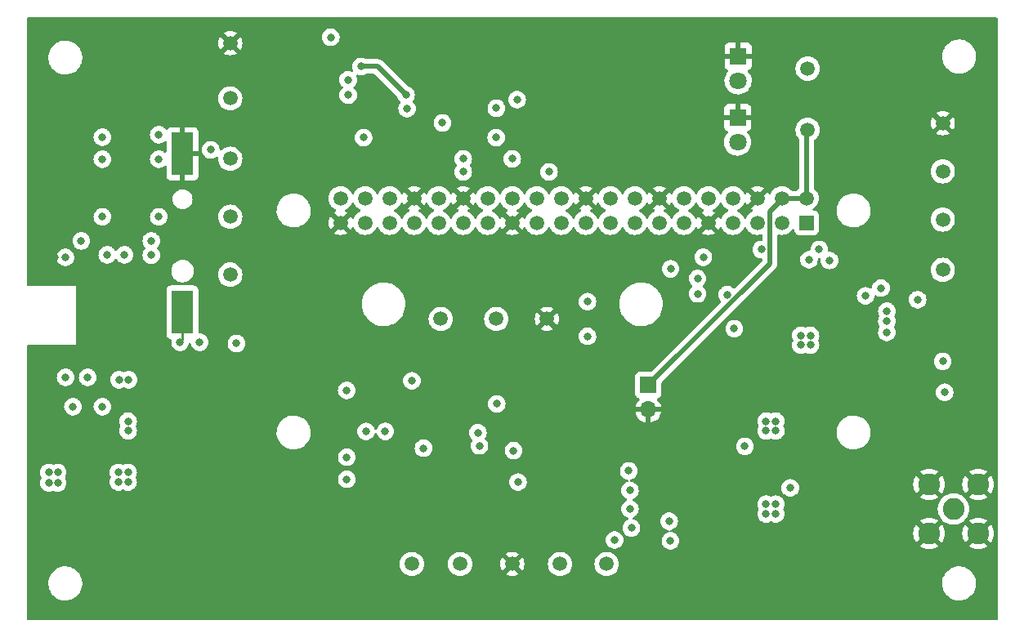
<source format=gbl>
G04 #@! TF.GenerationSoftware,KiCad,Pcbnew,(6.0.7-1)-1*
G04 #@! TF.CreationDate,2023-01-21T15:22:46-06:00*
G04 #@! TF.ProjectId,Neutro_v1,4e657574-726f-45f7-9631-2e6b69636164,v1*
G04 #@! TF.SameCoordinates,Original*
G04 #@! TF.FileFunction,Copper,L4,Bot*
G04 #@! TF.FilePolarity,Positive*
%FSLAX46Y46*%
G04 Gerber Fmt 4.6, Leading zero omitted, Abs format (unit mm)*
G04 Created by KiCad (PCBNEW (6.0.7-1)-1) date 2023-01-21 15:22:46*
%MOMM*%
%LPD*%
G01*
G04 APERTURE LIST*
G04 #@! TA.AperFunction,ComponentPad*
%ADD10C,1.500000*%
G04 #@! TD*
G04 #@! TA.AperFunction,ComponentPad*
%ADD11C,2.250000*%
G04 #@! TD*
G04 #@! TA.AperFunction,ComponentPad*
%ADD12R,1.800000X1.800000*%
G04 #@! TD*
G04 #@! TA.AperFunction,ComponentPad*
%ADD13C,1.800000*%
G04 #@! TD*
G04 #@! TA.AperFunction,ComponentPad*
%ADD14R,1.508000X1.508000*%
G04 #@! TD*
G04 #@! TA.AperFunction,ComponentPad*
%ADD15C,1.508000*%
G04 #@! TD*
G04 #@! TA.AperFunction,SMDPad,CuDef*
%ADD16R,2.300000X4.500000*%
G04 #@! TD*
G04 #@! TA.AperFunction,ComponentPad*
%ADD17R,1.700000X1.700000*%
G04 #@! TD*
G04 #@! TA.AperFunction,ComponentPad*
%ADD18O,1.700000X1.700000*%
G04 #@! TD*
G04 #@! TA.AperFunction,ViaPad*
%ADD19C,0.800000*%
G04 #@! TD*
G04 #@! TA.AperFunction,Conductor*
%ADD20C,0.500000*%
G04 #@! TD*
G04 #@! TA.AperFunction,Conductor*
%ADD21C,0.250000*%
G04 #@! TD*
G04 APERTURE END LIST*
D10*
X157353000Y-127000000D03*
X145000000Y-101600000D03*
X123190000Y-73000000D03*
X183000000Y-82000000D03*
X142000000Y-127000000D03*
X123190000Y-91000000D03*
X197000000Y-81300000D03*
X156000000Y-101600000D03*
X162179000Y-127000000D03*
X150750000Y-101600000D03*
X147000000Y-127000000D03*
D11*
X198120000Y-121285000D03*
X200660000Y-118745000D03*
X200660000Y-123825000D03*
X195580000Y-123825000D03*
X195580000Y-118745000D03*
D10*
X123190000Y-78740000D03*
X197000000Y-86300000D03*
X197000000Y-96500000D03*
X183000000Y-75650000D03*
X197000000Y-91300000D03*
X123190000Y-85000000D03*
X152400000Y-127000000D03*
D12*
X175750000Y-80725000D03*
D13*
X175750000Y-83265000D03*
D10*
X123190000Y-97000000D03*
D12*
X175800000Y-74375000D03*
D13*
X175800000Y-76915000D03*
D14*
X182880000Y-91628000D03*
D15*
X182880000Y-89088000D03*
X180340000Y-91628000D03*
X180340000Y-89088000D03*
X177800000Y-91628000D03*
X177800000Y-89088000D03*
X175260000Y-91628000D03*
X175260000Y-89088000D03*
X172720000Y-91628000D03*
X172720000Y-89088000D03*
X170180000Y-91628000D03*
X170180000Y-89088000D03*
X167640000Y-91628000D03*
X167640000Y-89088000D03*
X165100000Y-91628000D03*
X165100000Y-89088000D03*
X162560000Y-91628000D03*
X162560000Y-89088000D03*
X160020000Y-91628000D03*
X160020000Y-89088000D03*
X157480000Y-91628000D03*
X157480000Y-89088000D03*
X154940000Y-91628000D03*
X154940000Y-89088000D03*
X152400000Y-91628000D03*
X152400000Y-89088000D03*
X149860000Y-91628000D03*
X149860000Y-89088000D03*
X147320000Y-91628000D03*
X147320000Y-89088000D03*
X144780000Y-91628000D03*
X144780000Y-89088000D03*
X142240000Y-91628000D03*
X142240000Y-89088000D03*
X139700000Y-91628000D03*
X139700000Y-89088000D03*
X137160000Y-91628000D03*
X137160000Y-89088000D03*
X134620000Y-91628000D03*
X134620000Y-89088000D03*
D16*
X118237000Y-84487099D03*
X118237000Y-100887099D03*
D17*
X166497000Y-108458000D03*
D18*
X166497000Y-110998000D03*
D19*
X197200000Y-109200000D03*
X182300000Y-103300000D03*
X135250000Y-109000000D03*
X105300000Y-118600000D03*
X183300000Y-103300000D03*
X105300000Y-117500000D03*
X133600000Y-72400000D03*
X183300000Y-104300000D03*
X104400000Y-118600000D03*
X104400000Y-117500000D03*
X182300000Y-104300000D03*
X148844000Y-113395000D03*
X145161000Y-81280000D03*
X192300000Y-120500000D03*
X105000000Y-95200000D03*
X190717500Y-124317500D03*
X187217500Y-127817500D03*
X190200000Y-122600000D03*
X104902000Y-110871000D03*
X189500000Y-123300000D03*
X190900000Y-121900000D03*
X192117500Y-122917500D03*
X104900000Y-108600000D03*
X105029000Y-91567000D03*
X187400000Y-125400000D03*
X187917500Y-127117500D03*
X186700000Y-126100000D03*
X190017500Y-125017500D03*
X103200200Y-89916000D03*
X191400000Y-123600000D03*
X105000000Y-93200000D03*
X186517500Y-128517500D03*
X194221153Y-104160182D03*
X191600000Y-121200000D03*
X188617500Y-126417500D03*
X189200000Y-102524500D03*
X190400000Y-104800000D03*
X186000000Y-126800000D03*
X185800000Y-129200000D03*
X188800000Y-124000000D03*
X103124000Y-112909500D03*
X185200000Y-129900000D03*
X192800000Y-122200000D03*
X184643000Y-128157000D03*
X192000000Y-98400000D03*
X189317500Y-125717500D03*
X188100000Y-124700000D03*
X185300000Y-127500000D03*
X150731500Y-82804000D03*
X150800000Y-110400000D03*
X147320000Y-86360000D03*
X109935998Y-82755500D03*
X121158000Y-84074000D03*
X156210000Y-86360000D03*
X109935998Y-85041500D03*
X147320000Y-85000500D03*
X115777998Y-85041500D03*
X152400000Y-85000500D03*
X115777998Y-82501500D03*
X143200000Y-115000000D03*
X168783000Y-124587000D03*
X160200000Y-103400000D03*
X160200000Y-99800000D03*
X164592000Y-119380000D03*
X164465000Y-117348000D03*
X171600000Y-97400000D03*
X191200000Y-101800000D03*
X164592000Y-121285000D03*
X163000000Y-124500000D03*
X164750000Y-123250000D03*
X168656000Y-122555000D03*
X189000000Y-99200000D03*
X190600000Y-98400000D03*
X183143701Y-95456299D03*
X185268299Y-95531701D03*
X191200000Y-102985113D03*
X171600000Y-99000000D03*
X168800000Y-96400000D03*
X197000000Y-106000000D03*
X178200000Y-94400000D03*
X194400000Y-99600000D03*
X184200000Y-94400000D03*
X172200000Y-95200000D03*
X191212299Y-100787701D03*
X112600000Y-117500000D03*
X112600000Y-113200000D03*
X111650000Y-107900000D03*
X111600000Y-117500000D03*
X112650000Y-107900000D03*
X112600000Y-112200000D03*
X112600000Y-118500000D03*
X111600000Y-118500000D03*
X117983000Y-104013000D03*
X153000000Y-118500000D03*
X152527000Y-115250000D03*
X123825000Y-104140000D03*
X149000000Y-114750000D03*
X142000000Y-108000000D03*
X120015000Y-104013000D03*
X137250000Y-113250000D03*
X139250000Y-113250000D03*
X135255000Y-115935000D03*
X135255000Y-118221000D03*
X110443998Y-94947500D03*
X109935998Y-91000000D03*
X115777998Y-91000000D03*
X112221998Y-94947500D03*
X109935998Y-110695500D03*
X108411998Y-107647500D03*
X106887998Y-110695500D03*
X106125998Y-107647500D03*
X175400000Y-102600000D03*
X176500000Y-114800000D03*
X181200000Y-119100000D03*
X174676812Y-99076812D03*
X135400000Y-78400000D03*
X150749000Y-79756000D03*
X152908000Y-78867000D03*
X136737500Y-75431250D03*
X135400000Y-76800000D03*
X141400000Y-78400000D03*
X115000000Y-95000000D03*
X106100000Y-95200000D03*
X115000000Y-93500000D03*
X107750000Y-93500000D03*
X137000000Y-82800000D03*
X141500000Y-79800000D03*
X178700000Y-112200000D03*
X179700000Y-112200000D03*
X179700000Y-121800000D03*
X179700000Y-113200000D03*
X178700000Y-121800000D03*
X179700000Y-120800000D03*
X178700000Y-113200000D03*
X178700000Y-120800000D03*
D20*
X166497000Y-108458000D02*
X179072917Y-95882083D01*
X180439083Y-89088000D02*
X182880000Y-89088000D01*
X182880000Y-82120000D02*
X183000000Y-82000000D01*
X182880000Y-89088000D02*
X182880000Y-82120000D01*
X179072917Y-95882083D02*
X179072917Y-90454166D01*
X179072917Y-90454166D02*
X180439083Y-89088000D01*
D21*
X117983000Y-104013000D02*
X118237000Y-103759000D01*
X118237000Y-103759000D02*
X118237000Y-101014099D01*
D20*
X138431250Y-75431250D02*
X136737500Y-75431250D01*
X141400000Y-78400000D02*
X138431250Y-75431250D01*
G04 #@! TA.AperFunction,Conductor*
G36*
X202633621Y-70378502D02*
G01*
X202680114Y-70432158D01*
X202691500Y-70484500D01*
X202691500Y-132715500D01*
X202671498Y-132783621D01*
X202617842Y-132830114D01*
X202565500Y-132841500D01*
X102234500Y-132841500D01*
X102166379Y-132821498D01*
X102119886Y-132767842D01*
X102108500Y-132715500D01*
X102108500Y-129107655D01*
X104339858Y-129107655D01*
X104375104Y-129366638D01*
X104376412Y-129371124D01*
X104376412Y-129371126D01*
X104396098Y-129438664D01*
X104448243Y-129617567D01*
X104557668Y-129854928D01*
X104560231Y-129858837D01*
X104698410Y-130069596D01*
X104698414Y-130069601D01*
X104700976Y-130073509D01*
X104875018Y-130268506D01*
X105075970Y-130435637D01*
X105079973Y-130438066D01*
X105295422Y-130568804D01*
X105295426Y-130568806D01*
X105299419Y-130571229D01*
X105540455Y-130672303D01*
X105793783Y-130736641D01*
X105798434Y-130737109D01*
X105798438Y-130737110D01*
X105991308Y-130756531D01*
X106010867Y-130758500D01*
X106166354Y-130758500D01*
X106168679Y-130758327D01*
X106168685Y-130758327D01*
X106356000Y-130744407D01*
X106356004Y-130744406D01*
X106360652Y-130744061D01*
X106365200Y-130743032D01*
X106365206Y-130743031D01*
X106551601Y-130700853D01*
X106615577Y-130686377D01*
X106651769Y-130672303D01*
X106854824Y-130593340D01*
X106854827Y-130593339D01*
X106859177Y-130591647D01*
X107086098Y-130461951D01*
X107291357Y-130300138D01*
X107470443Y-130109763D01*
X107619424Y-129895009D01*
X107735025Y-129660593D01*
X107814707Y-129411665D01*
X107856721Y-129153693D01*
X107857324Y-129107655D01*
X196939858Y-129107655D01*
X196975104Y-129366638D01*
X196976412Y-129371124D01*
X196976412Y-129371126D01*
X196996098Y-129438664D01*
X197048243Y-129617567D01*
X197157668Y-129854928D01*
X197160231Y-129858837D01*
X197298410Y-130069596D01*
X197298414Y-130069601D01*
X197300976Y-130073509D01*
X197475018Y-130268506D01*
X197675970Y-130435637D01*
X197679973Y-130438066D01*
X197895422Y-130568804D01*
X197895426Y-130568806D01*
X197899419Y-130571229D01*
X198140455Y-130672303D01*
X198393783Y-130736641D01*
X198398434Y-130737109D01*
X198398438Y-130737110D01*
X198591308Y-130756531D01*
X198610867Y-130758500D01*
X198766354Y-130758500D01*
X198768679Y-130758327D01*
X198768685Y-130758327D01*
X198956000Y-130744407D01*
X198956004Y-130744406D01*
X198960652Y-130744061D01*
X198965200Y-130743032D01*
X198965206Y-130743031D01*
X199151601Y-130700853D01*
X199215577Y-130686377D01*
X199251769Y-130672303D01*
X199454824Y-130593340D01*
X199454827Y-130593339D01*
X199459177Y-130591647D01*
X199686098Y-130461951D01*
X199891357Y-130300138D01*
X200070443Y-130109763D01*
X200219424Y-129895009D01*
X200335025Y-129660593D01*
X200414707Y-129411665D01*
X200456721Y-129153693D01*
X200460142Y-128892345D01*
X200424896Y-128633362D01*
X200410473Y-128583877D01*
X200353068Y-128386932D01*
X200351757Y-128382433D01*
X200242332Y-128145072D01*
X200123519Y-127963852D01*
X200101590Y-127930404D01*
X200101586Y-127930399D01*
X200099024Y-127926491D01*
X199924982Y-127731494D01*
X199724030Y-127564363D01*
X199513956Y-127436887D01*
X199504578Y-127431196D01*
X199504574Y-127431194D01*
X199500581Y-127428771D01*
X199259545Y-127327697D01*
X199006217Y-127263359D01*
X199001566Y-127262891D01*
X199001562Y-127262890D01*
X198792271Y-127241816D01*
X198789133Y-127241500D01*
X198633646Y-127241500D01*
X198631321Y-127241673D01*
X198631315Y-127241673D01*
X198444000Y-127255593D01*
X198443996Y-127255594D01*
X198439348Y-127255939D01*
X198434800Y-127256968D01*
X198434794Y-127256969D01*
X198248399Y-127299147D01*
X198184423Y-127313623D01*
X198180071Y-127315315D01*
X198180069Y-127315316D01*
X197945176Y-127406660D01*
X197945173Y-127406661D01*
X197940823Y-127408353D01*
X197936769Y-127410670D01*
X197936767Y-127410671D01*
X197908264Y-127426962D01*
X197713902Y-127538049D01*
X197508643Y-127699862D01*
X197329557Y-127890237D01*
X197227280Y-128037668D01*
X197210685Y-128061590D01*
X197180576Y-128104991D01*
X197178510Y-128109181D01*
X197178508Y-128109184D01*
X197102740Y-128262828D01*
X197064975Y-128339407D01*
X196985293Y-128588335D01*
X196943279Y-128846307D01*
X196939858Y-129107655D01*
X107857324Y-129107655D01*
X107860142Y-128892345D01*
X107824896Y-128633362D01*
X107810473Y-128583877D01*
X107753068Y-128386932D01*
X107751757Y-128382433D01*
X107642332Y-128145072D01*
X107523519Y-127963852D01*
X107501590Y-127930404D01*
X107501586Y-127930399D01*
X107499024Y-127926491D01*
X107324982Y-127731494D01*
X107124030Y-127564363D01*
X106913956Y-127436887D01*
X106904578Y-127431196D01*
X106904574Y-127431194D01*
X106900581Y-127428771D01*
X106659545Y-127327697D01*
X106406217Y-127263359D01*
X106401566Y-127262891D01*
X106401562Y-127262890D01*
X106192271Y-127241816D01*
X106189133Y-127241500D01*
X106033646Y-127241500D01*
X106031321Y-127241673D01*
X106031315Y-127241673D01*
X105844000Y-127255593D01*
X105843996Y-127255594D01*
X105839348Y-127255939D01*
X105834800Y-127256968D01*
X105834794Y-127256969D01*
X105648399Y-127299147D01*
X105584423Y-127313623D01*
X105580071Y-127315315D01*
X105580069Y-127315316D01*
X105345176Y-127406660D01*
X105345173Y-127406661D01*
X105340823Y-127408353D01*
X105336769Y-127410670D01*
X105336767Y-127410671D01*
X105308264Y-127426962D01*
X105113902Y-127538049D01*
X104908643Y-127699862D01*
X104729557Y-127890237D01*
X104627280Y-128037668D01*
X104610685Y-128061590D01*
X104580576Y-128104991D01*
X104578510Y-128109181D01*
X104578508Y-128109184D01*
X104502740Y-128262828D01*
X104464975Y-128339407D01*
X104385293Y-128588335D01*
X104343279Y-128846307D01*
X104339858Y-129107655D01*
X102108500Y-129107655D01*
X102108500Y-127000000D01*
X140736693Y-127000000D01*
X140755885Y-127219371D01*
X140812880Y-127432076D01*
X140815205Y-127437061D01*
X140903618Y-127626666D01*
X140903621Y-127626671D01*
X140905944Y-127631653D01*
X140909100Y-127636160D01*
X140909101Y-127636162D01*
X140956087Y-127703264D01*
X141032251Y-127812038D01*
X141187962Y-127967749D01*
X141368346Y-128094056D01*
X141567924Y-128187120D01*
X141780629Y-128244115D01*
X142000000Y-128263307D01*
X142219371Y-128244115D01*
X142432076Y-128187120D01*
X142631654Y-128094056D01*
X142812038Y-127967749D01*
X142967749Y-127812038D01*
X143043914Y-127703264D01*
X143090899Y-127636162D01*
X143090900Y-127636160D01*
X143094056Y-127631653D01*
X143096379Y-127626671D01*
X143096382Y-127626666D01*
X143184795Y-127437061D01*
X143187120Y-127432076D01*
X143244115Y-127219371D01*
X143263307Y-127000000D01*
X145736693Y-127000000D01*
X145755885Y-127219371D01*
X145812880Y-127432076D01*
X145815205Y-127437061D01*
X145903618Y-127626666D01*
X145903621Y-127626671D01*
X145905944Y-127631653D01*
X145909100Y-127636160D01*
X145909101Y-127636162D01*
X145956087Y-127703264D01*
X146032251Y-127812038D01*
X146187962Y-127967749D01*
X146368346Y-128094056D01*
X146567924Y-128187120D01*
X146780629Y-128244115D01*
X147000000Y-128263307D01*
X147219371Y-128244115D01*
X147432076Y-128187120D01*
X147631654Y-128094056D01*
X147694342Y-128050161D01*
X151714393Y-128050161D01*
X151723687Y-128062175D01*
X151764088Y-128090464D01*
X151773584Y-128095947D01*
X151963113Y-128184326D01*
X151973405Y-128188072D01*
X152175401Y-128242196D01*
X152186196Y-128244099D01*
X152394525Y-128262326D01*
X152405475Y-128262326D01*
X152613804Y-128244099D01*
X152624599Y-128242196D01*
X152826595Y-128188072D01*
X152836887Y-128184326D01*
X153026416Y-128095947D01*
X153035912Y-128090464D01*
X153077148Y-128061590D01*
X153085523Y-128051112D01*
X153078457Y-128037668D01*
X152412811Y-127372021D01*
X152398868Y-127364408D01*
X152397034Y-127364539D01*
X152390420Y-127368790D01*
X151720820Y-128038391D01*
X151714393Y-128050161D01*
X147694342Y-128050161D01*
X147812038Y-127967749D01*
X147967749Y-127812038D01*
X148043914Y-127703264D01*
X148090899Y-127636162D01*
X148090900Y-127636160D01*
X148094056Y-127631653D01*
X148096379Y-127626671D01*
X148096382Y-127626666D01*
X148184795Y-127437061D01*
X148187120Y-127432076D01*
X148244115Y-127219371D01*
X148262828Y-127005475D01*
X151137674Y-127005475D01*
X151155901Y-127213804D01*
X151157804Y-127224599D01*
X151211928Y-127426595D01*
X151215674Y-127436887D01*
X151304054Y-127626417D01*
X151309534Y-127635907D01*
X151338411Y-127677149D01*
X151348887Y-127685523D01*
X151362334Y-127678455D01*
X152027979Y-127012811D01*
X152034356Y-127001132D01*
X152764408Y-127001132D01*
X152764539Y-127002966D01*
X152768790Y-127009580D01*
X153438391Y-127679180D01*
X153450161Y-127685607D01*
X153462176Y-127676311D01*
X153490466Y-127635907D01*
X153495946Y-127626417D01*
X153584326Y-127436887D01*
X153588072Y-127426595D01*
X153642196Y-127224599D01*
X153644099Y-127213804D01*
X153662326Y-127005475D01*
X153662326Y-127000000D01*
X156089693Y-127000000D01*
X156108885Y-127219371D01*
X156165880Y-127432076D01*
X156168205Y-127437061D01*
X156256618Y-127626666D01*
X156256621Y-127626671D01*
X156258944Y-127631653D01*
X156262100Y-127636160D01*
X156262101Y-127636162D01*
X156309087Y-127703264D01*
X156385251Y-127812038D01*
X156540962Y-127967749D01*
X156721346Y-128094056D01*
X156920924Y-128187120D01*
X157133629Y-128244115D01*
X157353000Y-128263307D01*
X157572371Y-128244115D01*
X157785076Y-128187120D01*
X157984654Y-128094056D01*
X158165038Y-127967749D01*
X158320749Y-127812038D01*
X158396914Y-127703264D01*
X158443899Y-127636162D01*
X158443900Y-127636160D01*
X158447056Y-127631653D01*
X158449379Y-127626671D01*
X158449382Y-127626666D01*
X158537795Y-127437061D01*
X158540120Y-127432076D01*
X158597115Y-127219371D01*
X158616307Y-127000000D01*
X160915693Y-127000000D01*
X160934885Y-127219371D01*
X160991880Y-127432076D01*
X160994205Y-127437061D01*
X161082618Y-127626666D01*
X161082621Y-127626671D01*
X161084944Y-127631653D01*
X161088100Y-127636160D01*
X161088101Y-127636162D01*
X161135087Y-127703264D01*
X161211251Y-127812038D01*
X161366962Y-127967749D01*
X161547346Y-128094056D01*
X161746924Y-128187120D01*
X161959629Y-128244115D01*
X162179000Y-128263307D01*
X162398371Y-128244115D01*
X162611076Y-128187120D01*
X162810654Y-128094056D01*
X162991038Y-127967749D01*
X163146749Y-127812038D01*
X163222914Y-127703264D01*
X163269899Y-127636162D01*
X163269900Y-127636160D01*
X163273056Y-127631653D01*
X163275379Y-127626671D01*
X163275382Y-127626666D01*
X163363795Y-127437061D01*
X163366120Y-127432076D01*
X163423115Y-127219371D01*
X163442307Y-127000000D01*
X163423115Y-126780629D01*
X163366120Y-126567924D01*
X163275498Y-126373583D01*
X163275382Y-126373334D01*
X163275379Y-126373329D01*
X163273056Y-126368347D01*
X163241786Y-126323689D01*
X163149908Y-126192473D01*
X163149906Y-126192470D01*
X163146749Y-126187962D01*
X162991038Y-126032251D01*
X162810654Y-125905944D01*
X162611076Y-125812880D01*
X162398371Y-125755885D01*
X162179000Y-125736693D01*
X161959629Y-125755885D01*
X161746924Y-125812880D01*
X161653562Y-125856415D01*
X161552334Y-125903618D01*
X161552329Y-125903621D01*
X161547347Y-125905944D01*
X161542840Y-125909100D01*
X161542838Y-125909101D01*
X161371473Y-126029092D01*
X161371470Y-126029094D01*
X161366962Y-126032251D01*
X161211251Y-126187962D01*
X161208094Y-126192470D01*
X161208092Y-126192473D01*
X161116214Y-126323689D01*
X161084944Y-126368347D01*
X161082621Y-126373329D01*
X161082618Y-126373334D01*
X161082502Y-126373583D01*
X160991880Y-126567924D01*
X160934885Y-126780629D01*
X160915693Y-127000000D01*
X158616307Y-127000000D01*
X158597115Y-126780629D01*
X158540120Y-126567924D01*
X158449498Y-126373583D01*
X158449382Y-126373334D01*
X158449379Y-126373329D01*
X158447056Y-126368347D01*
X158415786Y-126323689D01*
X158323908Y-126192473D01*
X158323906Y-126192470D01*
X158320749Y-126187962D01*
X158165038Y-126032251D01*
X157984654Y-125905944D01*
X157785076Y-125812880D01*
X157572371Y-125755885D01*
X157353000Y-125736693D01*
X157133629Y-125755885D01*
X156920924Y-125812880D01*
X156827562Y-125856415D01*
X156726334Y-125903618D01*
X156726329Y-125903621D01*
X156721347Y-125905944D01*
X156716840Y-125909100D01*
X156716838Y-125909101D01*
X156545473Y-126029092D01*
X156545470Y-126029094D01*
X156540962Y-126032251D01*
X156385251Y-126187962D01*
X156382094Y-126192470D01*
X156382092Y-126192473D01*
X156290214Y-126323689D01*
X156258944Y-126368347D01*
X156256621Y-126373329D01*
X156256618Y-126373334D01*
X156256502Y-126373583D01*
X156165880Y-126567924D01*
X156108885Y-126780629D01*
X156089693Y-127000000D01*
X153662326Y-127000000D01*
X153662326Y-126994525D01*
X153644099Y-126786196D01*
X153642196Y-126775401D01*
X153588072Y-126573405D01*
X153584326Y-126563113D01*
X153495946Y-126373583D01*
X153490466Y-126364093D01*
X153461589Y-126322851D01*
X153451113Y-126314477D01*
X153437666Y-126321545D01*
X152772021Y-126987189D01*
X152764408Y-127001132D01*
X152034356Y-127001132D01*
X152035592Y-126998868D01*
X152035461Y-126997034D01*
X152031210Y-126990420D01*
X151361609Y-126320820D01*
X151349839Y-126314393D01*
X151337824Y-126323689D01*
X151309534Y-126364093D01*
X151304054Y-126373583D01*
X151215674Y-126563113D01*
X151211928Y-126573405D01*
X151157804Y-126775401D01*
X151155901Y-126786196D01*
X151137674Y-126994525D01*
X151137674Y-127005475D01*
X148262828Y-127005475D01*
X148263307Y-127000000D01*
X148244115Y-126780629D01*
X148187120Y-126567924D01*
X148096498Y-126373583D01*
X148096382Y-126373334D01*
X148096379Y-126373329D01*
X148094056Y-126368347D01*
X148062786Y-126323689D01*
X147970908Y-126192473D01*
X147970906Y-126192470D01*
X147967749Y-126187962D01*
X147812038Y-126032251D01*
X147692983Y-125948887D01*
X151714477Y-125948887D01*
X151721545Y-125962334D01*
X152387189Y-126627979D01*
X152401132Y-126635592D01*
X152402966Y-126635461D01*
X152409580Y-126631210D01*
X153079180Y-125961609D01*
X153085607Y-125949839D01*
X153076313Y-125937825D01*
X153035912Y-125909536D01*
X153026416Y-125904053D01*
X152836887Y-125815674D01*
X152826595Y-125811928D01*
X152624599Y-125757804D01*
X152613804Y-125755901D01*
X152405475Y-125737674D01*
X152394525Y-125737674D01*
X152186196Y-125755901D01*
X152175401Y-125757804D01*
X151973405Y-125811928D01*
X151963113Y-125815674D01*
X151773583Y-125904054D01*
X151764093Y-125909534D01*
X151722851Y-125938411D01*
X151714477Y-125948887D01*
X147692983Y-125948887D01*
X147631654Y-125905944D01*
X147432076Y-125812880D01*
X147219371Y-125755885D01*
X147000000Y-125736693D01*
X146780629Y-125755885D01*
X146567924Y-125812880D01*
X146474562Y-125856415D01*
X146373334Y-125903618D01*
X146373329Y-125903621D01*
X146368347Y-125905944D01*
X146363840Y-125909100D01*
X146363838Y-125909101D01*
X146192473Y-126029092D01*
X146192470Y-126029094D01*
X146187962Y-126032251D01*
X146032251Y-126187962D01*
X146029094Y-126192470D01*
X146029092Y-126192473D01*
X145937214Y-126323689D01*
X145905944Y-126368347D01*
X145903621Y-126373329D01*
X145903618Y-126373334D01*
X145903502Y-126373583D01*
X145812880Y-126567924D01*
X145755885Y-126780629D01*
X145736693Y-127000000D01*
X143263307Y-127000000D01*
X143244115Y-126780629D01*
X143187120Y-126567924D01*
X143096498Y-126373583D01*
X143096382Y-126373334D01*
X143096379Y-126373329D01*
X143094056Y-126368347D01*
X143062786Y-126323689D01*
X142970908Y-126192473D01*
X142970906Y-126192470D01*
X142967749Y-126187962D01*
X142812038Y-126032251D01*
X142631654Y-125905944D01*
X142432076Y-125812880D01*
X142219371Y-125755885D01*
X142000000Y-125736693D01*
X141780629Y-125755885D01*
X141567924Y-125812880D01*
X141474562Y-125856415D01*
X141373334Y-125903618D01*
X141373329Y-125903621D01*
X141368347Y-125905944D01*
X141363840Y-125909100D01*
X141363838Y-125909101D01*
X141192473Y-126029092D01*
X141192470Y-126029094D01*
X141187962Y-126032251D01*
X141032251Y-126187962D01*
X141029094Y-126192470D01*
X141029092Y-126192473D01*
X140937214Y-126323689D01*
X140905944Y-126368347D01*
X140903621Y-126373329D01*
X140903618Y-126373334D01*
X140903502Y-126373583D01*
X140812880Y-126567924D01*
X140755885Y-126780629D01*
X140736693Y-127000000D01*
X102108500Y-127000000D01*
X102108500Y-124500000D01*
X162086496Y-124500000D01*
X162087186Y-124506565D01*
X162093232Y-124564085D01*
X162106458Y-124689928D01*
X162165473Y-124871556D01*
X162260960Y-125036944D01*
X162265378Y-125041851D01*
X162265379Y-125041852D01*
X162360594Y-125147599D01*
X162388747Y-125178866D01*
X162487843Y-125250864D01*
X162530598Y-125281927D01*
X162543248Y-125291118D01*
X162549276Y-125293802D01*
X162549278Y-125293803D01*
X162711681Y-125366109D01*
X162717712Y-125368794D01*
X162811113Y-125388647D01*
X162898056Y-125407128D01*
X162898061Y-125407128D01*
X162904513Y-125408500D01*
X163095487Y-125408500D01*
X163101939Y-125407128D01*
X163101944Y-125407128D01*
X163188887Y-125388647D01*
X163282288Y-125368794D01*
X163288319Y-125366109D01*
X163450722Y-125293803D01*
X163450724Y-125293802D01*
X163456752Y-125291118D01*
X163469403Y-125281927D01*
X163512157Y-125250864D01*
X163611253Y-125178866D01*
X163639406Y-125147599D01*
X163734621Y-125041852D01*
X163734622Y-125041851D01*
X163739040Y-125036944D01*
X163834527Y-124871556D01*
X163893542Y-124689928D01*
X163906769Y-124564085D01*
X163912814Y-124506565D01*
X163913504Y-124500000D01*
X163893542Y-124310072D01*
X163834527Y-124128444D01*
X163827406Y-124116109D01*
X163784109Y-124041118D01*
X163739040Y-123963056D01*
X163711752Y-123932749D01*
X163615675Y-123826045D01*
X163615674Y-123826044D01*
X163611253Y-123821134D01*
X163473281Y-123720891D01*
X163462094Y-123712763D01*
X163462093Y-123712762D01*
X163456752Y-123708882D01*
X163450724Y-123706198D01*
X163450722Y-123706197D01*
X163288319Y-123633891D01*
X163288318Y-123633891D01*
X163282288Y-123631206D01*
X163188888Y-123611353D01*
X163101944Y-123592872D01*
X163101939Y-123592872D01*
X163095487Y-123591500D01*
X162904513Y-123591500D01*
X162898061Y-123592872D01*
X162898056Y-123592872D01*
X162811112Y-123611353D01*
X162717712Y-123631206D01*
X162711682Y-123633891D01*
X162711681Y-123633891D01*
X162549278Y-123706197D01*
X162549276Y-123706198D01*
X162543248Y-123708882D01*
X162537907Y-123712762D01*
X162537906Y-123712763D01*
X162526719Y-123720891D01*
X162388747Y-123821134D01*
X162384326Y-123826044D01*
X162384325Y-123826045D01*
X162288249Y-123932749D01*
X162260960Y-123963056D01*
X162215891Y-124041118D01*
X162172595Y-124116109D01*
X162165473Y-124128444D01*
X162106458Y-124310072D01*
X162086496Y-124500000D01*
X102108500Y-124500000D01*
X102108500Y-118600000D01*
X103486496Y-118600000D01*
X103487186Y-118606565D01*
X103503083Y-118757812D01*
X103506458Y-118789928D01*
X103565473Y-118971556D01*
X103568776Y-118977278D01*
X103568777Y-118977279D01*
X103590399Y-119014729D01*
X103660960Y-119136944D01*
X103665378Y-119141851D01*
X103665379Y-119141852D01*
X103714706Y-119196635D01*
X103788747Y-119278866D01*
X103887843Y-119350864D01*
X103918910Y-119373435D01*
X103943248Y-119391118D01*
X103949276Y-119393802D01*
X103949278Y-119393803D01*
X104109799Y-119465271D01*
X104117712Y-119468794D01*
X104211113Y-119488647D01*
X104298056Y-119507128D01*
X104298061Y-119507128D01*
X104304513Y-119508500D01*
X104495487Y-119508500D01*
X104501939Y-119507128D01*
X104501944Y-119507128D01*
X104588887Y-119488647D01*
X104682288Y-119468794D01*
X104798752Y-119416941D01*
X104869118Y-119407507D01*
X104901246Y-119416940D01*
X105017712Y-119468794D01*
X105111113Y-119488647D01*
X105198056Y-119507128D01*
X105198061Y-119507128D01*
X105204513Y-119508500D01*
X105395487Y-119508500D01*
X105401939Y-119507128D01*
X105401944Y-119507128D01*
X105488887Y-119488647D01*
X105582288Y-119468794D01*
X105590201Y-119465271D01*
X105750722Y-119393803D01*
X105750724Y-119393802D01*
X105756752Y-119391118D01*
X105781091Y-119373435D01*
X105812157Y-119350864D01*
X105911253Y-119278866D01*
X105985294Y-119196635D01*
X106034621Y-119141852D01*
X106034622Y-119141851D01*
X106039040Y-119136944D01*
X106109601Y-119014729D01*
X106131223Y-118977279D01*
X106131224Y-118977278D01*
X106134527Y-118971556D01*
X106193542Y-118789928D01*
X106196918Y-118757812D01*
X106212814Y-118606565D01*
X106213504Y-118600000D01*
X106204454Y-118513891D01*
X106202994Y-118500000D01*
X110686496Y-118500000D01*
X110687186Y-118506565D01*
X110695556Y-118586197D01*
X110706458Y-118689928D01*
X110765473Y-118871556D01*
X110860960Y-119036944D01*
X110865378Y-119041851D01*
X110865379Y-119041852D01*
X110911825Y-119093435D01*
X110988747Y-119178866D01*
X110995530Y-119183794D01*
X111126385Y-119278866D01*
X111143248Y-119291118D01*
X111149276Y-119293802D01*
X111149278Y-119293803D01*
X111311681Y-119366109D01*
X111317712Y-119368794D01*
X111401318Y-119386565D01*
X111498056Y-119407128D01*
X111498061Y-119407128D01*
X111504513Y-119408500D01*
X111695487Y-119408500D01*
X111701939Y-119407128D01*
X111701944Y-119407128D01*
X111798682Y-119386565D01*
X111882288Y-119368794D01*
X112048752Y-119294680D01*
X112119118Y-119285246D01*
X112151247Y-119294680D01*
X112317712Y-119368794D01*
X112401318Y-119386565D01*
X112498056Y-119407128D01*
X112498061Y-119407128D01*
X112504513Y-119408500D01*
X112695487Y-119408500D01*
X112701939Y-119407128D01*
X112701944Y-119407128D01*
X112798682Y-119386565D01*
X112882288Y-119368794D01*
X112888319Y-119366109D01*
X113050722Y-119293803D01*
X113050724Y-119293802D01*
X113056752Y-119291118D01*
X113073616Y-119278866D01*
X113204470Y-119183794D01*
X113211253Y-119178866D01*
X113288175Y-119093435D01*
X113334621Y-119041852D01*
X113334622Y-119041851D01*
X113339040Y-119036944D01*
X113434527Y-118871556D01*
X113493542Y-118689928D01*
X113504445Y-118586197D01*
X113512814Y-118506565D01*
X113513504Y-118500000D01*
X113504052Y-118410072D01*
X113494232Y-118316635D01*
X113494232Y-118316633D01*
X113493542Y-118310072D01*
X113464601Y-118221000D01*
X134341496Y-118221000D01*
X134342186Y-118227565D01*
X134358270Y-118380592D01*
X134361458Y-118410928D01*
X134420473Y-118592556D01*
X134515960Y-118757944D01*
X134520378Y-118762851D01*
X134520379Y-118762852D01*
X134639325Y-118894955D01*
X134643747Y-118899866D01*
X134798248Y-119012118D01*
X134804276Y-119014802D01*
X134804278Y-119014803D01*
X134966681Y-119087109D01*
X134972712Y-119089794D01*
X135051613Y-119106565D01*
X135153056Y-119128128D01*
X135153061Y-119128128D01*
X135159513Y-119129500D01*
X135350487Y-119129500D01*
X135356939Y-119128128D01*
X135356944Y-119128128D01*
X135458387Y-119106565D01*
X135537288Y-119089794D01*
X135543319Y-119087109D01*
X135705722Y-119014803D01*
X135705724Y-119014802D01*
X135711752Y-119012118D01*
X135866253Y-118899866D01*
X135870675Y-118894955D01*
X135989621Y-118762852D01*
X135989622Y-118762851D01*
X135994040Y-118757944D01*
X136089527Y-118592556D01*
X136119601Y-118500000D01*
X152086496Y-118500000D01*
X152087186Y-118506565D01*
X152095556Y-118586197D01*
X152106458Y-118689928D01*
X152165473Y-118871556D01*
X152260960Y-119036944D01*
X152265378Y-119041851D01*
X152265379Y-119041852D01*
X152311825Y-119093435D01*
X152388747Y-119178866D01*
X152395530Y-119183794D01*
X152526385Y-119278866D01*
X152543248Y-119291118D01*
X152549276Y-119293802D01*
X152549278Y-119293803D01*
X152711681Y-119366109D01*
X152717712Y-119368794D01*
X152801318Y-119386565D01*
X152898056Y-119407128D01*
X152898061Y-119407128D01*
X152904513Y-119408500D01*
X153095487Y-119408500D01*
X153101939Y-119407128D01*
X153101944Y-119407128D01*
X153198682Y-119386565D01*
X153282288Y-119368794D01*
X153288319Y-119366109D01*
X153450722Y-119293803D01*
X153450724Y-119293802D01*
X153456752Y-119291118D01*
X153473616Y-119278866D01*
X153604470Y-119183794D01*
X153611253Y-119178866D01*
X153688175Y-119093435D01*
X153734621Y-119041852D01*
X153734622Y-119041851D01*
X153739040Y-119036944D01*
X153834527Y-118871556D01*
X153893542Y-118689928D01*
X153904445Y-118586197D01*
X153912814Y-118506565D01*
X153913504Y-118500000D01*
X153904052Y-118410072D01*
X153894232Y-118316635D01*
X153894232Y-118316633D01*
X153893542Y-118310072D01*
X153834527Y-118128444D01*
X153825611Y-118113000D01*
X153775881Y-118026866D01*
X153739040Y-117963056D01*
X153642403Y-117855729D01*
X153615675Y-117826045D01*
X153615674Y-117826044D01*
X153611253Y-117821134D01*
X153512157Y-117749136D01*
X153462094Y-117712763D01*
X153462093Y-117712762D01*
X153456752Y-117708882D01*
X153450724Y-117706198D01*
X153450722Y-117706197D01*
X153288319Y-117633891D01*
X153288318Y-117633891D01*
X153282288Y-117631206D01*
X153188887Y-117611353D01*
X153101944Y-117592872D01*
X153101939Y-117592872D01*
X153095487Y-117591500D01*
X152904513Y-117591500D01*
X152898061Y-117592872D01*
X152898056Y-117592872D01*
X152811113Y-117611353D01*
X152717712Y-117631206D01*
X152711682Y-117633891D01*
X152711681Y-117633891D01*
X152549278Y-117706197D01*
X152549276Y-117706198D01*
X152543248Y-117708882D01*
X152537907Y-117712762D01*
X152537906Y-117712763D01*
X152487843Y-117749136D01*
X152388747Y-117821134D01*
X152384326Y-117826044D01*
X152384325Y-117826045D01*
X152357598Y-117855729D01*
X152260960Y-117963056D01*
X152224119Y-118026866D01*
X152174390Y-118113000D01*
X152165473Y-118128444D01*
X152106458Y-118310072D01*
X152105768Y-118316633D01*
X152105768Y-118316635D01*
X152095948Y-118410072D01*
X152086496Y-118500000D01*
X136119601Y-118500000D01*
X136148542Y-118410928D01*
X136151731Y-118380592D01*
X136167814Y-118227565D01*
X136168504Y-118221000D01*
X136151898Y-118063000D01*
X136149232Y-118037635D01*
X136149232Y-118037633D01*
X136148542Y-118031072D01*
X136089527Y-117849444D01*
X135994040Y-117684056D01*
X135945219Y-117629834D01*
X135870675Y-117547045D01*
X135870674Y-117547044D01*
X135866253Y-117542134D01*
X135711752Y-117429882D01*
X135705724Y-117427198D01*
X135705722Y-117427197D01*
X135543319Y-117354891D01*
X135543318Y-117354891D01*
X135537288Y-117352206D01*
X135517500Y-117348000D01*
X163551496Y-117348000D01*
X163552186Y-117354565D01*
X163568162Y-117506565D01*
X163571458Y-117537928D01*
X163630473Y-117719556D01*
X163725960Y-117884944D01*
X163730378Y-117889851D01*
X163730379Y-117889852D01*
X163829557Y-118000000D01*
X163853747Y-118026866D01*
X163903481Y-118063000D01*
X163993557Y-118128444D01*
X164008248Y-118139118D01*
X164014276Y-118141802D01*
X164014278Y-118141803D01*
X164125900Y-118191500D01*
X164182712Y-118216794D01*
X164358932Y-118254251D01*
X164421403Y-118287978D01*
X164455725Y-118350128D01*
X164450997Y-118420967D01*
X164408721Y-118478005D01*
X164358931Y-118500743D01*
X164316176Y-118509831D01*
X164316167Y-118509834D01*
X164309712Y-118511206D01*
X164303682Y-118513891D01*
X164303681Y-118513891D01*
X164141278Y-118586197D01*
X164141276Y-118586198D01*
X164135248Y-118588882D01*
X164129907Y-118592762D01*
X164129906Y-118592763D01*
X164079843Y-118629136D01*
X163980747Y-118701134D01*
X163976326Y-118706044D01*
X163976325Y-118706045D01*
X163900797Y-118789928D01*
X163852960Y-118843056D01*
X163757473Y-119008444D01*
X163698458Y-119190072D01*
X163697768Y-119196633D01*
X163697768Y-119196635D01*
X163687463Y-119294680D01*
X163678496Y-119380000D01*
X163679186Y-119386565D01*
X163691858Y-119507128D01*
X163698458Y-119569928D01*
X163757473Y-119751556D01*
X163852960Y-119916944D01*
X163857378Y-119921851D01*
X163857379Y-119921852D01*
X163868219Y-119933891D01*
X163980747Y-120058866D01*
X164135248Y-120171118D01*
X164141276Y-120173802D01*
X164141278Y-120173803D01*
X164239184Y-120217393D01*
X164293279Y-120263373D01*
X164313929Y-120331300D01*
X164294577Y-120399608D01*
X164239184Y-120447607D01*
X164141278Y-120491197D01*
X164141276Y-120491198D01*
X164135248Y-120493882D01*
X163980747Y-120606134D01*
X163852960Y-120748056D01*
X163757473Y-120913444D01*
X163698458Y-121095072D01*
X163678496Y-121285000D01*
X163698458Y-121474928D01*
X163757473Y-121656556D01*
X163852960Y-121821944D01*
X163857378Y-121826851D01*
X163857379Y-121826852D01*
X163901753Y-121876134D01*
X163980747Y-121963866D01*
X164135248Y-122076118D01*
X164141276Y-122078802D01*
X164141278Y-122078803D01*
X164250115Y-122127260D01*
X164309712Y-122153794D01*
X164316167Y-122155166D01*
X164316176Y-122155169D01*
X164383065Y-122169387D01*
X164445538Y-122203115D01*
X164479859Y-122265265D01*
X164475131Y-122336104D01*
X164432855Y-122393141D01*
X164408115Y-122407740D01*
X164299281Y-122456195D01*
X164299274Y-122456199D01*
X164293248Y-122458882D01*
X164138747Y-122571134D01*
X164134326Y-122576044D01*
X164134325Y-122576045D01*
X164016298Y-122707128D01*
X164010960Y-122713056D01*
X164007659Y-122718774D01*
X163922725Y-122865884D01*
X163915473Y-122878444D01*
X163856458Y-123060072D01*
X163836496Y-123250000D01*
X163856458Y-123439928D01*
X163915473Y-123621556D01*
X163918776Y-123627278D01*
X163918777Y-123627279D01*
X163930176Y-123647022D01*
X164010960Y-123786944D01*
X164015378Y-123791851D01*
X164015379Y-123791852D01*
X164120080Y-123908134D01*
X164138747Y-123928866D01*
X164293248Y-124041118D01*
X164299276Y-124043802D01*
X164299278Y-124043803D01*
X164461681Y-124116109D01*
X164467712Y-124118794D01*
X164542680Y-124134729D01*
X164648056Y-124157128D01*
X164648061Y-124157128D01*
X164654513Y-124158500D01*
X164845487Y-124158500D01*
X164851939Y-124157128D01*
X164851944Y-124157128D01*
X164957320Y-124134729D01*
X165032288Y-124118794D01*
X165038319Y-124116109D01*
X165200722Y-124043803D01*
X165200724Y-124043802D01*
X165206752Y-124041118D01*
X165361253Y-123928866D01*
X165379920Y-123908134D01*
X165484621Y-123791852D01*
X165484622Y-123791851D01*
X165489040Y-123786944D01*
X165569824Y-123647022D01*
X165581223Y-123627279D01*
X165581224Y-123627278D01*
X165584527Y-123621556D01*
X165643542Y-123439928D01*
X165663504Y-123250000D01*
X165643542Y-123060072D01*
X165584527Y-122878444D01*
X165577276Y-122865884D01*
X165492341Y-122718774D01*
X165489040Y-122713056D01*
X165483703Y-122707128D01*
X165365675Y-122576045D01*
X165365674Y-122576044D01*
X165361253Y-122571134D01*
X165339047Y-122555000D01*
X167742496Y-122555000D01*
X167762458Y-122744928D01*
X167821473Y-122926556D01*
X167916960Y-123091944D01*
X168044747Y-123233866D01*
X168199248Y-123346118D01*
X168205276Y-123348802D01*
X168205278Y-123348803D01*
X168367681Y-123421109D01*
X168373712Y-123423794D01*
X168549932Y-123461251D01*
X168612403Y-123494978D01*
X168646725Y-123557128D01*
X168641997Y-123627967D01*
X168599721Y-123685005D01*
X168549931Y-123707743D01*
X168507176Y-123716831D01*
X168507167Y-123716834D01*
X168500712Y-123718206D01*
X168494682Y-123720891D01*
X168494681Y-123720891D01*
X168332278Y-123793197D01*
X168332276Y-123793198D01*
X168326248Y-123795882D01*
X168171747Y-123908134D01*
X168167326Y-123913044D01*
X168167325Y-123913045D01*
X168117147Y-123968774D01*
X168043960Y-124050056D01*
X167948473Y-124215444D01*
X167889458Y-124397072D01*
X167869496Y-124587000D01*
X167889458Y-124776928D01*
X167948473Y-124958556D01*
X168043960Y-125123944D01*
X168048378Y-125128851D01*
X168048379Y-125128852D01*
X168071689Y-125154740D01*
X168171747Y-125265866D01*
X168210199Y-125293803D01*
X168313415Y-125368794D01*
X168326248Y-125378118D01*
X168332276Y-125380802D01*
X168332278Y-125380803D01*
X168494681Y-125453109D01*
X168500712Y-125455794D01*
X168594112Y-125475647D01*
X168681056Y-125494128D01*
X168681061Y-125494128D01*
X168687513Y-125495500D01*
X168878487Y-125495500D01*
X168884939Y-125494128D01*
X168884944Y-125494128D01*
X168971888Y-125475647D01*
X169065288Y-125455794D01*
X169071319Y-125453109D01*
X169233722Y-125380803D01*
X169233724Y-125380802D01*
X169239752Y-125378118D01*
X169252586Y-125368794D01*
X169355801Y-125293803D01*
X169394253Y-125265866D01*
X169494311Y-125154740D01*
X169499055Y-125149471D01*
X194620884Y-125149471D01*
X194624570Y-125154740D01*
X194832121Y-125281927D01*
X194840915Y-125286408D01*
X195069242Y-125380984D01*
X195078627Y-125384033D01*
X195318940Y-125441728D01*
X195328687Y-125443271D01*
X195575070Y-125462662D01*
X195584930Y-125462662D01*
X195831313Y-125443271D01*
X195841060Y-125441728D01*
X196081373Y-125384033D01*
X196090758Y-125380984D01*
X196319085Y-125286408D01*
X196327879Y-125281927D01*
X196533928Y-125155660D01*
X196537968Y-125149471D01*
X199700884Y-125149471D01*
X199704570Y-125154740D01*
X199912121Y-125281927D01*
X199920915Y-125286408D01*
X200149242Y-125380984D01*
X200158627Y-125384033D01*
X200398940Y-125441728D01*
X200408687Y-125443271D01*
X200655070Y-125462662D01*
X200664930Y-125462662D01*
X200911313Y-125443271D01*
X200921060Y-125441728D01*
X201161373Y-125384033D01*
X201170758Y-125380984D01*
X201399085Y-125286408D01*
X201407879Y-125281927D01*
X201613928Y-125155660D01*
X201619190Y-125147599D01*
X201613183Y-125137393D01*
X200672812Y-124197022D01*
X200658868Y-124189408D01*
X200657035Y-124189539D01*
X200650420Y-124193790D01*
X199708276Y-125135934D01*
X199700884Y-125149471D01*
X196537968Y-125149471D01*
X196539190Y-125147599D01*
X196533183Y-125137393D01*
X195592812Y-124197022D01*
X195578868Y-124189408D01*
X195577035Y-124189539D01*
X195570420Y-124193790D01*
X194628276Y-125135934D01*
X194620884Y-125149471D01*
X169499055Y-125149471D01*
X169517621Y-125128852D01*
X169517622Y-125128851D01*
X169522040Y-125123944D01*
X169617527Y-124958556D01*
X169676542Y-124776928D01*
X169696504Y-124587000D01*
X169676542Y-124397072D01*
X169617527Y-124215444D01*
X169522040Y-124050056D01*
X169448854Y-123968774D01*
X169398675Y-123913045D01*
X169398674Y-123913044D01*
X169394253Y-123908134D01*
X169286615Y-123829930D01*
X193942338Y-123829930D01*
X193961729Y-124076313D01*
X193963272Y-124086060D01*
X194020967Y-124326373D01*
X194024016Y-124335758D01*
X194118592Y-124564085D01*
X194123073Y-124572879D01*
X194249340Y-124778928D01*
X194257401Y-124784190D01*
X194267607Y-124778183D01*
X195207978Y-123837812D01*
X195214356Y-123826132D01*
X195944408Y-123826132D01*
X195944539Y-123827965D01*
X195948790Y-123834580D01*
X196890934Y-124776724D01*
X196904471Y-124784116D01*
X196909740Y-124780430D01*
X197036927Y-124572879D01*
X197041408Y-124564085D01*
X197135984Y-124335758D01*
X197139033Y-124326373D01*
X197196728Y-124086060D01*
X197198271Y-124076313D01*
X197217662Y-123829930D01*
X199022338Y-123829930D01*
X199041729Y-124076313D01*
X199043272Y-124086060D01*
X199100967Y-124326373D01*
X199104016Y-124335758D01*
X199198592Y-124564085D01*
X199203073Y-124572879D01*
X199329340Y-124778928D01*
X199337401Y-124784190D01*
X199347607Y-124778183D01*
X200287978Y-123837812D01*
X200294356Y-123826132D01*
X201024408Y-123826132D01*
X201024539Y-123827965D01*
X201028790Y-123834580D01*
X201970934Y-124776724D01*
X201984471Y-124784116D01*
X201989740Y-124780430D01*
X202116927Y-124572879D01*
X202121408Y-124564085D01*
X202215984Y-124335758D01*
X202219033Y-124326373D01*
X202276728Y-124086060D01*
X202278271Y-124076313D01*
X202297662Y-123829930D01*
X202297662Y-123820070D01*
X202278271Y-123573687D01*
X202276728Y-123563940D01*
X202219033Y-123323627D01*
X202215984Y-123314242D01*
X202121408Y-123085915D01*
X202116927Y-123077121D01*
X201990660Y-122871072D01*
X201982599Y-122865810D01*
X201972393Y-122871817D01*
X201032022Y-123812188D01*
X201024408Y-123826132D01*
X200294356Y-123826132D01*
X200295592Y-123823868D01*
X200295461Y-123822035D01*
X200291210Y-123815420D01*
X199349066Y-122873276D01*
X199335529Y-122865884D01*
X199330260Y-122869570D01*
X199203073Y-123077121D01*
X199198592Y-123085915D01*
X199104016Y-123314242D01*
X199100967Y-123323627D01*
X199043272Y-123563940D01*
X199041729Y-123573687D01*
X199022338Y-123820070D01*
X199022338Y-123829930D01*
X197217662Y-123829930D01*
X197217662Y-123820070D01*
X197198271Y-123573687D01*
X197196728Y-123563940D01*
X197139033Y-123323627D01*
X197135984Y-123314242D01*
X197041408Y-123085915D01*
X197036927Y-123077121D01*
X196910660Y-122871072D01*
X196902599Y-122865810D01*
X196892393Y-122871817D01*
X195952022Y-123812188D01*
X195944408Y-123826132D01*
X195214356Y-123826132D01*
X195215592Y-123823868D01*
X195215461Y-123822035D01*
X195211210Y-123815420D01*
X194269066Y-122873276D01*
X194255529Y-122865884D01*
X194250260Y-122869570D01*
X194123073Y-123077121D01*
X194118592Y-123085915D01*
X194024016Y-123314242D01*
X194020967Y-123323627D01*
X193963272Y-123563940D01*
X193961729Y-123573687D01*
X193942338Y-123820070D01*
X193942338Y-123829930D01*
X169286615Y-123829930D01*
X169239752Y-123795882D01*
X169233724Y-123793198D01*
X169233722Y-123793197D01*
X169071319Y-123720891D01*
X169071318Y-123720891D01*
X169065288Y-123718206D01*
X168889068Y-123680749D01*
X168826597Y-123647022D01*
X168792275Y-123584872D01*
X168797003Y-123514033D01*
X168839279Y-123456995D01*
X168889069Y-123434257D01*
X168931824Y-123425169D01*
X168931833Y-123425166D01*
X168938288Y-123423794D01*
X168944319Y-123421109D01*
X169106722Y-123348803D01*
X169106724Y-123348802D01*
X169112752Y-123346118D01*
X169267253Y-123233866D01*
X169395040Y-123091944D01*
X169490527Y-122926556D01*
X169549542Y-122744928D01*
X169569504Y-122555000D01*
X169563225Y-122495260D01*
X169550232Y-122371635D01*
X169550232Y-122371633D01*
X169549542Y-122365072D01*
X169490527Y-122183444D01*
X169483664Y-122171556D01*
X169453314Y-122118990D01*
X169395040Y-122018056D01*
X169369714Y-121989928D01*
X169271675Y-121881045D01*
X169271674Y-121881044D01*
X169267253Y-121876134D01*
X169162464Y-121800000D01*
X177786496Y-121800000D01*
X177787186Y-121806565D01*
X177803203Y-121958955D01*
X177806458Y-121989928D01*
X177865473Y-122171556D01*
X177868776Y-122177278D01*
X177868777Y-122177279D01*
X177874585Y-122187338D01*
X177960960Y-122336944D01*
X177965378Y-122341851D01*
X177965379Y-122341852D01*
X178003231Y-122383891D01*
X178088747Y-122478866D01*
X178184500Y-122548435D01*
X178200000Y-122559696D01*
X178243248Y-122591118D01*
X178249276Y-122593802D01*
X178249278Y-122593803D01*
X178251248Y-122594680D01*
X178417712Y-122668794D01*
X178511113Y-122688647D01*
X178598056Y-122707128D01*
X178598061Y-122707128D01*
X178604513Y-122708500D01*
X178795487Y-122708500D01*
X178801939Y-122707128D01*
X178801944Y-122707128D01*
X178888887Y-122688647D01*
X178982288Y-122668794D01*
X179148752Y-122594680D01*
X179219118Y-122585246D01*
X179251247Y-122594680D01*
X179417712Y-122668794D01*
X179511113Y-122688647D01*
X179598056Y-122707128D01*
X179598061Y-122707128D01*
X179604513Y-122708500D01*
X179795487Y-122708500D01*
X179801939Y-122707128D01*
X179801944Y-122707128D01*
X179888887Y-122688647D01*
X179982288Y-122668794D01*
X180148752Y-122594680D01*
X180150722Y-122593803D01*
X180150724Y-122593802D01*
X180156752Y-122591118D01*
X180200001Y-122559696D01*
X180215500Y-122548435D01*
X180278860Y-122502401D01*
X194620810Y-122502401D01*
X194626817Y-122512607D01*
X195567188Y-123452978D01*
X195581132Y-123460592D01*
X195582965Y-123460461D01*
X195589580Y-123456210D01*
X196531724Y-122514066D01*
X196539116Y-122500529D01*
X196535430Y-122495260D01*
X196327879Y-122368073D01*
X196319085Y-122363592D01*
X196090758Y-122269016D01*
X196081373Y-122265967D01*
X195841060Y-122208272D01*
X195831313Y-122206729D01*
X195584930Y-122187338D01*
X195575070Y-122187338D01*
X195328687Y-122206729D01*
X195318940Y-122208272D01*
X195078627Y-122265967D01*
X195069242Y-122269016D01*
X194840915Y-122363592D01*
X194832121Y-122368073D01*
X194626072Y-122494340D01*
X194620810Y-122502401D01*
X180278860Y-122502401D01*
X180311253Y-122478866D01*
X180396769Y-122383891D01*
X180434621Y-122341852D01*
X180434622Y-122341851D01*
X180439040Y-122336944D01*
X180525415Y-122187338D01*
X180531223Y-122177279D01*
X180531224Y-122177278D01*
X180534527Y-122171556D01*
X180593542Y-121989928D01*
X180596798Y-121958955D01*
X180612814Y-121806565D01*
X180613504Y-121800000D01*
X180593542Y-121610072D01*
X180534527Y-121428444D01*
X180496743Y-121363000D01*
X180480005Y-121294005D01*
X180482649Y-121285000D01*
X196481449Y-121285000D01*
X196501622Y-121541326D01*
X196561645Y-121791340D01*
X196563538Y-121795911D01*
X196563539Y-121795913D01*
X196655554Y-122018056D01*
X196660040Y-122028887D01*
X196794384Y-122248116D01*
X196961369Y-122443631D01*
X197156884Y-122610616D01*
X197376113Y-122744960D01*
X197380683Y-122746853D01*
X197380687Y-122746855D01*
X197609087Y-122841461D01*
X197613660Y-122843355D01*
X197700502Y-122864204D01*
X197858861Y-122902223D01*
X197858867Y-122902224D01*
X197863674Y-122903378D01*
X198120000Y-122923551D01*
X198376326Y-122903378D01*
X198381133Y-122902224D01*
X198381139Y-122902223D01*
X198539498Y-122864204D01*
X198626340Y-122843355D01*
X198630913Y-122841461D01*
X198859313Y-122746855D01*
X198859317Y-122746853D01*
X198863887Y-122744960D01*
X199083116Y-122610616D01*
X199209820Y-122502401D01*
X199700810Y-122502401D01*
X199706817Y-122512607D01*
X200647188Y-123452978D01*
X200661132Y-123460592D01*
X200662965Y-123460461D01*
X200669580Y-123456210D01*
X201611724Y-122514066D01*
X201619116Y-122500529D01*
X201615430Y-122495260D01*
X201407879Y-122368073D01*
X201399085Y-122363592D01*
X201170758Y-122269016D01*
X201161373Y-122265967D01*
X200921060Y-122208272D01*
X200911313Y-122206729D01*
X200664930Y-122187338D01*
X200655070Y-122187338D01*
X200408687Y-122206729D01*
X200398940Y-122208272D01*
X200158627Y-122265967D01*
X200149242Y-122269016D01*
X199920915Y-122363592D01*
X199912121Y-122368073D01*
X199706072Y-122494340D01*
X199700810Y-122502401D01*
X199209820Y-122502401D01*
X199278631Y-122443631D01*
X199445616Y-122248116D01*
X199579960Y-122028887D01*
X199584447Y-122018056D01*
X199676461Y-121795913D01*
X199676462Y-121795911D01*
X199678355Y-121791340D01*
X199738378Y-121541326D01*
X199758551Y-121285000D01*
X199738378Y-121028674D01*
X199730584Y-120996206D01*
X199679510Y-120783472D01*
X199678355Y-120778660D01*
X199668047Y-120753774D01*
X199581855Y-120545687D01*
X199581853Y-120545683D01*
X199579960Y-120541113D01*
X199445616Y-120321884D01*
X199278631Y-120126369D01*
X199212012Y-120069471D01*
X199700884Y-120069471D01*
X199704570Y-120074740D01*
X199912121Y-120201927D01*
X199920915Y-120206408D01*
X200149242Y-120300984D01*
X200158627Y-120304033D01*
X200398940Y-120361728D01*
X200408687Y-120363271D01*
X200655070Y-120382662D01*
X200664930Y-120382662D01*
X200911313Y-120363271D01*
X200921060Y-120361728D01*
X201161373Y-120304033D01*
X201170758Y-120300984D01*
X201399085Y-120206408D01*
X201407879Y-120201927D01*
X201613928Y-120075660D01*
X201619190Y-120067599D01*
X201613183Y-120057393D01*
X200672812Y-119117022D01*
X200658868Y-119109408D01*
X200657035Y-119109539D01*
X200650420Y-119113790D01*
X199708276Y-120055934D01*
X199700884Y-120069471D01*
X199212012Y-120069471D01*
X199083116Y-119959384D01*
X198863887Y-119825040D01*
X198859317Y-119823147D01*
X198859313Y-119823145D01*
X198630913Y-119728539D01*
X198630911Y-119728538D01*
X198626340Y-119726645D01*
X198517147Y-119700430D01*
X198381139Y-119667777D01*
X198381133Y-119667776D01*
X198376326Y-119666622D01*
X198120000Y-119646449D01*
X197863674Y-119666622D01*
X197858867Y-119667776D01*
X197858861Y-119667777D01*
X197722853Y-119700430D01*
X197613660Y-119726645D01*
X197609089Y-119728538D01*
X197609087Y-119728539D01*
X197380687Y-119823145D01*
X197380683Y-119823147D01*
X197376113Y-119825040D01*
X197156884Y-119959384D01*
X196961369Y-120126369D01*
X196794384Y-120321884D01*
X196660040Y-120541113D01*
X196658147Y-120545683D01*
X196658145Y-120545687D01*
X196571953Y-120753774D01*
X196561645Y-120778660D01*
X196560490Y-120783472D01*
X196509417Y-120996206D01*
X196501622Y-121028674D01*
X196481449Y-121285000D01*
X180482649Y-121285000D01*
X180496743Y-121237000D01*
X180531223Y-121177279D01*
X180531224Y-121177278D01*
X180534527Y-121171556D01*
X180593542Y-120989928D01*
X180613504Y-120800000D01*
X180593542Y-120610072D01*
X180534527Y-120428444D01*
X180527462Y-120416206D01*
X180442341Y-120268774D01*
X180439040Y-120263056D01*
X180426199Y-120248794D01*
X180315675Y-120126045D01*
X180315674Y-120126044D01*
X180311253Y-120121134D01*
X180240146Y-120069471D01*
X194620884Y-120069471D01*
X194624570Y-120074740D01*
X194832121Y-120201927D01*
X194840915Y-120206408D01*
X195069242Y-120300984D01*
X195078627Y-120304033D01*
X195318940Y-120361728D01*
X195328687Y-120363271D01*
X195575070Y-120382662D01*
X195584930Y-120382662D01*
X195831313Y-120363271D01*
X195841060Y-120361728D01*
X196081373Y-120304033D01*
X196090758Y-120300984D01*
X196319085Y-120206408D01*
X196327879Y-120201927D01*
X196533928Y-120075660D01*
X196539190Y-120067599D01*
X196533183Y-120057393D01*
X195592812Y-119117022D01*
X195578868Y-119109408D01*
X195577035Y-119109539D01*
X195570420Y-119113790D01*
X194628276Y-120055934D01*
X194620884Y-120069471D01*
X180240146Y-120069471D01*
X180212157Y-120049136D01*
X180162094Y-120012763D01*
X180162093Y-120012762D01*
X180156752Y-120008882D01*
X180150724Y-120006198D01*
X180150722Y-120006197D01*
X179988319Y-119933891D01*
X179988318Y-119933891D01*
X179982288Y-119931206D01*
X179888290Y-119911226D01*
X179801944Y-119892872D01*
X179801939Y-119892872D01*
X179795487Y-119891500D01*
X179604513Y-119891500D01*
X179598061Y-119892872D01*
X179598056Y-119892872D01*
X179511710Y-119911226D01*
X179417712Y-119931206D01*
X179251248Y-120005320D01*
X179180882Y-120014754D01*
X179148753Y-120005320D01*
X178982288Y-119931206D01*
X178888290Y-119911226D01*
X178801944Y-119892872D01*
X178801939Y-119892872D01*
X178795487Y-119891500D01*
X178604513Y-119891500D01*
X178598061Y-119892872D01*
X178598056Y-119892872D01*
X178511710Y-119911226D01*
X178417712Y-119931206D01*
X178411682Y-119933891D01*
X178411681Y-119933891D01*
X178249278Y-120006197D01*
X178249276Y-120006198D01*
X178243248Y-120008882D01*
X178237907Y-120012762D01*
X178237906Y-120012763D01*
X178187843Y-120049136D01*
X178088747Y-120121134D01*
X178084326Y-120126044D01*
X178084325Y-120126045D01*
X177973802Y-120248794D01*
X177960960Y-120263056D01*
X177957659Y-120268774D01*
X177872539Y-120416206D01*
X177865473Y-120428444D01*
X177806458Y-120610072D01*
X177786496Y-120800000D01*
X177806458Y-120989928D01*
X177865473Y-121171556D01*
X177868776Y-121177278D01*
X177868777Y-121177279D01*
X177903257Y-121237000D01*
X177919995Y-121305995D01*
X177903257Y-121363000D01*
X177865473Y-121428444D01*
X177806458Y-121610072D01*
X177786496Y-121800000D01*
X169162464Y-121800000D01*
X169150545Y-121791340D01*
X169118094Y-121767763D01*
X169118093Y-121767762D01*
X169112752Y-121763882D01*
X169106724Y-121761198D01*
X169106722Y-121761197D01*
X168944319Y-121688891D01*
X168944318Y-121688891D01*
X168938288Y-121686206D01*
X168825721Y-121662279D01*
X168757944Y-121647872D01*
X168757939Y-121647872D01*
X168751487Y-121646500D01*
X168560513Y-121646500D01*
X168554061Y-121647872D01*
X168554056Y-121647872D01*
X168486279Y-121662279D01*
X168373712Y-121686206D01*
X168367682Y-121688891D01*
X168367681Y-121688891D01*
X168205278Y-121761197D01*
X168205276Y-121761198D01*
X168199248Y-121763882D01*
X168193907Y-121767762D01*
X168193906Y-121767763D01*
X168161455Y-121791340D01*
X168044747Y-121876134D01*
X168040326Y-121881044D01*
X168040325Y-121881045D01*
X167942287Y-121989928D01*
X167916960Y-122018056D01*
X167858686Y-122118990D01*
X167828337Y-122171556D01*
X167821473Y-122183444D01*
X167762458Y-122365072D01*
X167761768Y-122371633D01*
X167761768Y-122371635D01*
X167748775Y-122495260D01*
X167742496Y-122555000D01*
X165339047Y-122555000D01*
X165206752Y-122458882D01*
X165200724Y-122456198D01*
X165200722Y-122456197D01*
X165038319Y-122383891D01*
X165038318Y-122383891D01*
X165032288Y-122381206D01*
X165025833Y-122379834D01*
X165025824Y-122379831D01*
X164958935Y-122365613D01*
X164896462Y-122331885D01*
X164862141Y-122269735D01*
X164866869Y-122198896D01*
X164909145Y-122141859D01*
X164933885Y-122127260D01*
X165042719Y-122078805D01*
X165042726Y-122078801D01*
X165048752Y-122076118D01*
X165203253Y-121963866D01*
X165282247Y-121876134D01*
X165326621Y-121826852D01*
X165326622Y-121826851D01*
X165331040Y-121821944D01*
X165426527Y-121656556D01*
X165485542Y-121474928D01*
X165505504Y-121285000D01*
X165485542Y-121095072D01*
X165426527Y-120913444D01*
X165331040Y-120748056D01*
X165203253Y-120606134D01*
X165048752Y-120493882D01*
X165042724Y-120491198D01*
X165042722Y-120491197D01*
X164944816Y-120447607D01*
X164890721Y-120401627D01*
X164870071Y-120333700D01*
X164889423Y-120265392D01*
X164944816Y-120217393D01*
X165042722Y-120173803D01*
X165042724Y-120173802D01*
X165048752Y-120171118D01*
X165203253Y-120058866D01*
X165315781Y-119933891D01*
X165326621Y-119921852D01*
X165326622Y-119921851D01*
X165331040Y-119916944D01*
X165426527Y-119751556D01*
X165485542Y-119569928D01*
X165492143Y-119507128D01*
X165504814Y-119386565D01*
X165505504Y-119380000D01*
X165496537Y-119294680D01*
X165486232Y-119196635D01*
X165486232Y-119196633D01*
X165485542Y-119190072D01*
X165456276Y-119100000D01*
X180286496Y-119100000D01*
X180287186Y-119106565D01*
X180303281Y-119259696D01*
X180306458Y-119289928D01*
X180365473Y-119471556D01*
X180368776Y-119477278D01*
X180368777Y-119477279D01*
X180386803Y-119508500D01*
X180460960Y-119636944D01*
X180465378Y-119641851D01*
X180465379Y-119641852D01*
X180540687Y-119725490D01*
X180588747Y-119778866D01*
X180743248Y-119891118D01*
X180749276Y-119893802D01*
X180749278Y-119893803D01*
X180903800Y-119962600D01*
X180917712Y-119968794D01*
X181011113Y-119988647D01*
X181098056Y-120007128D01*
X181098061Y-120007128D01*
X181104513Y-120008500D01*
X181295487Y-120008500D01*
X181301939Y-120007128D01*
X181301944Y-120007128D01*
X181388887Y-119988647D01*
X181482288Y-119968794D01*
X181496200Y-119962600D01*
X181650722Y-119893803D01*
X181650724Y-119893802D01*
X181656752Y-119891118D01*
X181811253Y-119778866D01*
X181859313Y-119725490D01*
X181934621Y-119641852D01*
X181934622Y-119641851D01*
X181939040Y-119636944D01*
X182013197Y-119508500D01*
X182031223Y-119477279D01*
X182031224Y-119477278D01*
X182034527Y-119471556D01*
X182093542Y-119289928D01*
X182096720Y-119259696D01*
X182112814Y-119106565D01*
X182113504Y-119100000D01*
X182112149Y-119087109D01*
X182094232Y-118916635D01*
X182094232Y-118916633D01*
X182093542Y-118910072D01*
X182041508Y-118749930D01*
X193942338Y-118749930D01*
X193961729Y-118996313D01*
X193963272Y-119006060D01*
X194020967Y-119246373D01*
X194024016Y-119255758D01*
X194118592Y-119484085D01*
X194123073Y-119492879D01*
X194249340Y-119698928D01*
X194257401Y-119704190D01*
X194267607Y-119698183D01*
X195207978Y-118757812D01*
X195214356Y-118746132D01*
X195944408Y-118746132D01*
X195944539Y-118747965D01*
X195948790Y-118754580D01*
X196890934Y-119696724D01*
X196904471Y-119704116D01*
X196909740Y-119700430D01*
X197036927Y-119492879D01*
X197041408Y-119484085D01*
X197135984Y-119255758D01*
X197139033Y-119246373D01*
X197196728Y-119006060D01*
X197198271Y-118996313D01*
X197217662Y-118749930D01*
X199022338Y-118749930D01*
X199041729Y-118996313D01*
X199043272Y-119006060D01*
X199100967Y-119246373D01*
X199104016Y-119255758D01*
X199198592Y-119484085D01*
X199203073Y-119492879D01*
X199329340Y-119698928D01*
X199337401Y-119704190D01*
X199347607Y-119698183D01*
X200287978Y-118757812D01*
X200294356Y-118746132D01*
X201024408Y-118746132D01*
X201024539Y-118747965D01*
X201028790Y-118754580D01*
X201970934Y-119696724D01*
X201984471Y-119704116D01*
X201989740Y-119700430D01*
X202116927Y-119492879D01*
X202121408Y-119484085D01*
X202215984Y-119255758D01*
X202219033Y-119246373D01*
X202276728Y-119006060D01*
X202278271Y-118996313D01*
X202297662Y-118749930D01*
X202297662Y-118740070D01*
X202278271Y-118493687D01*
X202276728Y-118483940D01*
X202219033Y-118243627D01*
X202215984Y-118234242D01*
X202121408Y-118005915D01*
X202116927Y-117997121D01*
X201990660Y-117791072D01*
X201982599Y-117785810D01*
X201972393Y-117791817D01*
X201032022Y-118732188D01*
X201024408Y-118746132D01*
X200294356Y-118746132D01*
X200295592Y-118743868D01*
X200295461Y-118742035D01*
X200291210Y-118735420D01*
X199349066Y-117793276D01*
X199335529Y-117785884D01*
X199330260Y-117789570D01*
X199203073Y-117997121D01*
X199198592Y-118005915D01*
X199104016Y-118234242D01*
X199100967Y-118243627D01*
X199043272Y-118483940D01*
X199041729Y-118493687D01*
X199022338Y-118740070D01*
X199022338Y-118749930D01*
X197217662Y-118749930D01*
X197217662Y-118740070D01*
X197198271Y-118493687D01*
X197196728Y-118483940D01*
X197139033Y-118243627D01*
X197135984Y-118234242D01*
X197041408Y-118005915D01*
X197036927Y-117997121D01*
X196910660Y-117791072D01*
X196902599Y-117785810D01*
X196892393Y-117791817D01*
X195952022Y-118732188D01*
X195944408Y-118746132D01*
X195214356Y-118746132D01*
X195215592Y-118743868D01*
X195215461Y-118742035D01*
X195211210Y-118735420D01*
X194269066Y-117793276D01*
X194255529Y-117785884D01*
X194250260Y-117789570D01*
X194123073Y-117997121D01*
X194118592Y-118005915D01*
X194024016Y-118234242D01*
X194020967Y-118243627D01*
X193963272Y-118483940D01*
X193961729Y-118493687D01*
X193942338Y-118740070D01*
X193942338Y-118749930D01*
X182041508Y-118749930D01*
X182034527Y-118728444D01*
X181939040Y-118563056D01*
X181811253Y-118421134D01*
X181656752Y-118308882D01*
X181650724Y-118306198D01*
X181650722Y-118306197D01*
X181488319Y-118233891D01*
X181488318Y-118233891D01*
X181482288Y-118231206D01*
X181388888Y-118211353D01*
X181301944Y-118192872D01*
X181301939Y-118192872D01*
X181295487Y-118191500D01*
X181104513Y-118191500D01*
X181098061Y-118192872D01*
X181098056Y-118192872D01*
X181011112Y-118211353D01*
X180917712Y-118231206D01*
X180911682Y-118233891D01*
X180911681Y-118233891D01*
X180749278Y-118306197D01*
X180749276Y-118306198D01*
X180743248Y-118308882D01*
X180588747Y-118421134D01*
X180460960Y-118563056D01*
X180365473Y-118728444D01*
X180306458Y-118910072D01*
X180305768Y-118916633D01*
X180305768Y-118916635D01*
X180287851Y-119087109D01*
X180286496Y-119100000D01*
X165456276Y-119100000D01*
X165426527Y-119008444D01*
X165331040Y-118843056D01*
X165283204Y-118789928D01*
X165207675Y-118706045D01*
X165207674Y-118706044D01*
X165203253Y-118701134D01*
X165104157Y-118629136D01*
X165054094Y-118592763D01*
X165054093Y-118592762D01*
X165048752Y-118588882D01*
X165042724Y-118586198D01*
X165042722Y-118586197D01*
X164880319Y-118513891D01*
X164880318Y-118513891D01*
X164874288Y-118511206D01*
X164698068Y-118473749D01*
X164635597Y-118440022D01*
X164601275Y-118377872D01*
X164606003Y-118307033D01*
X164648279Y-118249995D01*
X164698069Y-118227257D01*
X164740824Y-118218169D01*
X164740833Y-118218166D01*
X164747288Y-118216794D01*
X164804100Y-118191500D01*
X164915722Y-118141803D01*
X164915724Y-118141802D01*
X164921752Y-118139118D01*
X164936444Y-118128444D01*
X165026519Y-118063000D01*
X165076253Y-118026866D01*
X165100443Y-118000000D01*
X165199621Y-117889852D01*
X165199622Y-117889851D01*
X165204040Y-117884944D01*
X165299527Y-117719556D01*
X165358542Y-117537928D01*
X165361839Y-117506565D01*
X165370685Y-117422401D01*
X194620810Y-117422401D01*
X194626817Y-117432607D01*
X195567188Y-118372978D01*
X195581132Y-118380592D01*
X195582965Y-118380461D01*
X195589580Y-118376210D01*
X196531724Y-117434066D01*
X196538094Y-117422401D01*
X199700810Y-117422401D01*
X199706817Y-117432607D01*
X200647188Y-118372978D01*
X200661132Y-118380592D01*
X200662965Y-118380461D01*
X200669580Y-118376210D01*
X201611724Y-117434066D01*
X201619116Y-117420529D01*
X201615430Y-117415260D01*
X201407879Y-117288073D01*
X201399085Y-117283592D01*
X201170758Y-117189016D01*
X201161373Y-117185967D01*
X200921060Y-117128272D01*
X200911313Y-117126729D01*
X200664930Y-117107338D01*
X200655070Y-117107338D01*
X200408687Y-117126729D01*
X200398940Y-117128272D01*
X200158627Y-117185967D01*
X200149242Y-117189016D01*
X199920915Y-117283592D01*
X199912121Y-117288073D01*
X199706072Y-117414340D01*
X199700810Y-117422401D01*
X196538094Y-117422401D01*
X196539116Y-117420529D01*
X196535430Y-117415260D01*
X196327879Y-117288073D01*
X196319085Y-117283592D01*
X196090758Y-117189016D01*
X196081373Y-117185967D01*
X195841060Y-117128272D01*
X195831313Y-117126729D01*
X195584930Y-117107338D01*
X195575070Y-117107338D01*
X195328687Y-117126729D01*
X195318940Y-117128272D01*
X195078627Y-117185967D01*
X195069242Y-117189016D01*
X194840915Y-117283592D01*
X194832121Y-117288073D01*
X194626072Y-117414340D01*
X194620810Y-117422401D01*
X165370685Y-117422401D01*
X165377814Y-117354565D01*
X165378504Y-117348000D01*
X165373858Y-117303794D01*
X165359232Y-117164635D01*
X165359232Y-117164633D01*
X165358542Y-117158072D01*
X165299527Y-116976444D01*
X165291798Y-116963056D01*
X165262314Y-116911990D01*
X165204040Y-116811056D01*
X165117330Y-116714754D01*
X165080675Y-116674045D01*
X165080674Y-116674044D01*
X165076253Y-116669134D01*
X164921752Y-116556882D01*
X164915724Y-116554198D01*
X164915722Y-116554197D01*
X164753319Y-116481891D01*
X164753318Y-116481891D01*
X164747288Y-116479206D01*
X164653887Y-116459353D01*
X164566944Y-116440872D01*
X164566939Y-116440872D01*
X164560487Y-116439500D01*
X164369513Y-116439500D01*
X164363061Y-116440872D01*
X164363056Y-116440872D01*
X164276113Y-116459353D01*
X164182712Y-116479206D01*
X164176682Y-116481891D01*
X164176681Y-116481891D01*
X164014278Y-116554197D01*
X164014276Y-116554198D01*
X164008248Y-116556882D01*
X163853747Y-116669134D01*
X163849326Y-116674044D01*
X163849325Y-116674045D01*
X163812671Y-116714754D01*
X163725960Y-116811056D01*
X163667686Y-116911990D01*
X163638203Y-116963056D01*
X163630473Y-116976444D01*
X163571458Y-117158072D01*
X163570768Y-117164633D01*
X163570768Y-117164635D01*
X163556142Y-117303794D01*
X163551496Y-117348000D01*
X135517500Y-117348000D01*
X135443887Y-117332353D01*
X135356944Y-117313872D01*
X135356939Y-117313872D01*
X135350487Y-117312500D01*
X135159513Y-117312500D01*
X135153061Y-117313872D01*
X135153056Y-117313872D01*
X135066113Y-117332353D01*
X134972712Y-117352206D01*
X134966682Y-117354891D01*
X134966681Y-117354891D01*
X134804278Y-117427197D01*
X134804276Y-117427198D01*
X134798248Y-117429882D01*
X134643747Y-117542134D01*
X134639326Y-117547044D01*
X134639325Y-117547045D01*
X134564782Y-117629834D01*
X134515960Y-117684056D01*
X134420473Y-117849444D01*
X134361458Y-118031072D01*
X134360768Y-118037633D01*
X134360768Y-118037635D01*
X134358102Y-118063000D01*
X134341496Y-118221000D01*
X113464601Y-118221000D01*
X113434527Y-118128444D01*
X113425611Y-118113000D01*
X113396743Y-118063000D01*
X113380005Y-117994005D01*
X113396743Y-117937000D01*
X113431223Y-117877279D01*
X113431224Y-117877278D01*
X113434527Y-117871556D01*
X113493542Y-117689928D01*
X113513504Y-117500000D01*
X113498253Y-117354891D01*
X113494232Y-117316635D01*
X113494232Y-117316633D01*
X113493542Y-117310072D01*
X113434527Y-117128444D01*
X113422342Y-117107338D01*
X113350398Y-116982729D01*
X113339040Y-116963056D01*
X113231392Y-116843500D01*
X113215675Y-116826045D01*
X113215674Y-116826044D01*
X113211253Y-116821134D01*
X113112157Y-116749136D01*
X113062094Y-116712763D01*
X113062093Y-116712762D01*
X113056752Y-116708882D01*
X113050724Y-116706198D01*
X113050722Y-116706197D01*
X112888319Y-116633891D01*
X112888318Y-116633891D01*
X112882288Y-116631206D01*
X112777606Y-116608955D01*
X112701944Y-116592872D01*
X112701939Y-116592872D01*
X112695487Y-116591500D01*
X112504513Y-116591500D01*
X112498061Y-116592872D01*
X112498056Y-116592872D01*
X112422394Y-116608955D01*
X112317712Y-116631206D01*
X112151248Y-116705320D01*
X112080882Y-116714754D01*
X112048753Y-116705320D01*
X111882288Y-116631206D01*
X111777606Y-116608955D01*
X111701944Y-116592872D01*
X111701939Y-116592872D01*
X111695487Y-116591500D01*
X111504513Y-116591500D01*
X111498061Y-116592872D01*
X111498056Y-116592872D01*
X111422394Y-116608955D01*
X111317712Y-116631206D01*
X111311682Y-116633891D01*
X111311681Y-116633891D01*
X111149278Y-116706197D01*
X111149276Y-116706198D01*
X111143248Y-116708882D01*
X111137907Y-116712762D01*
X111137906Y-116712763D01*
X111087843Y-116749136D01*
X110988747Y-116821134D01*
X110984326Y-116826044D01*
X110984325Y-116826045D01*
X110968609Y-116843500D01*
X110860960Y-116963056D01*
X110849602Y-116982729D01*
X110777659Y-117107338D01*
X110765473Y-117128444D01*
X110706458Y-117310072D01*
X110705768Y-117316633D01*
X110705768Y-117316635D01*
X110701747Y-117354891D01*
X110686496Y-117500000D01*
X110706458Y-117689928D01*
X110765473Y-117871556D01*
X110768776Y-117877278D01*
X110768777Y-117877279D01*
X110803257Y-117937000D01*
X110819995Y-118005995D01*
X110803257Y-118063000D01*
X110774390Y-118113000D01*
X110765473Y-118128444D01*
X110706458Y-118310072D01*
X110705768Y-118316633D01*
X110705768Y-118316635D01*
X110695948Y-118410072D01*
X110686496Y-118500000D01*
X106202994Y-118500000D01*
X106194232Y-118416635D01*
X106194232Y-118416633D01*
X106193542Y-118410072D01*
X106134527Y-118228444D01*
X106113990Y-118192872D01*
X106084505Y-118141803D01*
X106067875Y-118112999D01*
X106051137Y-118044005D01*
X106067875Y-117987000D01*
X106131223Y-117877279D01*
X106131224Y-117877278D01*
X106134527Y-117871556D01*
X106193542Y-117689928D01*
X106213504Y-117500000D01*
X106198253Y-117354891D01*
X106194232Y-117316635D01*
X106194232Y-117316633D01*
X106193542Y-117310072D01*
X106134527Y-117128444D01*
X106122342Y-117107338D01*
X106050398Y-116982729D01*
X106039040Y-116963056D01*
X105931392Y-116843500D01*
X105915675Y-116826045D01*
X105915674Y-116826044D01*
X105911253Y-116821134D01*
X105812157Y-116749136D01*
X105762094Y-116712763D01*
X105762093Y-116712762D01*
X105756752Y-116708882D01*
X105750724Y-116706198D01*
X105750722Y-116706197D01*
X105588319Y-116633891D01*
X105588318Y-116633891D01*
X105582288Y-116631206D01*
X105477606Y-116608955D01*
X105401944Y-116592872D01*
X105401939Y-116592872D01*
X105395487Y-116591500D01*
X105204513Y-116591500D01*
X105198061Y-116592872D01*
X105198056Y-116592872D01*
X105122394Y-116608955D01*
X105017712Y-116631206D01*
X104901248Y-116683059D01*
X104830882Y-116692493D01*
X104798754Y-116683060D01*
X104682288Y-116631206D01*
X104577606Y-116608955D01*
X104501944Y-116592872D01*
X104501939Y-116592872D01*
X104495487Y-116591500D01*
X104304513Y-116591500D01*
X104298061Y-116592872D01*
X104298056Y-116592872D01*
X104222394Y-116608955D01*
X104117712Y-116631206D01*
X104111682Y-116633891D01*
X104111681Y-116633891D01*
X103949278Y-116706197D01*
X103949276Y-116706198D01*
X103943248Y-116708882D01*
X103937907Y-116712762D01*
X103937906Y-116712763D01*
X103887843Y-116749136D01*
X103788747Y-116821134D01*
X103784326Y-116826044D01*
X103784325Y-116826045D01*
X103768609Y-116843500D01*
X103660960Y-116963056D01*
X103649602Y-116982729D01*
X103577659Y-117107338D01*
X103565473Y-117128444D01*
X103506458Y-117310072D01*
X103505768Y-117316633D01*
X103505768Y-117316635D01*
X103501747Y-117354891D01*
X103486496Y-117500000D01*
X103506458Y-117689928D01*
X103565473Y-117871556D01*
X103568776Y-117877278D01*
X103568777Y-117877279D01*
X103632125Y-117987000D01*
X103648863Y-118055995D01*
X103632125Y-118112999D01*
X103615495Y-118141803D01*
X103586011Y-118192872D01*
X103565473Y-118228444D01*
X103506458Y-118410072D01*
X103505768Y-118416633D01*
X103505768Y-118416635D01*
X103495546Y-118513891D01*
X103486496Y-118600000D01*
X102108500Y-118600000D01*
X102108500Y-115935000D01*
X134341496Y-115935000D01*
X134342186Y-115941565D01*
X134352932Y-116043803D01*
X134361458Y-116124928D01*
X134420473Y-116306556D01*
X134515960Y-116471944D01*
X134520378Y-116476851D01*
X134520379Y-116476852D01*
X134624844Y-116592872D01*
X134643747Y-116613866D01*
X134798248Y-116726118D01*
X134804276Y-116728802D01*
X134804278Y-116728803D01*
X134830110Y-116740304D01*
X134972712Y-116803794D01*
X135054290Y-116821134D01*
X135153056Y-116842128D01*
X135153061Y-116842128D01*
X135159513Y-116843500D01*
X135350487Y-116843500D01*
X135356939Y-116842128D01*
X135356944Y-116842128D01*
X135455710Y-116821134D01*
X135537288Y-116803794D01*
X135679890Y-116740304D01*
X135705722Y-116728803D01*
X135705724Y-116728802D01*
X135711752Y-116726118D01*
X135866253Y-116613866D01*
X135885156Y-116592872D01*
X135989621Y-116476852D01*
X135989622Y-116476851D01*
X135994040Y-116471944D01*
X136089527Y-116306556D01*
X136148542Y-116124928D01*
X136157069Y-116043803D01*
X136167814Y-115941565D01*
X136168504Y-115935000D01*
X136148542Y-115745072D01*
X136089527Y-115563444D01*
X135994040Y-115398056D01*
X135893995Y-115286944D01*
X135870675Y-115261045D01*
X135870674Y-115261044D01*
X135866253Y-115256134D01*
X135711752Y-115143882D01*
X135705724Y-115141198D01*
X135705722Y-115141197D01*
X135543319Y-115068891D01*
X135543318Y-115068891D01*
X135537288Y-115066206D01*
X135434591Y-115044377D01*
X135356944Y-115027872D01*
X135356939Y-115027872D01*
X135350487Y-115026500D01*
X135159513Y-115026500D01*
X135153061Y-115027872D01*
X135153056Y-115027872D01*
X135075409Y-115044377D01*
X134972712Y-115066206D01*
X134966682Y-115068891D01*
X134966681Y-115068891D01*
X134804278Y-115141197D01*
X134804276Y-115141198D01*
X134798248Y-115143882D01*
X134643747Y-115256134D01*
X134639326Y-115261044D01*
X134639325Y-115261045D01*
X134616006Y-115286944D01*
X134515960Y-115398056D01*
X134420473Y-115563444D01*
X134361458Y-115745072D01*
X134341496Y-115935000D01*
X102108500Y-115935000D01*
X102108500Y-113200000D01*
X111686496Y-113200000D01*
X111706458Y-113389928D01*
X111765473Y-113571556D01*
X111860960Y-113736944D01*
X111865378Y-113741851D01*
X111865379Y-113741852D01*
X111905980Y-113786944D01*
X111988747Y-113878866D01*
X112053932Y-113926226D01*
X112115652Y-113971068D01*
X112143248Y-113991118D01*
X112149276Y-113993802D01*
X112149278Y-113993803D01*
X112246833Y-114037237D01*
X112317712Y-114068794D01*
X112411113Y-114088647D01*
X112498056Y-114107128D01*
X112498061Y-114107128D01*
X112504513Y-114108500D01*
X112695487Y-114108500D01*
X112701939Y-114107128D01*
X112701944Y-114107128D01*
X112788887Y-114088647D01*
X112882288Y-114068794D01*
X112953167Y-114037237D01*
X113050722Y-113993803D01*
X113050724Y-113993802D01*
X113056752Y-113991118D01*
X113084349Y-113971068D01*
X113146068Y-113926226D01*
X113211253Y-113878866D01*
X113294020Y-113786944D01*
X113334621Y-113741852D01*
X113334622Y-113741851D01*
X113339040Y-113736944D01*
X113434527Y-113571556D01*
X113468937Y-113465655D01*
X127989858Y-113465655D01*
X128025104Y-113724638D01*
X128026412Y-113729124D01*
X128026412Y-113729126D01*
X128044695Y-113791852D01*
X128098243Y-113975567D01*
X128207668Y-114212928D01*
X128210231Y-114216837D01*
X128348410Y-114427596D01*
X128348414Y-114427601D01*
X128350976Y-114431509D01*
X128525018Y-114626506D01*
X128725970Y-114793637D01*
X128729973Y-114796066D01*
X128945422Y-114926804D01*
X128945426Y-114926806D01*
X128949419Y-114929229D01*
X129190455Y-115030303D01*
X129443783Y-115094641D01*
X129448434Y-115095109D01*
X129448438Y-115095110D01*
X129641308Y-115114531D01*
X129660867Y-115116500D01*
X129816354Y-115116500D01*
X129818679Y-115116327D01*
X129818685Y-115116327D01*
X130006000Y-115102407D01*
X130006004Y-115102406D01*
X130010652Y-115102061D01*
X130015200Y-115101032D01*
X130015206Y-115101031D01*
X130223960Y-115053794D01*
X130265577Y-115044377D01*
X130301769Y-115030303D01*
X130379694Y-115000000D01*
X142286496Y-115000000D01*
X142287186Y-115006565D01*
X142305129Y-115177279D01*
X142306458Y-115189928D01*
X142365473Y-115371556D01*
X142460960Y-115536944D01*
X142465378Y-115541851D01*
X142465379Y-115541852D01*
X142579678Y-115668794D01*
X142588747Y-115678866D01*
X142743248Y-115791118D01*
X142749276Y-115793802D01*
X142749278Y-115793803D01*
X142911681Y-115866109D01*
X142917712Y-115868794D01*
X143011113Y-115888647D01*
X143098056Y-115907128D01*
X143098061Y-115907128D01*
X143104513Y-115908500D01*
X143295487Y-115908500D01*
X143301939Y-115907128D01*
X143301944Y-115907128D01*
X143388887Y-115888647D01*
X143482288Y-115868794D01*
X143488319Y-115866109D01*
X143650722Y-115793803D01*
X143650724Y-115793802D01*
X143656752Y-115791118D01*
X143811253Y-115678866D01*
X143820322Y-115668794D01*
X143934621Y-115541852D01*
X143934622Y-115541851D01*
X143939040Y-115536944D01*
X144034527Y-115371556D01*
X144093542Y-115189928D01*
X144094872Y-115177279D01*
X144112814Y-115006565D01*
X144113504Y-115000000D01*
X144107190Y-114939928D01*
X144094232Y-114816635D01*
X144094232Y-114816633D01*
X144093542Y-114810072D01*
X144034527Y-114628444D01*
X143939040Y-114463056D01*
X143811253Y-114321134D01*
X143656752Y-114208882D01*
X143650724Y-114206198D01*
X143650722Y-114206197D01*
X143488319Y-114133891D01*
X143488318Y-114133891D01*
X143482288Y-114131206D01*
X143388888Y-114111353D01*
X143301944Y-114092872D01*
X143301939Y-114092872D01*
X143295487Y-114091500D01*
X143104513Y-114091500D01*
X143098061Y-114092872D01*
X143098056Y-114092872D01*
X143011112Y-114111353D01*
X142917712Y-114131206D01*
X142911682Y-114133891D01*
X142911681Y-114133891D01*
X142749278Y-114206197D01*
X142749276Y-114206198D01*
X142743248Y-114208882D01*
X142588747Y-114321134D01*
X142460960Y-114463056D01*
X142365473Y-114628444D01*
X142306458Y-114810072D01*
X142305768Y-114816633D01*
X142305768Y-114816635D01*
X142292810Y-114939928D01*
X142286496Y-115000000D01*
X130379694Y-115000000D01*
X130504824Y-114951340D01*
X130504827Y-114951339D01*
X130509177Y-114949647D01*
X130736098Y-114819951D01*
X130941357Y-114658138D01*
X131120443Y-114467763D01*
X131226116Y-114315437D01*
X131266759Y-114256851D01*
X131266761Y-114256848D01*
X131269424Y-114253009D01*
X131324511Y-114141303D01*
X131382960Y-114022781D01*
X131382961Y-114022778D01*
X131385025Y-114018593D01*
X131388134Y-114008882D01*
X131463280Y-113774123D01*
X131464707Y-113769665D01*
X131506721Y-113511693D01*
X131510142Y-113250345D01*
X131510095Y-113250000D01*
X136336496Y-113250000D01*
X136337186Y-113256565D01*
X136352993Y-113406956D01*
X136356458Y-113439928D01*
X136415473Y-113621556D01*
X136510960Y-113786944D01*
X136515378Y-113791851D01*
X136515379Y-113791852D01*
X136606338Y-113892872D01*
X136638747Y-113928866D01*
X136793248Y-114041118D01*
X136799276Y-114043802D01*
X136799278Y-114043803D01*
X136944591Y-114108500D01*
X136967712Y-114118794D01*
X137061112Y-114138647D01*
X137148056Y-114157128D01*
X137148061Y-114157128D01*
X137154513Y-114158500D01*
X137345487Y-114158500D01*
X137351939Y-114157128D01*
X137351944Y-114157128D01*
X137438888Y-114138647D01*
X137532288Y-114118794D01*
X137555409Y-114108500D01*
X137700722Y-114043803D01*
X137700724Y-114043802D01*
X137706752Y-114041118D01*
X137861253Y-113928866D01*
X137893662Y-113892872D01*
X137984621Y-113791852D01*
X137984622Y-113791851D01*
X137989040Y-113786944D01*
X138084527Y-113621556D01*
X138130167Y-113481090D01*
X138170241Y-113422486D01*
X138235637Y-113394849D01*
X138305594Y-113406956D01*
X138357900Y-113454962D01*
X138369832Y-113481089D01*
X138415473Y-113621556D01*
X138510960Y-113786944D01*
X138515378Y-113791851D01*
X138515379Y-113791852D01*
X138606338Y-113892872D01*
X138638747Y-113928866D01*
X138793248Y-114041118D01*
X138799276Y-114043802D01*
X138799278Y-114043803D01*
X138944591Y-114108500D01*
X138967712Y-114118794D01*
X139061112Y-114138647D01*
X139148056Y-114157128D01*
X139148061Y-114157128D01*
X139154513Y-114158500D01*
X139345487Y-114158500D01*
X139351939Y-114157128D01*
X139351944Y-114157128D01*
X139438888Y-114138647D01*
X139532288Y-114118794D01*
X139555409Y-114108500D01*
X139700722Y-114043803D01*
X139700724Y-114043802D01*
X139706752Y-114041118D01*
X139861253Y-113928866D01*
X139893662Y-113892872D01*
X139984621Y-113791852D01*
X139984622Y-113791851D01*
X139989040Y-113786944D01*
X140084527Y-113621556D01*
X140143542Y-113439928D01*
X140147008Y-113406956D01*
X140148265Y-113395000D01*
X147930496Y-113395000D01*
X147931186Y-113401565D01*
X147949053Y-113571556D01*
X147950458Y-113584928D01*
X148009473Y-113766556D01*
X148104960Y-113931944D01*
X148109378Y-113936851D01*
X148109379Y-113936852D01*
X148225763Y-114066109D01*
X148228870Y-114069560D01*
X148228871Y-114069562D01*
X148232747Y-114073866D01*
X148231960Y-114074575D01*
X148265952Y-114129749D01*
X148264601Y-114200733D01*
X148253521Y-114225940D01*
X148168777Y-114372721D01*
X148165473Y-114378444D01*
X148106458Y-114560072D01*
X148105768Y-114566633D01*
X148105768Y-114566635D01*
X148096151Y-114658138D01*
X148086496Y-114750000D01*
X148087186Y-114756565D01*
X148105524Y-114931038D01*
X148106458Y-114939928D01*
X148165473Y-115121556D01*
X148260960Y-115286944D01*
X148265378Y-115291851D01*
X148265379Y-115291852D01*
X148366154Y-115403774D01*
X148388747Y-115428866D01*
X148543248Y-115541118D01*
X148549276Y-115543802D01*
X148549278Y-115543803D01*
X148646833Y-115587237D01*
X148717712Y-115618794D01*
X148811112Y-115638647D01*
X148898056Y-115657128D01*
X148898061Y-115657128D01*
X148904513Y-115658500D01*
X149095487Y-115658500D01*
X149101939Y-115657128D01*
X149101944Y-115657128D01*
X149188888Y-115638647D01*
X149282288Y-115618794D01*
X149353167Y-115587237D01*
X149450722Y-115543803D01*
X149450724Y-115543802D01*
X149456752Y-115541118D01*
X149611253Y-115428866D01*
X149633846Y-115403774D01*
X149734621Y-115291852D01*
X149734622Y-115291851D01*
X149739040Y-115286944D01*
X149760370Y-115250000D01*
X151613496Y-115250000D01*
X151633458Y-115439928D01*
X151692473Y-115621556D01*
X151695776Y-115627278D01*
X151695777Y-115627279D01*
X151713803Y-115658500D01*
X151787960Y-115786944D01*
X151915747Y-115928866D01*
X152070248Y-116041118D01*
X152076276Y-116043802D01*
X152076278Y-116043803D01*
X152238681Y-116116109D01*
X152244712Y-116118794D01*
X152303106Y-116131206D01*
X152425056Y-116157128D01*
X152425061Y-116157128D01*
X152431513Y-116158500D01*
X152622487Y-116158500D01*
X152628939Y-116157128D01*
X152628944Y-116157128D01*
X152750894Y-116131206D01*
X152809288Y-116118794D01*
X152815319Y-116116109D01*
X152977722Y-116043803D01*
X152977724Y-116043802D01*
X152983752Y-116041118D01*
X153138253Y-115928866D01*
X153266040Y-115786944D01*
X153340197Y-115658500D01*
X153358223Y-115627279D01*
X153358224Y-115627278D01*
X153361527Y-115621556D01*
X153420542Y-115439928D01*
X153440504Y-115250000D01*
X153434190Y-115189928D01*
X153421232Y-115066635D01*
X153421232Y-115066633D01*
X153420542Y-115060072D01*
X153361527Y-114878444D01*
X153316237Y-114800000D01*
X175586496Y-114800000D01*
X175606458Y-114989928D01*
X175665473Y-115171556D01*
X175760960Y-115336944D01*
X175888747Y-115478866D01*
X176043248Y-115591118D01*
X176049276Y-115593802D01*
X176049278Y-115593803D01*
X176194591Y-115658500D01*
X176217712Y-115668794D01*
X176283365Y-115682749D01*
X176398056Y-115707128D01*
X176398061Y-115707128D01*
X176404513Y-115708500D01*
X176595487Y-115708500D01*
X176601939Y-115707128D01*
X176601944Y-115707128D01*
X176716635Y-115682749D01*
X176782288Y-115668794D01*
X176805409Y-115658500D01*
X176950722Y-115593803D01*
X176950724Y-115593802D01*
X176956752Y-115591118D01*
X177111253Y-115478866D01*
X177239040Y-115336944D01*
X177334527Y-115171556D01*
X177393542Y-114989928D01*
X177413504Y-114800000D01*
X177396134Y-114634729D01*
X177394232Y-114616635D01*
X177394232Y-114616633D01*
X177393542Y-114610072D01*
X177334527Y-114428444D01*
X177239040Y-114263056D01*
X177199169Y-114218774D01*
X177115675Y-114126045D01*
X177115674Y-114126044D01*
X177111253Y-114121134D01*
X176956752Y-114008882D01*
X176950724Y-114006198D01*
X176950722Y-114006197D01*
X176788319Y-113933891D01*
X176788318Y-113933891D01*
X176782288Y-113931206D01*
X176688888Y-113911353D01*
X176601944Y-113892872D01*
X176601939Y-113892872D01*
X176595487Y-113891500D01*
X176404513Y-113891500D01*
X176398061Y-113892872D01*
X176398056Y-113892872D01*
X176311112Y-113911353D01*
X176217712Y-113931206D01*
X176211682Y-113933891D01*
X176211681Y-113933891D01*
X176049278Y-114006197D01*
X176049276Y-114006198D01*
X176043248Y-114008882D01*
X175888747Y-114121134D01*
X175884326Y-114126044D01*
X175884325Y-114126045D01*
X175800832Y-114218774D01*
X175760960Y-114263056D01*
X175665473Y-114428444D01*
X175606458Y-114610072D01*
X175605768Y-114616633D01*
X175605768Y-114616635D01*
X175603866Y-114634729D01*
X175586496Y-114800000D01*
X153316237Y-114800000D01*
X153266040Y-114713056D01*
X153213529Y-114654736D01*
X153142675Y-114576045D01*
X153142674Y-114576044D01*
X153138253Y-114571134D01*
X153039157Y-114499136D01*
X152989094Y-114462763D01*
X152989093Y-114462762D01*
X152983752Y-114458882D01*
X152977724Y-114456198D01*
X152977722Y-114456197D01*
X152815319Y-114383891D01*
X152815318Y-114383891D01*
X152809288Y-114381206D01*
X152715887Y-114361353D01*
X152628944Y-114342872D01*
X152628939Y-114342872D01*
X152622487Y-114341500D01*
X152431513Y-114341500D01*
X152425061Y-114342872D01*
X152425056Y-114342872D01*
X152338113Y-114361353D01*
X152244712Y-114381206D01*
X152238682Y-114383891D01*
X152238681Y-114383891D01*
X152076278Y-114456197D01*
X152076276Y-114456198D01*
X152070248Y-114458882D01*
X152064907Y-114462762D01*
X152064906Y-114462763D01*
X152014843Y-114499136D01*
X151915747Y-114571134D01*
X151911326Y-114576044D01*
X151911325Y-114576045D01*
X151840472Y-114654736D01*
X151787960Y-114713056D01*
X151692473Y-114878444D01*
X151633458Y-115060072D01*
X151632768Y-115066633D01*
X151632768Y-115066635D01*
X151619810Y-115189928D01*
X151613496Y-115250000D01*
X149760370Y-115250000D01*
X149834527Y-115121556D01*
X149893542Y-114939928D01*
X149894477Y-114931038D01*
X149912814Y-114756565D01*
X149913504Y-114750000D01*
X149903849Y-114658138D01*
X149894232Y-114566635D01*
X149894232Y-114566633D01*
X149893542Y-114560072D01*
X149834527Y-114378444D01*
X149813990Y-114342872D01*
X149771209Y-114268774D01*
X149739040Y-114213056D01*
X149732864Y-114206197D01*
X149615677Y-114076047D01*
X149615675Y-114076045D01*
X149615130Y-114075440D01*
X149615129Y-114075438D01*
X149611253Y-114071134D01*
X149612040Y-114070425D01*
X149578048Y-114015251D01*
X149579399Y-113944267D01*
X149590479Y-113919060D01*
X149675223Y-113772279D01*
X149675224Y-113772278D01*
X149678527Y-113766556D01*
X149737542Y-113584928D01*
X149738948Y-113571556D01*
X149756814Y-113401565D01*
X149757504Y-113395000D01*
X149737542Y-113205072D01*
X149735894Y-113200000D01*
X177786496Y-113200000D01*
X177806458Y-113389928D01*
X177865473Y-113571556D01*
X177960960Y-113736944D01*
X177965378Y-113741851D01*
X177965379Y-113741852D01*
X178005980Y-113786944D01*
X178088747Y-113878866D01*
X178153932Y-113926226D01*
X178215652Y-113971068D01*
X178243248Y-113991118D01*
X178249276Y-113993802D01*
X178249278Y-113993803D01*
X178346833Y-114037237D01*
X178417712Y-114068794D01*
X178511113Y-114088647D01*
X178598056Y-114107128D01*
X178598061Y-114107128D01*
X178604513Y-114108500D01*
X178795487Y-114108500D01*
X178801939Y-114107128D01*
X178801944Y-114107128D01*
X178888887Y-114088647D01*
X178982288Y-114068794D01*
X179148752Y-113994680D01*
X179219118Y-113985246D01*
X179251247Y-113994680D01*
X179417712Y-114068794D01*
X179511113Y-114088647D01*
X179598056Y-114107128D01*
X179598061Y-114107128D01*
X179604513Y-114108500D01*
X179795487Y-114108500D01*
X179801939Y-114107128D01*
X179801944Y-114107128D01*
X179888887Y-114088647D01*
X179982288Y-114068794D01*
X180053167Y-114037237D01*
X180150722Y-113993803D01*
X180150724Y-113993802D01*
X180156752Y-113991118D01*
X180184349Y-113971068D01*
X180246068Y-113926226D01*
X180311253Y-113878866D01*
X180394020Y-113786944D01*
X180434621Y-113741852D01*
X180434622Y-113741851D01*
X180439040Y-113736944D01*
X180534527Y-113571556D01*
X180568937Y-113465655D01*
X185989858Y-113465655D01*
X186025104Y-113724638D01*
X186026412Y-113729124D01*
X186026412Y-113729126D01*
X186044695Y-113791852D01*
X186098243Y-113975567D01*
X186207668Y-114212928D01*
X186210231Y-114216837D01*
X186348410Y-114427596D01*
X186348414Y-114427601D01*
X186350976Y-114431509D01*
X186525018Y-114626506D01*
X186725970Y-114793637D01*
X186729973Y-114796066D01*
X186945422Y-114926804D01*
X186945426Y-114926806D01*
X186949419Y-114929229D01*
X187190455Y-115030303D01*
X187443783Y-115094641D01*
X187448434Y-115095109D01*
X187448438Y-115095110D01*
X187641308Y-115114531D01*
X187660867Y-115116500D01*
X187816354Y-115116500D01*
X187818679Y-115116327D01*
X187818685Y-115116327D01*
X188006000Y-115102407D01*
X188006004Y-115102406D01*
X188010652Y-115102061D01*
X188015200Y-115101032D01*
X188015206Y-115101031D01*
X188223960Y-115053794D01*
X188265577Y-115044377D01*
X188301769Y-115030303D01*
X188504824Y-114951340D01*
X188504827Y-114951339D01*
X188509177Y-114949647D01*
X188736098Y-114819951D01*
X188941357Y-114658138D01*
X189120443Y-114467763D01*
X189226116Y-114315437D01*
X189266759Y-114256851D01*
X189266761Y-114256848D01*
X189269424Y-114253009D01*
X189324511Y-114141303D01*
X189382960Y-114022781D01*
X189382961Y-114022778D01*
X189385025Y-114018593D01*
X189388134Y-114008882D01*
X189463280Y-113774123D01*
X189464707Y-113769665D01*
X189506721Y-113511693D01*
X189510142Y-113250345D01*
X189474896Y-112991362D01*
X189460473Y-112941877D01*
X189440315Y-112872721D01*
X189401757Y-112740433D01*
X189292332Y-112503072D01*
X189211534Y-112379834D01*
X189151590Y-112288404D01*
X189151586Y-112288399D01*
X189149024Y-112284491D01*
X188974982Y-112089494D01*
X188774030Y-111922363D01*
X188699216Y-111876965D01*
X188554578Y-111789196D01*
X188554574Y-111789194D01*
X188550581Y-111786771D01*
X188309545Y-111685697D01*
X188056217Y-111621359D01*
X188051566Y-111620891D01*
X188051562Y-111620890D01*
X187842271Y-111599816D01*
X187839133Y-111599500D01*
X187683646Y-111599500D01*
X187681321Y-111599673D01*
X187681315Y-111599673D01*
X187494000Y-111613593D01*
X187493996Y-111613594D01*
X187489348Y-111613939D01*
X187484800Y-111614968D01*
X187484794Y-111614969D01*
X187298399Y-111657147D01*
X187234423Y-111671623D01*
X187230071Y-111673315D01*
X187230069Y-111673316D01*
X186995176Y-111764660D01*
X186995173Y-111764661D01*
X186990823Y-111766353D01*
X186763902Y-111896049D01*
X186558643Y-112057862D01*
X186379557Y-112248237D01*
X186287313Y-112381206D01*
X186233427Y-112458882D01*
X186230576Y-112462991D01*
X186228510Y-112467181D01*
X186228508Y-112467184D01*
X186177038Y-112571556D01*
X186114975Y-112697407D01*
X186035293Y-112946335D01*
X185993279Y-113204307D01*
X185993218Y-113208980D01*
X185990113Y-113446206D01*
X185989858Y-113465655D01*
X180568937Y-113465655D01*
X180593542Y-113389928D01*
X180613504Y-113200000D01*
X180595608Y-113029729D01*
X180594232Y-113016635D01*
X180594232Y-113016633D01*
X180593542Y-113010072D01*
X180534527Y-112828444D01*
X180496743Y-112763000D01*
X180480005Y-112694005D01*
X180496743Y-112637000D01*
X180531223Y-112577279D01*
X180531224Y-112577278D01*
X180534527Y-112571556D01*
X180593542Y-112389928D01*
X180599680Y-112331534D01*
X180612814Y-112206565D01*
X180613504Y-112200000D01*
X180602256Y-112092984D01*
X180594232Y-112016635D01*
X180594232Y-112016633D01*
X180593542Y-112010072D01*
X180534527Y-111828444D01*
X180521973Y-111806699D01*
X180497314Y-111763990D01*
X180439040Y-111663056D01*
X180394504Y-111613593D01*
X180315675Y-111526045D01*
X180315674Y-111526044D01*
X180311253Y-111521134D01*
X180212157Y-111449136D01*
X180162094Y-111412763D01*
X180162093Y-111412762D01*
X180156752Y-111408882D01*
X180150724Y-111406198D01*
X180150722Y-111406197D01*
X179988319Y-111333891D01*
X179988318Y-111333891D01*
X179982288Y-111331206D01*
X179888888Y-111311353D01*
X179801944Y-111292872D01*
X179801939Y-111292872D01*
X179795487Y-111291500D01*
X179604513Y-111291500D01*
X179598061Y-111292872D01*
X179598056Y-111292872D01*
X179511112Y-111311353D01*
X179417712Y-111331206D01*
X179251248Y-111405320D01*
X179180882Y-111414754D01*
X179148753Y-111405320D01*
X178982288Y-111331206D01*
X178888888Y-111311353D01*
X178801944Y-111292872D01*
X178801939Y-111292872D01*
X178795487Y-111291500D01*
X178604513Y-111291500D01*
X178598061Y-111292872D01*
X178598056Y-111292872D01*
X178511112Y-111311353D01*
X178417712Y-111331206D01*
X178411682Y-111333891D01*
X178411681Y-111333891D01*
X178249278Y-111406197D01*
X178249276Y-111406198D01*
X178243248Y-111408882D01*
X178237907Y-111412762D01*
X178237906Y-111412763D01*
X178187843Y-111449136D01*
X178088747Y-111521134D01*
X178084326Y-111526044D01*
X178084325Y-111526045D01*
X178005497Y-111613593D01*
X177960960Y-111663056D01*
X177902686Y-111763990D01*
X177878028Y-111806699D01*
X177865473Y-111828444D01*
X177806458Y-112010072D01*
X177805768Y-112016633D01*
X177805768Y-112016635D01*
X177797744Y-112092984D01*
X177786496Y-112200000D01*
X177787186Y-112206565D01*
X177800321Y-112331534D01*
X177806458Y-112389928D01*
X177865473Y-112571556D01*
X177868776Y-112577278D01*
X177868777Y-112577279D01*
X177903257Y-112637000D01*
X177919995Y-112705995D01*
X177903257Y-112763000D01*
X177865473Y-112828444D01*
X177806458Y-113010072D01*
X177805768Y-113016633D01*
X177805768Y-113016635D01*
X177804392Y-113029729D01*
X177786496Y-113200000D01*
X149735894Y-113200000D01*
X149678527Y-113023444D01*
X149660005Y-112991362D01*
X149631434Y-112941877D01*
X149583040Y-112858056D01*
X149455253Y-112716134D01*
X149300752Y-112603882D01*
X149294724Y-112601198D01*
X149294722Y-112601197D01*
X149132319Y-112528891D01*
X149132318Y-112528891D01*
X149126288Y-112526206D01*
X149017452Y-112503072D01*
X148945944Y-112487872D01*
X148945939Y-112487872D01*
X148939487Y-112486500D01*
X148748513Y-112486500D01*
X148742061Y-112487872D01*
X148742056Y-112487872D01*
X148670548Y-112503072D01*
X148561712Y-112526206D01*
X148555682Y-112528891D01*
X148555681Y-112528891D01*
X148393278Y-112601197D01*
X148393276Y-112601198D01*
X148387248Y-112603882D01*
X148232747Y-112716134D01*
X148104960Y-112858056D01*
X148056566Y-112941877D01*
X148027996Y-112991362D01*
X148009473Y-113023444D01*
X147950458Y-113205072D01*
X147930496Y-113395000D01*
X140148265Y-113395000D01*
X140162814Y-113256565D01*
X140163504Y-113250000D01*
X140158249Y-113200000D01*
X140144232Y-113066635D01*
X140144232Y-113066633D01*
X140143542Y-113060072D01*
X140084527Y-112878444D01*
X139989040Y-112713056D01*
X139977285Y-112700000D01*
X139865675Y-112576045D01*
X139865674Y-112576044D01*
X139861253Y-112571134D01*
X139706752Y-112458882D01*
X139700724Y-112456198D01*
X139700722Y-112456197D01*
X139538319Y-112383891D01*
X139538318Y-112383891D01*
X139532288Y-112381206D01*
X139438887Y-112361353D01*
X139351944Y-112342872D01*
X139351939Y-112342872D01*
X139345487Y-112341500D01*
X139154513Y-112341500D01*
X139148061Y-112342872D01*
X139148056Y-112342872D01*
X139061113Y-112361353D01*
X138967712Y-112381206D01*
X138961682Y-112383891D01*
X138961681Y-112383891D01*
X138799278Y-112456197D01*
X138799276Y-112456198D01*
X138793248Y-112458882D01*
X138638747Y-112571134D01*
X138634326Y-112576044D01*
X138634325Y-112576045D01*
X138522716Y-112700000D01*
X138510960Y-112713056D01*
X138415473Y-112878444D01*
X138378784Y-112991362D01*
X138369833Y-113018909D01*
X138329759Y-113077514D01*
X138264363Y-113105151D01*
X138194406Y-113093044D01*
X138142100Y-113045038D01*
X138130167Y-113018909D01*
X138121217Y-112991362D01*
X138084527Y-112878444D01*
X137989040Y-112713056D01*
X137977285Y-112700000D01*
X137865675Y-112576045D01*
X137865674Y-112576044D01*
X137861253Y-112571134D01*
X137706752Y-112458882D01*
X137700724Y-112456198D01*
X137700722Y-112456197D01*
X137538319Y-112383891D01*
X137538318Y-112383891D01*
X137532288Y-112381206D01*
X137438887Y-112361353D01*
X137351944Y-112342872D01*
X137351939Y-112342872D01*
X137345487Y-112341500D01*
X137154513Y-112341500D01*
X137148061Y-112342872D01*
X137148056Y-112342872D01*
X137061113Y-112361353D01*
X136967712Y-112381206D01*
X136961682Y-112383891D01*
X136961681Y-112383891D01*
X136799278Y-112456197D01*
X136799276Y-112456198D01*
X136793248Y-112458882D01*
X136638747Y-112571134D01*
X136634326Y-112576044D01*
X136634325Y-112576045D01*
X136522716Y-112700000D01*
X136510960Y-112713056D01*
X136415473Y-112878444D01*
X136356458Y-113060072D01*
X136355768Y-113066633D01*
X136355768Y-113066635D01*
X136341751Y-113200000D01*
X136336496Y-113250000D01*
X131510095Y-113250000D01*
X131474896Y-112991362D01*
X131460473Y-112941877D01*
X131440315Y-112872721D01*
X131401757Y-112740433D01*
X131292332Y-112503072D01*
X131211534Y-112379834D01*
X131151590Y-112288404D01*
X131151586Y-112288399D01*
X131149024Y-112284491D01*
X130974982Y-112089494D01*
X130774030Y-111922363D01*
X130699216Y-111876965D01*
X130554578Y-111789196D01*
X130554574Y-111789194D01*
X130550581Y-111786771D01*
X130309545Y-111685697D01*
X130056217Y-111621359D01*
X130051566Y-111620891D01*
X130051562Y-111620890D01*
X129842271Y-111599816D01*
X129839133Y-111599500D01*
X129683646Y-111599500D01*
X129681321Y-111599673D01*
X129681315Y-111599673D01*
X129494000Y-111613593D01*
X129493996Y-111613594D01*
X129489348Y-111613939D01*
X129484800Y-111614968D01*
X129484794Y-111614969D01*
X129298399Y-111657147D01*
X129234423Y-111671623D01*
X129230071Y-111673315D01*
X129230069Y-111673316D01*
X128995176Y-111764660D01*
X128995173Y-111764661D01*
X128990823Y-111766353D01*
X128763902Y-111896049D01*
X128558643Y-112057862D01*
X128379557Y-112248237D01*
X128287313Y-112381206D01*
X128233427Y-112458882D01*
X128230576Y-112462991D01*
X128228510Y-112467181D01*
X128228508Y-112467184D01*
X128177038Y-112571556D01*
X128114975Y-112697407D01*
X128035293Y-112946335D01*
X127993279Y-113204307D01*
X127993218Y-113208980D01*
X127990113Y-113446206D01*
X127989858Y-113465655D01*
X113468937Y-113465655D01*
X113493542Y-113389928D01*
X113513504Y-113200000D01*
X113495608Y-113029729D01*
X113494232Y-113016635D01*
X113494232Y-113016633D01*
X113493542Y-113010072D01*
X113434527Y-112828444D01*
X113396743Y-112763000D01*
X113380005Y-112694005D01*
X113396743Y-112637000D01*
X113431223Y-112577279D01*
X113431224Y-112577278D01*
X113434527Y-112571556D01*
X113493542Y-112389928D01*
X113499680Y-112331534D01*
X113512814Y-112206565D01*
X113513504Y-112200000D01*
X113502256Y-112092984D01*
X113494232Y-112016635D01*
X113494232Y-112016633D01*
X113493542Y-112010072D01*
X113434527Y-111828444D01*
X113421973Y-111806699D01*
X113397314Y-111763990D01*
X113339040Y-111663056D01*
X113294504Y-111613593D01*
X113215675Y-111526045D01*
X113215674Y-111526044D01*
X113211253Y-111521134D01*
X113112157Y-111449136D01*
X113062094Y-111412763D01*
X113062093Y-111412762D01*
X113056752Y-111408882D01*
X113050724Y-111406198D01*
X113050722Y-111406197D01*
X112888319Y-111333891D01*
X112888318Y-111333891D01*
X112882288Y-111331206D01*
X112788888Y-111311353D01*
X112701944Y-111292872D01*
X112701939Y-111292872D01*
X112695487Y-111291500D01*
X112504513Y-111291500D01*
X112498061Y-111292872D01*
X112498056Y-111292872D01*
X112411112Y-111311353D01*
X112317712Y-111331206D01*
X112311682Y-111333891D01*
X112311681Y-111333891D01*
X112149278Y-111406197D01*
X112149276Y-111406198D01*
X112143248Y-111408882D01*
X112137907Y-111412762D01*
X112137906Y-111412763D01*
X112087843Y-111449136D01*
X111988747Y-111521134D01*
X111984326Y-111526044D01*
X111984325Y-111526045D01*
X111905497Y-111613593D01*
X111860960Y-111663056D01*
X111802686Y-111763990D01*
X111778028Y-111806699D01*
X111765473Y-111828444D01*
X111706458Y-112010072D01*
X111705768Y-112016633D01*
X111705768Y-112016635D01*
X111697744Y-112092984D01*
X111686496Y-112200000D01*
X111687186Y-112206565D01*
X111700321Y-112331534D01*
X111706458Y-112389928D01*
X111765473Y-112571556D01*
X111768776Y-112577278D01*
X111768777Y-112577279D01*
X111803257Y-112637000D01*
X111819995Y-112705995D01*
X111803257Y-112763000D01*
X111765473Y-112828444D01*
X111706458Y-113010072D01*
X111705768Y-113016633D01*
X111705768Y-113016635D01*
X111704392Y-113029729D01*
X111686496Y-113200000D01*
X102108500Y-113200000D01*
X102108500Y-110695500D01*
X105974494Y-110695500D01*
X105994456Y-110885428D01*
X106053471Y-111067056D01*
X106056774Y-111072778D01*
X106056775Y-111072779D01*
X106062531Y-111082749D01*
X106148958Y-111232444D01*
X106153376Y-111237351D01*
X106153377Y-111237352D01*
X106240301Y-111333891D01*
X106276745Y-111374366D01*
X106431246Y-111486618D01*
X106437274Y-111489302D01*
X106437276Y-111489303D01*
X106599679Y-111561609D01*
X106605710Y-111564294D01*
X106699110Y-111584147D01*
X106786054Y-111602628D01*
X106786059Y-111602628D01*
X106792511Y-111604000D01*
X106983485Y-111604000D01*
X106989937Y-111602628D01*
X106989942Y-111602628D01*
X107076886Y-111584147D01*
X107170286Y-111564294D01*
X107176317Y-111561609D01*
X107338720Y-111489303D01*
X107338722Y-111489302D01*
X107344750Y-111486618D01*
X107499251Y-111374366D01*
X107535695Y-111333891D01*
X107622619Y-111237352D01*
X107622620Y-111237351D01*
X107627038Y-111232444D01*
X107713465Y-111082749D01*
X107719221Y-111072779D01*
X107719222Y-111072778D01*
X107722525Y-111067056D01*
X107781540Y-110885428D01*
X107801502Y-110695500D01*
X109022494Y-110695500D01*
X109042456Y-110885428D01*
X109101471Y-111067056D01*
X109104774Y-111072778D01*
X109104775Y-111072779D01*
X109110531Y-111082749D01*
X109196958Y-111232444D01*
X109201376Y-111237351D01*
X109201377Y-111237352D01*
X109288301Y-111333891D01*
X109324745Y-111374366D01*
X109479246Y-111486618D01*
X109485274Y-111489302D01*
X109485276Y-111489303D01*
X109647679Y-111561609D01*
X109653710Y-111564294D01*
X109747110Y-111584147D01*
X109834054Y-111602628D01*
X109834059Y-111602628D01*
X109840511Y-111604000D01*
X110031485Y-111604000D01*
X110037937Y-111602628D01*
X110037942Y-111602628D01*
X110124886Y-111584147D01*
X110218286Y-111564294D01*
X110224317Y-111561609D01*
X110386720Y-111489303D01*
X110386722Y-111489302D01*
X110392750Y-111486618D01*
X110547251Y-111374366D01*
X110583695Y-111333891D01*
X110670619Y-111237352D01*
X110670620Y-111237351D01*
X110675038Y-111232444D01*
X110761465Y-111082749D01*
X110767221Y-111072779D01*
X110767222Y-111072778D01*
X110770525Y-111067056D01*
X110829540Y-110885428D01*
X110849502Y-110695500D01*
X110829540Y-110505572D01*
X110795237Y-110400000D01*
X149886496Y-110400000D01*
X149906458Y-110589928D01*
X149965473Y-110771556D01*
X150060960Y-110936944D01*
X150188747Y-111078866D01*
X150343248Y-111191118D01*
X150349276Y-111193802D01*
X150349278Y-111193803D01*
X150488477Y-111255778D01*
X150517712Y-111268794D01*
X150611113Y-111288647D01*
X150698056Y-111307128D01*
X150698061Y-111307128D01*
X150704513Y-111308500D01*
X150895487Y-111308500D01*
X150901939Y-111307128D01*
X150901944Y-111307128D01*
X150988887Y-111288647D01*
X151082288Y-111268794D01*
X151088640Y-111265966D01*
X165165257Y-111265966D01*
X165195565Y-111400446D01*
X165198645Y-111410275D01*
X165278770Y-111607603D01*
X165283413Y-111616794D01*
X165394694Y-111798388D01*
X165400777Y-111806699D01*
X165540213Y-111967667D01*
X165547580Y-111974883D01*
X165711434Y-112110916D01*
X165719881Y-112116831D01*
X165903756Y-112224279D01*
X165913042Y-112228729D01*
X166112001Y-112304703D01*
X166121899Y-112307579D01*
X166225250Y-112328606D01*
X166239299Y-112327410D01*
X166243000Y-112317065D01*
X166243000Y-112316517D01*
X166751000Y-112316517D01*
X166755064Y-112330359D01*
X166768478Y-112332393D01*
X166775184Y-112331534D01*
X166785262Y-112329392D01*
X166989255Y-112268191D01*
X166998842Y-112264433D01*
X167190095Y-112170739D01*
X167198945Y-112165464D01*
X167372328Y-112041792D01*
X167380200Y-112035139D01*
X167531052Y-111884812D01*
X167537730Y-111876965D01*
X167662003Y-111704020D01*
X167667313Y-111695183D01*
X167761670Y-111504267D01*
X167765469Y-111494672D01*
X167827377Y-111290910D01*
X167829555Y-111280837D01*
X167830986Y-111269962D01*
X167828775Y-111255778D01*
X167815617Y-111252000D01*
X166769115Y-111252000D01*
X166753876Y-111256475D01*
X166752671Y-111257865D01*
X166751000Y-111265548D01*
X166751000Y-112316517D01*
X166243000Y-112316517D01*
X166243000Y-111270115D01*
X166238525Y-111254876D01*
X166237135Y-111253671D01*
X166229452Y-111252000D01*
X165180225Y-111252000D01*
X165166694Y-111255973D01*
X165165257Y-111265966D01*
X151088640Y-111265966D01*
X151111523Y-111255778D01*
X151250722Y-111193803D01*
X151250724Y-111193802D01*
X151256752Y-111191118D01*
X151411253Y-111078866D01*
X151539040Y-110936944D01*
X151634527Y-110771556D01*
X151693542Y-110589928D01*
X151713504Y-110400000D01*
X151693542Y-110210072D01*
X151634527Y-110028444D01*
X151627709Y-110016634D01*
X151597314Y-109963990D01*
X151539040Y-109863056D01*
X151506311Y-109826706D01*
X151415675Y-109726045D01*
X151415674Y-109726044D01*
X151411253Y-109721134D01*
X151256752Y-109608882D01*
X151250724Y-109606198D01*
X151250722Y-109606197D01*
X151088319Y-109533891D01*
X151088318Y-109533891D01*
X151082288Y-109531206D01*
X150988887Y-109511353D01*
X150901944Y-109492872D01*
X150901939Y-109492872D01*
X150895487Y-109491500D01*
X150704513Y-109491500D01*
X150698061Y-109492872D01*
X150698056Y-109492872D01*
X150611113Y-109511353D01*
X150517712Y-109531206D01*
X150511682Y-109533891D01*
X150511681Y-109533891D01*
X150349278Y-109606197D01*
X150349276Y-109606198D01*
X150343248Y-109608882D01*
X150188747Y-109721134D01*
X150184326Y-109726044D01*
X150184325Y-109726045D01*
X150093690Y-109826706D01*
X150060960Y-109863056D01*
X150002686Y-109963990D01*
X149972292Y-110016634D01*
X149965473Y-110028444D01*
X149906458Y-110210072D01*
X149886496Y-110400000D01*
X110795237Y-110400000D01*
X110770525Y-110323944D01*
X110675038Y-110158556D01*
X110662587Y-110144727D01*
X110551673Y-110021545D01*
X110551672Y-110021544D01*
X110547251Y-110016634D01*
X110392750Y-109904382D01*
X110386722Y-109901698D01*
X110386720Y-109901697D01*
X110224317Y-109829391D01*
X110224316Y-109829391D01*
X110218286Y-109826706D01*
X110105470Y-109802726D01*
X110037942Y-109788372D01*
X110037937Y-109788372D01*
X110031485Y-109787000D01*
X109840511Y-109787000D01*
X109834059Y-109788372D01*
X109834054Y-109788372D01*
X109766526Y-109802726D01*
X109653710Y-109826706D01*
X109647680Y-109829391D01*
X109647679Y-109829391D01*
X109485276Y-109901697D01*
X109485274Y-109901698D01*
X109479246Y-109904382D01*
X109324745Y-110016634D01*
X109320324Y-110021544D01*
X109320323Y-110021545D01*
X109209410Y-110144727D01*
X109196958Y-110158556D01*
X109101471Y-110323944D01*
X109042456Y-110505572D01*
X109022494Y-110695500D01*
X107801502Y-110695500D01*
X107781540Y-110505572D01*
X107722525Y-110323944D01*
X107627038Y-110158556D01*
X107614587Y-110144727D01*
X107503673Y-110021545D01*
X107503672Y-110021544D01*
X107499251Y-110016634D01*
X107344750Y-109904382D01*
X107338722Y-109901698D01*
X107338720Y-109901697D01*
X107176317Y-109829391D01*
X107176316Y-109829391D01*
X107170286Y-109826706D01*
X107057470Y-109802726D01*
X106989942Y-109788372D01*
X106989937Y-109788372D01*
X106983485Y-109787000D01*
X106792511Y-109787000D01*
X106786059Y-109788372D01*
X106786054Y-109788372D01*
X106718526Y-109802726D01*
X106605710Y-109826706D01*
X106599680Y-109829391D01*
X106599679Y-109829391D01*
X106437276Y-109901697D01*
X106437274Y-109901698D01*
X106431246Y-109904382D01*
X106276745Y-110016634D01*
X106272324Y-110021544D01*
X106272323Y-110021545D01*
X106161410Y-110144727D01*
X106148958Y-110158556D01*
X106053471Y-110323944D01*
X105994456Y-110505572D01*
X105974494Y-110695500D01*
X102108500Y-110695500D01*
X102108500Y-109000000D01*
X134336496Y-109000000D01*
X134356458Y-109189928D01*
X134415473Y-109371556D01*
X134510960Y-109536944D01*
X134515378Y-109541851D01*
X134515379Y-109541852D01*
X134631899Y-109671261D01*
X134638747Y-109678866D01*
X134793248Y-109791118D01*
X134799276Y-109793802D01*
X134799278Y-109793803D01*
X134954824Y-109863056D01*
X134967712Y-109868794D01*
X135033365Y-109882749D01*
X135148056Y-109907128D01*
X135148061Y-109907128D01*
X135154513Y-109908500D01*
X135345487Y-109908500D01*
X135351939Y-109907128D01*
X135351944Y-109907128D01*
X135466635Y-109882749D01*
X135532288Y-109868794D01*
X135545176Y-109863056D01*
X135700722Y-109793803D01*
X135700724Y-109793802D01*
X135706752Y-109791118D01*
X135861253Y-109678866D01*
X135868101Y-109671261D01*
X135984621Y-109541852D01*
X135984622Y-109541851D01*
X135989040Y-109536944D01*
X136084527Y-109371556D01*
X136143542Y-109189928D01*
X136163504Y-109000000D01*
X136145473Y-108828444D01*
X136144232Y-108816635D01*
X136144232Y-108816633D01*
X136143542Y-108810072D01*
X136084527Y-108628444D01*
X135989040Y-108463056D01*
X135963542Y-108434737D01*
X135865675Y-108326045D01*
X135865674Y-108326044D01*
X135861253Y-108321134D01*
X135706752Y-108208882D01*
X135700724Y-108206198D01*
X135700722Y-108206197D01*
X135538319Y-108133891D01*
X135538318Y-108133891D01*
X135532288Y-108131206D01*
X135438888Y-108111353D01*
X135351944Y-108092872D01*
X135351939Y-108092872D01*
X135345487Y-108091500D01*
X135154513Y-108091500D01*
X135148061Y-108092872D01*
X135148056Y-108092872D01*
X135061112Y-108111353D01*
X134967712Y-108131206D01*
X134961682Y-108133891D01*
X134961681Y-108133891D01*
X134799278Y-108206197D01*
X134799276Y-108206198D01*
X134793248Y-108208882D01*
X134638747Y-108321134D01*
X134634326Y-108326044D01*
X134634325Y-108326045D01*
X134536459Y-108434737D01*
X134510960Y-108463056D01*
X134415473Y-108628444D01*
X134356458Y-108810072D01*
X134355768Y-108816633D01*
X134355768Y-108816635D01*
X134354527Y-108828444D01*
X134336496Y-109000000D01*
X102108500Y-109000000D01*
X102108500Y-107647500D01*
X105212494Y-107647500D01*
X105213184Y-107654065D01*
X105230271Y-107816635D01*
X105232456Y-107837428D01*
X105291471Y-108019056D01*
X105386958Y-108184444D01*
X105391376Y-108189351D01*
X105391377Y-108189352D01*
X105484587Y-108292872D01*
X105514745Y-108326366D01*
X105613841Y-108398364D01*
X105624623Y-108406197D01*
X105669246Y-108438618D01*
X105675274Y-108441302D01*
X105675276Y-108441303D01*
X105837679Y-108513609D01*
X105843710Y-108516294D01*
X105937110Y-108536147D01*
X106024054Y-108554628D01*
X106024059Y-108554628D01*
X106030511Y-108556000D01*
X106221485Y-108556000D01*
X106227937Y-108554628D01*
X106227942Y-108554628D01*
X106314885Y-108536147D01*
X106408286Y-108516294D01*
X106414317Y-108513609D01*
X106576720Y-108441303D01*
X106576722Y-108441302D01*
X106582750Y-108438618D01*
X106627374Y-108406197D01*
X106638155Y-108398364D01*
X106737251Y-108326366D01*
X106767409Y-108292872D01*
X106860619Y-108189352D01*
X106860620Y-108189351D01*
X106865038Y-108184444D01*
X106960525Y-108019056D01*
X107019540Y-107837428D01*
X107021726Y-107816635D01*
X107038812Y-107654065D01*
X107039502Y-107647500D01*
X107498494Y-107647500D01*
X107499184Y-107654065D01*
X107516271Y-107816635D01*
X107518456Y-107837428D01*
X107577471Y-108019056D01*
X107672958Y-108184444D01*
X107677376Y-108189351D01*
X107677377Y-108189352D01*
X107770587Y-108292872D01*
X107800745Y-108326366D01*
X107899841Y-108398364D01*
X107910623Y-108406197D01*
X107955246Y-108438618D01*
X107961274Y-108441302D01*
X107961276Y-108441303D01*
X108123679Y-108513609D01*
X108129710Y-108516294D01*
X108223110Y-108536147D01*
X108310054Y-108554628D01*
X108310059Y-108554628D01*
X108316511Y-108556000D01*
X108507485Y-108556000D01*
X108513937Y-108554628D01*
X108513942Y-108554628D01*
X108600885Y-108536147D01*
X108694286Y-108516294D01*
X108700317Y-108513609D01*
X108862720Y-108441303D01*
X108862722Y-108441302D01*
X108868750Y-108438618D01*
X108913374Y-108406197D01*
X108924155Y-108398364D01*
X109023251Y-108326366D01*
X109053409Y-108292872D01*
X109146619Y-108189352D01*
X109146620Y-108189351D01*
X109151038Y-108184444D01*
X109246525Y-108019056D01*
X109285209Y-107900000D01*
X110736496Y-107900000D01*
X110737186Y-107906565D01*
X110748349Y-108012771D01*
X110756458Y-108089928D01*
X110815473Y-108271556D01*
X110910960Y-108436944D01*
X111038747Y-108578866D01*
X111099108Y-108622721D01*
X111176385Y-108678866D01*
X111193248Y-108691118D01*
X111199276Y-108693802D01*
X111199278Y-108693803D01*
X111201248Y-108694680D01*
X111367712Y-108768794D01*
X111454479Y-108787237D01*
X111548056Y-108807128D01*
X111548061Y-108807128D01*
X111554513Y-108808500D01*
X111745487Y-108808500D01*
X111751939Y-108807128D01*
X111751944Y-108807128D01*
X111845521Y-108787237D01*
X111932288Y-108768794D01*
X112098752Y-108694680D01*
X112169118Y-108685246D01*
X112201247Y-108694680D01*
X112367712Y-108768794D01*
X112454479Y-108787237D01*
X112548056Y-108807128D01*
X112548061Y-108807128D01*
X112554513Y-108808500D01*
X112745487Y-108808500D01*
X112751939Y-108807128D01*
X112751944Y-108807128D01*
X112845521Y-108787237D01*
X112932288Y-108768794D01*
X113098752Y-108694680D01*
X113100722Y-108693803D01*
X113100724Y-108693802D01*
X113106752Y-108691118D01*
X113123616Y-108678866D01*
X113200892Y-108622721D01*
X113261253Y-108578866D01*
X113389040Y-108436944D01*
X113484527Y-108271556D01*
X113543542Y-108089928D01*
X113551652Y-108012771D01*
X113552994Y-108000000D01*
X141086496Y-108000000D01*
X141087186Y-108006565D01*
X141105281Y-108178726D01*
X141106458Y-108189928D01*
X141165473Y-108371556D01*
X141260960Y-108536944D01*
X141388747Y-108678866D01*
X141543248Y-108791118D01*
X141549276Y-108793802D01*
X141549278Y-108793803D01*
X141641200Y-108834729D01*
X141717712Y-108868794D01*
X141811113Y-108888647D01*
X141898056Y-108907128D01*
X141898061Y-108907128D01*
X141904513Y-108908500D01*
X142095487Y-108908500D01*
X142101939Y-108907128D01*
X142101944Y-108907128D01*
X142188887Y-108888647D01*
X142282288Y-108868794D01*
X142358800Y-108834729D01*
X142450722Y-108793803D01*
X142450724Y-108793802D01*
X142456752Y-108791118D01*
X142611253Y-108678866D01*
X142739040Y-108536944D01*
X142834527Y-108371556D01*
X142893542Y-108189928D01*
X142894720Y-108178726D01*
X142912814Y-108006565D01*
X142913504Y-108000000D01*
X142896417Y-107837428D01*
X142894232Y-107816635D01*
X142894232Y-107816633D01*
X142893542Y-107810072D01*
X142834527Y-107628444D01*
X142739040Y-107463056D01*
X142728450Y-107451294D01*
X142615675Y-107326045D01*
X142615674Y-107326044D01*
X142611253Y-107321134D01*
X142506105Y-107244739D01*
X142462094Y-107212763D01*
X142462093Y-107212762D01*
X142456752Y-107208882D01*
X142450724Y-107206198D01*
X142450722Y-107206197D01*
X142288319Y-107133891D01*
X142288318Y-107133891D01*
X142282288Y-107131206D01*
X142177954Y-107109029D01*
X142101944Y-107092872D01*
X142101939Y-107092872D01*
X142095487Y-107091500D01*
X141904513Y-107091500D01*
X141898061Y-107092872D01*
X141898056Y-107092872D01*
X141822046Y-107109029D01*
X141717712Y-107131206D01*
X141711682Y-107133891D01*
X141711681Y-107133891D01*
X141549278Y-107206197D01*
X141549276Y-107206198D01*
X141543248Y-107208882D01*
X141537907Y-107212762D01*
X141537906Y-107212763D01*
X141493895Y-107244739D01*
X141388747Y-107321134D01*
X141384326Y-107326044D01*
X141384325Y-107326045D01*
X141271551Y-107451294D01*
X141260960Y-107463056D01*
X141165473Y-107628444D01*
X141106458Y-107810072D01*
X141105768Y-107816633D01*
X141105768Y-107816635D01*
X141103583Y-107837428D01*
X141086496Y-108000000D01*
X113552994Y-108000000D01*
X113562814Y-107906565D01*
X113563504Y-107900000D01*
X113557587Y-107843706D01*
X113544232Y-107716635D01*
X113544232Y-107716633D01*
X113543542Y-107710072D01*
X113484527Y-107528444D01*
X113389040Y-107363056D01*
X113261253Y-107221134D01*
X113162157Y-107149136D01*
X113112094Y-107112763D01*
X113112093Y-107112762D01*
X113106752Y-107108882D01*
X113100724Y-107106198D01*
X113100722Y-107106197D01*
X112938319Y-107033891D01*
X112938318Y-107033891D01*
X112932288Y-107031206D01*
X112838887Y-107011353D01*
X112751944Y-106992872D01*
X112751939Y-106992872D01*
X112745487Y-106991500D01*
X112554513Y-106991500D01*
X112548061Y-106992872D01*
X112548056Y-106992872D01*
X112461113Y-107011353D01*
X112367712Y-107031206D01*
X112201248Y-107105320D01*
X112130882Y-107114754D01*
X112098753Y-107105320D01*
X111932288Y-107031206D01*
X111838887Y-107011353D01*
X111751944Y-106992872D01*
X111751939Y-106992872D01*
X111745487Y-106991500D01*
X111554513Y-106991500D01*
X111548061Y-106992872D01*
X111548056Y-106992872D01*
X111461113Y-107011353D01*
X111367712Y-107031206D01*
X111361682Y-107033891D01*
X111361681Y-107033891D01*
X111199278Y-107106197D01*
X111199276Y-107106198D01*
X111193248Y-107108882D01*
X111187907Y-107112762D01*
X111187906Y-107112763D01*
X111137843Y-107149136D01*
X111038747Y-107221134D01*
X110910960Y-107363056D01*
X110815473Y-107528444D01*
X110756458Y-107710072D01*
X110755768Y-107716633D01*
X110755768Y-107716635D01*
X110742413Y-107843706D01*
X110736496Y-107900000D01*
X109285209Y-107900000D01*
X109305540Y-107837428D01*
X109307726Y-107816635D01*
X109324812Y-107654065D01*
X109325502Y-107647500D01*
X109316651Y-107563283D01*
X109306230Y-107464135D01*
X109306230Y-107464133D01*
X109305540Y-107457572D01*
X109246525Y-107275944D01*
X109151038Y-107110556D01*
X109146398Y-107105402D01*
X109027673Y-106973545D01*
X109027672Y-106973544D01*
X109023251Y-106968634D01*
X108868750Y-106856382D01*
X108862722Y-106853698D01*
X108862720Y-106853697D01*
X108700317Y-106781391D01*
X108700316Y-106781391D01*
X108694286Y-106778706D01*
X108600886Y-106758853D01*
X108513942Y-106740372D01*
X108513937Y-106740372D01*
X108507485Y-106739000D01*
X108316511Y-106739000D01*
X108310059Y-106740372D01*
X108310054Y-106740372D01*
X108223110Y-106758853D01*
X108129710Y-106778706D01*
X108123680Y-106781391D01*
X108123679Y-106781391D01*
X107961276Y-106853697D01*
X107961274Y-106853698D01*
X107955246Y-106856382D01*
X107800745Y-106968634D01*
X107796324Y-106973544D01*
X107796323Y-106973545D01*
X107677599Y-107105402D01*
X107672958Y-107110556D01*
X107577471Y-107275944D01*
X107518456Y-107457572D01*
X107517766Y-107464133D01*
X107517766Y-107464135D01*
X107507345Y-107563283D01*
X107498494Y-107647500D01*
X107039502Y-107647500D01*
X107030651Y-107563283D01*
X107020230Y-107464135D01*
X107020230Y-107464133D01*
X107019540Y-107457572D01*
X106960525Y-107275944D01*
X106865038Y-107110556D01*
X106860398Y-107105402D01*
X106741673Y-106973545D01*
X106741672Y-106973544D01*
X106737251Y-106968634D01*
X106582750Y-106856382D01*
X106576722Y-106853698D01*
X106576720Y-106853697D01*
X106414317Y-106781391D01*
X106414316Y-106781391D01*
X106408286Y-106778706D01*
X106314886Y-106758853D01*
X106227942Y-106740372D01*
X106227937Y-106740372D01*
X106221485Y-106739000D01*
X106030511Y-106739000D01*
X106024059Y-106740372D01*
X106024054Y-106740372D01*
X105937110Y-106758853D01*
X105843710Y-106778706D01*
X105837680Y-106781391D01*
X105837679Y-106781391D01*
X105675276Y-106853697D01*
X105675274Y-106853698D01*
X105669246Y-106856382D01*
X105514745Y-106968634D01*
X105510324Y-106973544D01*
X105510323Y-106973545D01*
X105391599Y-107105402D01*
X105386958Y-107110556D01*
X105291471Y-107275944D01*
X105232456Y-107457572D01*
X105231766Y-107464133D01*
X105231766Y-107464135D01*
X105221345Y-107563283D01*
X105212494Y-107647500D01*
X102108500Y-107647500D01*
X102108500Y-104393000D01*
X102128502Y-104324879D01*
X102182158Y-104278386D01*
X102234500Y-104267000D01*
X107188000Y-104267000D01*
X107188000Y-103185233D01*
X116578500Y-103185233D01*
X116585255Y-103247415D01*
X116636385Y-103383804D01*
X116723739Y-103500360D01*
X116840295Y-103587714D01*
X116976684Y-103638844D01*
X116984536Y-103639697D01*
X116984540Y-103639698D01*
X116989295Y-103640214D01*
X117054857Y-103667455D01*
X117095284Y-103725818D01*
X117097740Y-103796772D01*
X117095529Y-103804388D01*
X117089458Y-103823072D01*
X117088768Y-103829633D01*
X117088768Y-103829635D01*
X117077490Y-103936944D01*
X117069496Y-104013000D01*
X117070186Y-104019565D01*
X117079823Y-104111252D01*
X117089458Y-104202928D01*
X117148473Y-104384556D01*
X117243960Y-104549944D01*
X117371747Y-104691866D01*
X117526248Y-104804118D01*
X117532276Y-104806802D01*
X117532278Y-104806803D01*
X117611000Y-104841852D01*
X117700712Y-104881794D01*
X117794113Y-104901647D01*
X117881056Y-104920128D01*
X117881061Y-104920128D01*
X117887513Y-104921500D01*
X118078487Y-104921500D01*
X118084939Y-104920128D01*
X118084944Y-104920128D01*
X118171888Y-104901647D01*
X118265288Y-104881794D01*
X118355000Y-104841852D01*
X118433722Y-104806803D01*
X118433724Y-104806802D01*
X118439752Y-104804118D01*
X118594253Y-104691866D01*
X118722040Y-104549944D01*
X118817527Y-104384556D01*
X118876542Y-104202928D01*
X118876682Y-104201599D01*
X118909482Y-104140844D01*
X118971632Y-104106523D01*
X119042471Y-104111252D01*
X119099508Y-104153528D01*
X119121276Y-104201192D01*
X119121458Y-104202928D01*
X119180473Y-104384556D01*
X119275960Y-104549944D01*
X119403747Y-104691866D01*
X119558248Y-104804118D01*
X119564276Y-104806802D01*
X119564278Y-104806803D01*
X119643000Y-104841852D01*
X119732712Y-104881794D01*
X119826113Y-104901647D01*
X119913056Y-104920128D01*
X119913061Y-104920128D01*
X119919513Y-104921500D01*
X120110487Y-104921500D01*
X120116939Y-104920128D01*
X120116944Y-104920128D01*
X120203888Y-104901647D01*
X120297288Y-104881794D01*
X120387000Y-104841852D01*
X120465722Y-104806803D01*
X120465724Y-104806802D01*
X120471752Y-104804118D01*
X120626253Y-104691866D01*
X120754040Y-104549944D01*
X120849527Y-104384556D01*
X120908542Y-104202928D01*
X120915156Y-104140000D01*
X122911496Y-104140000D01*
X122912186Y-104146565D01*
X122929062Y-104307128D01*
X122931458Y-104329928D01*
X122990473Y-104511556D01*
X123085960Y-104676944D01*
X123213747Y-104818866D01*
X123296664Y-104879109D01*
X123353122Y-104920128D01*
X123368248Y-104931118D01*
X123374276Y-104933802D01*
X123374278Y-104933803D01*
X123536681Y-105006109D01*
X123542712Y-105008794D01*
X123636113Y-105028647D01*
X123723056Y-105047128D01*
X123723061Y-105047128D01*
X123729513Y-105048500D01*
X123920487Y-105048500D01*
X123926939Y-105047128D01*
X123926944Y-105047128D01*
X124013888Y-105028647D01*
X124107288Y-105008794D01*
X124113319Y-105006109D01*
X124275722Y-104933803D01*
X124275724Y-104933802D01*
X124281752Y-104931118D01*
X124296879Y-104920128D01*
X124353336Y-104879109D01*
X124436253Y-104818866D01*
X124564040Y-104676944D01*
X124659527Y-104511556D01*
X124718542Y-104329928D01*
X124720939Y-104307128D01*
X124737814Y-104146565D01*
X124738504Y-104140000D01*
X124736048Y-104116635D01*
X124719232Y-103956635D01*
X124719232Y-103956633D01*
X124718542Y-103950072D01*
X124659527Y-103768444D01*
X124564040Y-103603056D01*
X124545377Y-103582328D01*
X124440675Y-103466045D01*
X124440674Y-103466044D01*
X124436253Y-103461134D01*
X124352110Y-103400000D01*
X159286496Y-103400000D01*
X159287186Y-103406565D01*
X159299325Y-103522057D01*
X159306458Y-103589928D01*
X159365473Y-103771556D01*
X159460960Y-103936944D01*
X159588747Y-104078866D01*
X159743248Y-104191118D01*
X159749276Y-104193802D01*
X159749278Y-104193803D01*
X159802503Y-104217500D01*
X159917712Y-104268794D01*
X160011112Y-104288647D01*
X160098056Y-104307128D01*
X160098061Y-104307128D01*
X160104513Y-104308500D01*
X160295487Y-104308500D01*
X160301939Y-104307128D01*
X160301944Y-104307128D01*
X160388888Y-104288647D01*
X160482288Y-104268794D01*
X160597497Y-104217500D01*
X160650722Y-104193803D01*
X160650724Y-104193802D01*
X160656752Y-104191118D01*
X160811253Y-104078866D01*
X160939040Y-103936944D01*
X161034527Y-103771556D01*
X161093542Y-103589928D01*
X161100676Y-103522057D01*
X161112814Y-103406565D01*
X161113504Y-103400000D01*
X161107849Y-103346197D01*
X161094232Y-103216635D01*
X161094232Y-103216633D01*
X161093542Y-103210072D01*
X161034527Y-103028444D01*
X161005720Y-102978548D01*
X160997314Y-102963990D01*
X160939040Y-102863056D01*
X160921986Y-102844115D01*
X160815675Y-102726045D01*
X160815674Y-102726044D01*
X160811253Y-102721134D01*
X160712157Y-102649136D01*
X160662094Y-102612763D01*
X160662093Y-102612762D01*
X160656752Y-102608882D01*
X160650724Y-102606198D01*
X160650722Y-102606197D01*
X160488319Y-102533891D01*
X160488318Y-102533891D01*
X160482288Y-102531206D01*
X160388887Y-102511353D01*
X160301944Y-102492872D01*
X160301939Y-102492872D01*
X160295487Y-102491500D01*
X160104513Y-102491500D01*
X160098061Y-102492872D01*
X160098056Y-102492872D01*
X160011112Y-102511353D01*
X159917712Y-102531206D01*
X159911682Y-102533891D01*
X159911681Y-102533891D01*
X159749278Y-102606197D01*
X159749276Y-102606198D01*
X159743248Y-102608882D01*
X159737907Y-102612762D01*
X159737906Y-102612763D01*
X159687843Y-102649136D01*
X159588747Y-102721134D01*
X159584326Y-102726044D01*
X159584325Y-102726045D01*
X159478015Y-102844115D01*
X159460960Y-102863056D01*
X159402686Y-102963990D01*
X159394281Y-102978548D01*
X159365473Y-103028444D01*
X159306458Y-103210072D01*
X159305768Y-103216633D01*
X159305768Y-103216635D01*
X159292151Y-103346197D01*
X159286496Y-103400000D01*
X124352110Y-103400000D01*
X124281752Y-103348882D01*
X124275724Y-103346198D01*
X124275722Y-103346197D01*
X124113319Y-103273891D01*
X124113318Y-103273891D01*
X124107288Y-103271206D01*
X123995361Y-103247415D01*
X123926944Y-103232872D01*
X123926939Y-103232872D01*
X123920487Y-103231500D01*
X123729513Y-103231500D01*
X123723061Y-103232872D01*
X123723056Y-103232872D01*
X123654639Y-103247415D01*
X123542712Y-103271206D01*
X123536682Y-103273891D01*
X123536681Y-103273891D01*
X123374278Y-103346197D01*
X123374276Y-103346198D01*
X123368248Y-103348882D01*
X123213747Y-103461134D01*
X123209326Y-103466044D01*
X123209325Y-103466045D01*
X123104624Y-103582328D01*
X123085960Y-103603056D01*
X122990473Y-103768444D01*
X122931458Y-103950072D01*
X122930768Y-103956633D01*
X122930768Y-103956635D01*
X122913952Y-104116635D01*
X122911496Y-104140000D01*
X120915156Y-104140000D01*
X120918178Y-104111252D01*
X120927814Y-104019565D01*
X120928504Y-104013000D01*
X120920510Y-103936944D01*
X120909232Y-103829635D01*
X120909232Y-103829633D01*
X120908542Y-103823072D01*
X120849527Y-103641444D01*
X120754040Y-103476056D01*
X120663406Y-103375396D01*
X120630675Y-103339045D01*
X120630674Y-103339044D01*
X120626253Y-103334134D01*
X120496082Y-103239559D01*
X120477094Y-103225763D01*
X120477093Y-103225762D01*
X120471752Y-103221882D01*
X120465724Y-103219198D01*
X120465722Y-103219197D01*
X120303319Y-103146891D01*
X120303318Y-103146891D01*
X120297288Y-103144206D01*
X120203887Y-103124353D01*
X120116944Y-103105872D01*
X120116939Y-103105872D01*
X120110487Y-103104500D01*
X120021500Y-103104500D01*
X119953379Y-103084498D01*
X119906886Y-103030842D01*
X119895500Y-102978500D01*
X119895500Y-100123404D01*
X136801941Y-100123404D01*
X136802304Y-100127552D01*
X136802304Y-100127556D01*
X136815882Y-100282749D01*
X136828091Y-100422292D01*
X136829001Y-100426364D01*
X136829002Y-100426369D01*
X136883497Y-100670166D01*
X136893540Y-100715095D01*
X136997140Y-100996671D01*
X136999084Y-101000359D01*
X136999088Y-101000367D01*
X137095805Y-101183807D01*
X137137069Y-101262071D01*
X137310871Y-101506633D01*
X137515490Y-101726061D01*
X137747333Y-101916498D01*
X138002325Y-102074600D01*
X138275988Y-102197589D01*
X138450368Y-102249574D01*
X138559514Y-102282112D01*
X138559516Y-102282112D01*
X138563513Y-102283304D01*
X138567633Y-102283957D01*
X138567635Y-102283957D01*
X138686509Y-102302785D01*
X138859848Y-102330239D01*
X138902577Y-102332179D01*
X138952262Y-102334436D01*
X138952281Y-102334436D01*
X138953681Y-102334500D01*
X139141107Y-102334500D01*
X139364370Y-102319671D01*
X139368464Y-102318846D01*
X139368468Y-102318845D01*
X139509513Y-102290405D01*
X139658480Y-102260368D01*
X139942163Y-102162688D01*
X139945896Y-102160819D01*
X139945900Y-102160817D01*
X140206691Y-102030222D01*
X140206693Y-102030221D01*
X140210435Y-102028347D01*
X140458584Y-101859706D01*
X140682248Y-101659726D01*
X140684966Y-101656555D01*
X140733440Y-101600000D01*
X143736693Y-101600000D01*
X143755885Y-101819371D01*
X143812880Y-102032076D01*
X143815205Y-102037061D01*
X143903618Y-102226666D01*
X143903621Y-102226671D01*
X143905944Y-102231653D01*
X143909100Y-102236160D01*
X143909101Y-102236162D01*
X144018831Y-102392872D01*
X144032251Y-102412038D01*
X144187962Y-102567749D01*
X144368346Y-102694056D01*
X144567924Y-102787120D01*
X144780629Y-102844115D01*
X145000000Y-102863307D01*
X145219371Y-102844115D01*
X145432076Y-102787120D01*
X145631654Y-102694056D01*
X145812038Y-102567749D01*
X145967749Y-102412038D01*
X145981170Y-102392872D01*
X146090899Y-102236162D01*
X146090900Y-102236160D01*
X146094056Y-102231653D01*
X146096379Y-102226671D01*
X146096382Y-102226666D01*
X146184795Y-102037061D01*
X146187120Y-102032076D01*
X146244115Y-101819371D01*
X146263307Y-101600000D01*
X149486693Y-101600000D01*
X149505885Y-101819371D01*
X149562880Y-102032076D01*
X149565205Y-102037061D01*
X149653618Y-102226666D01*
X149653621Y-102226671D01*
X149655944Y-102231653D01*
X149659100Y-102236160D01*
X149659101Y-102236162D01*
X149768831Y-102392872D01*
X149782251Y-102412038D01*
X149937962Y-102567749D01*
X150118346Y-102694056D01*
X150317924Y-102787120D01*
X150530629Y-102844115D01*
X150750000Y-102863307D01*
X150969371Y-102844115D01*
X151182076Y-102787120D01*
X151381654Y-102694056D01*
X151444342Y-102650161D01*
X155314393Y-102650161D01*
X155323687Y-102662175D01*
X155364088Y-102690464D01*
X155373584Y-102695947D01*
X155563113Y-102784326D01*
X155573405Y-102788072D01*
X155775401Y-102842196D01*
X155786196Y-102844099D01*
X155994525Y-102862326D01*
X156005475Y-102862326D01*
X156213804Y-102844099D01*
X156224599Y-102842196D01*
X156426595Y-102788072D01*
X156436887Y-102784326D01*
X156626416Y-102695947D01*
X156635912Y-102690464D01*
X156677148Y-102661590D01*
X156685523Y-102651112D01*
X156678457Y-102637668D01*
X156012811Y-101972021D01*
X155998868Y-101964408D01*
X155997034Y-101964539D01*
X155990420Y-101968790D01*
X155320820Y-102638391D01*
X155314393Y-102650161D01*
X151444342Y-102650161D01*
X151562038Y-102567749D01*
X151717749Y-102412038D01*
X151731170Y-102392872D01*
X151840899Y-102236162D01*
X151840900Y-102236160D01*
X151844056Y-102231653D01*
X151846379Y-102226671D01*
X151846382Y-102226666D01*
X151934795Y-102037061D01*
X151937120Y-102032076D01*
X151994115Y-101819371D01*
X152012828Y-101605475D01*
X154737674Y-101605475D01*
X154755901Y-101813804D01*
X154757804Y-101824599D01*
X154811928Y-102026595D01*
X154815674Y-102036887D01*
X154904054Y-102226417D01*
X154909534Y-102235907D01*
X154938411Y-102277149D01*
X154948887Y-102285523D01*
X154962334Y-102278455D01*
X155627979Y-101612811D01*
X155634356Y-101601132D01*
X156364408Y-101601132D01*
X156364539Y-101602966D01*
X156368790Y-101609580D01*
X157038391Y-102279180D01*
X157050161Y-102285607D01*
X157062176Y-102276311D01*
X157090466Y-102235907D01*
X157095946Y-102226417D01*
X157184326Y-102036887D01*
X157188072Y-102026595D01*
X157242196Y-101824599D01*
X157244099Y-101813804D01*
X157262326Y-101605475D01*
X157262326Y-101594525D01*
X157244099Y-101386196D01*
X157242196Y-101375401D01*
X157188072Y-101173405D01*
X157184326Y-101163113D01*
X157095946Y-100973583D01*
X157090466Y-100964093D01*
X157061589Y-100922851D01*
X157051113Y-100914477D01*
X157037666Y-100921545D01*
X156372021Y-101587189D01*
X156364408Y-101601132D01*
X155634356Y-101601132D01*
X155635592Y-101598868D01*
X155635461Y-101597034D01*
X155631210Y-101590420D01*
X154961609Y-100920820D01*
X154949839Y-100914393D01*
X154937824Y-100923689D01*
X154909534Y-100964093D01*
X154904054Y-100973583D01*
X154815674Y-101163113D01*
X154811928Y-101173405D01*
X154757804Y-101375401D01*
X154755901Y-101386196D01*
X154737674Y-101594525D01*
X154737674Y-101605475D01*
X152012828Y-101605475D01*
X152013307Y-101600000D01*
X151994115Y-101380629D01*
X151937120Y-101167924D01*
X151893585Y-101074562D01*
X151846382Y-100973334D01*
X151846379Y-100973329D01*
X151844056Y-100968347D01*
X151812786Y-100923689D01*
X151720908Y-100792473D01*
X151720906Y-100792470D01*
X151717749Y-100787962D01*
X151562038Y-100632251D01*
X151543807Y-100619485D01*
X151444342Y-100549839D01*
X151442982Y-100548887D01*
X155314477Y-100548887D01*
X155321545Y-100562334D01*
X155987189Y-101227979D01*
X156001132Y-101235592D01*
X156002966Y-101235461D01*
X156009580Y-101231210D01*
X156679180Y-100561609D01*
X156685607Y-100549839D01*
X156676313Y-100537825D01*
X156635912Y-100509536D01*
X156626416Y-100504053D01*
X156436887Y-100415674D01*
X156426595Y-100411928D01*
X156224599Y-100357804D01*
X156213804Y-100355901D01*
X156005475Y-100337674D01*
X155994525Y-100337674D01*
X155786196Y-100355901D01*
X155775401Y-100357804D01*
X155573405Y-100411928D01*
X155563113Y-100415674D01*
X155373583Y-100504054D01*
X155364093Y-100509534D01*
X155322851Y-100538411D01*
X155314477Y-100548887D01*
X151442982Y-100548887D01*
X151381654Y-100505944D01*
X151182076Y-100412880D01*
X150969371Y-100355885D01*
X150750000Y-100336693D01*
X150530629Y-100355885D01*
X150317924Y-100412880D01*
X150288997Y-100426369D01*
X150123334Y-100503618D01*
X150123329Y-100503621D01*
X150118347Y-100505944D01*
X150113840Y-100509100D01*
X150113838Y-100509101D01*
X149942473Y-100629092D01*
X149942470Y-100629094D01*
X149937962Y-100632251D01*
X149782251Y-100787962D01*
X149779094Y-100792470D01*
X149779092Y-100792473D01*
X149687214Y-100923689D01*
X149655944Y-100968347D01*
X149653621Y-100973329D01*
X149653618Y-100973334D01*
X149606415Y-101074562D01*
X149562880Y-101167924D01*
X149505885Y-101380629D01*
X149486693Y-101600000D01*
X146263307Y-101600000D01*
X146244115Y-101380629D01*
X146187120Y-101167924D01*
X146143585Y-101074562D01*
X146096382Y-100973334D01*
X146096379Y-100973329D01*
X146094056Y-100968347D01*
X146062786Y-100923689D01*
X145970908Y-100792473D01*
X145970906Y-100792470D01*
X145967749Y-100787962D01*
X145812038Y-100632251D01*
X145793807Y-100619485D01*
X145694342Y-100549839D01*
X145631654Y-100505944D01*
X145432076Y-100412880D01*
X145219371Y-100355885D01*
X145000000Y-100336693D01*
X144780629Y-100355885D01*
X144567924Y-100412880D01*
X144538997Y-100426369D01*
X144373334Y-100503618D01*
X144373329Y-100503621D01*
X144368347Y-100505944D01*
X144363840Y-100509100D01*
X144363838Y-100509101D01*
X144192473Y-100629092D01*
X144192470Y-100629094D01*
X144187962Y-100632251D01*
X144032251Y-100787962D01*
X144029094Y-100792470D01*
X144029092Y-100792473D01*
X143937214Y-100923689D01*
X143905944Y-100968347D01*
X143903621Y-100973329D01*
X143903618Y-100973334D01*
X143856415Y-101074562D01*
X143812880Y-101167924D01*
X143755885Y-101380629D01*
X143736693Y-101600000D01*
X140733440Y-101600000D01*
X140874779Y-101435097D01*
X140874782Y-101435093D01*
X140877499Y-101431923D01*
X140879773Y-101428421D01*
X140879777Y-101428416D01*
X141038628Y-101183807D01*
X141038631Y-101183802D01*
X141040907Y-101180297D01*
X141169600Y-100909270D01*
X141246369Y-100670166D01*
X141260038Y-100627591D01*
X141260038Y-100627590D01*
X141261318Y-100623604D01*
X141282907Y-100503618D01*
X141313709Y-100332425D01*
X141313710Y-100332420D01*
X141314448Y-100328316D01*
X141316518Y-100282749D01*
X141327870Y-100032766D01*
X141327870Y-100032760D01*
X141328059Y-100028596D01*
X141324441Y-99987237D01*
X141308059Y-99800000D01*
X159286496Y-99800000D01*
X159287186Y-99806565D01*
X159305129Y-99977279D01*
X159306458Y-99989928D01*
X159365473Y-100171556D01*
X159460960Y-100336944D01*
X159465378Y-100341851D01*
X159465379Y-100341852D01*
X159579678Y-100468794D01*
X159588747Y-100478866D01*
X159669897Y-100537825D01*
X159702633Y-100561609D01*
X159743248Y-100591118D01*
X159749276Y-100593802D01*
X159749278Y-100593803D01*
X159911681Y-100666109D01*
X159917712Y-100668794D01*
X160011112Y-100688647D01*
X160098056Y-100707128D01*
X160098061Y-100707128D01*
X160104513Y-100708500D01*
X160295487Y-100708500D01*
X160301939Y-100707128D01*
X160301944Y-100707128D01*
X160388887Y-100688647D01*
X160482288Y-100668794D01*
X160488319Y-100666109D01*
X160650722Y-100593803D01*
X160650724Y-100593802D01*
X160656752Y-100591118D01*
X160697368Y-100561609D01*
X160730103Y-100537825D01*
X160811253Y-100478866D01*
X160820322Y-100468794D01*
X160934621Y-100341852D01*
X160934622Y-100341851D01*
X160939040Y-100336944D01*
X161034527Y-100171556D01*
X161050173Y-100123404D01*
X163471941Y-100123404D01*
X163472304Y-100127552D01*
X163472304Y-100127556D01*
X163485882Y-100282749D01*
X163498091Y-100422292D01*
X163499001Y-100426364D01*
X163499002Y-100426369D01*
X163553497Y-100670166D01*
X163563540Y-100715095D01*
X163667140Y-100996671D01*
X163669084Y-101000359D01*
X163669088Y-101000367D01*
X163765805Y-101183807D01*
X163807069Y-101262071D01*
X163980871Y-101506633D01*
X164185490Y-101726061D01*
X164417333Y-101916498D01*
X164672325Y-102074600D01*
X164945988Y-102197589D01*
X165120368Y-102249574D01*
X165229514Y-102282112D01*
X165229516Y-102282112D01*
X165233513Y-102283304D01*
X165237633Y-102283957D01*
X165237635Y-102283957D01*
X165356509Y-102302785D01*
X165529848Y-102330239D01*
X165572577Y-102332179D01*
X165622262Y-102334436D01*
X165622281Y-102334436D01*
X165623681Y-102334500D01*
X165811107Y-102334500D01*
X166034370Y-102319671D01*
X166038464Y-102318846D01*
X166038468Y-102318845D01*
X166179513Y-102290405D01*
X166328480Y-102260368D01*
X166612163Y-102162688D01*
X166615896Y-102160819D01*
X166615900Y-102160817D01*
X166876691Y-102030222D01*
X166876693Y-102030221D01*
X166880435Y-102028347D01*
X167128584Y-101859706D01*
X167352248Y-101659726D01*
X167354966Y-101656555D01*
X167544779Y-101435097D01*
X167544782Y-101435093D01*
X167547499Y-101431923D01*
X167549773Y-101428421D01*
X167549777Y-101428416D01*
X167708628Y-101183807D01*
X167708631Y-101183802D01*
X167710907Y-101180297D01*
X167839600Y-100909270D01*
X167916369Y-100670166D01*
X167930038Y-100627591D01*
X167930038Y-100627590D01*
X167931318Y-100623604D01*
X167952907Y-100503618D01*
X167983709Y-100332425D01*
X167983710Y-100332420D01*
X167984448Y-100328316D01*
X167986518Y-100282749D01*
X167997870Y-100032766D01*
X167997870Y-100032760D01*
X167998059Y-100028596D01*
X167994441Y-99987237D01*
X167977517Y-99793803D01*
X167971909Y-99729708D01*
X167961413Y-99682749D01*
X167907372Y-99440984D01*
X167907371Y-99440981D01*
X167906460Y-99436905D01*
X167802860Y-99155329D01*
X167800916Y-99151641D01*
X167800912Y-99151633D01*
X167720965Y-99000000D01*
X170686496Y-99000000D01*
X170687186Y-99006565D01*
X170703833Y-99164948D01*
X170706458Y-99189928D01*
X170765473Y-99371556D01*
X170860960Y-99536944D01*
X170865378Y-99541851D01*
X170865379Y-99541852D01*
X170984325Y-99673955D01*
X170988747Y-99678866D01*
X171087843Y-99750864D01*
X171129848Y-99781382D01*
X171143248Y-99791118D01*
X171149276Y-99793802D01*
X171149278Y-99793803D01*
X171238269Y-99833424D01*
X171317712Y-99868794D01*
X171383365Y-99882749D01*
X171498056Y-99907128D01*
X171498061Y-99907128D01*
X171504513Y-99908500D01*
X171695487Y-99908500D01*
X171701939Y-99907128D01*
X171701944Y-99907128D01*
X171816635Y-99882749D01*
X171882288Y-99868794D01*
X171961731Y-99833424D01*
X172050722Y-99793803D01*
X172050724Y-99793802D01*
X172056752Y-99791118D01*
X172070153Y-99781382D01*
X172112157Y-99750864D01*
X172211253Y-99678866D01*
X172215675Y-99673955D01*
X172334621Y-99541852D01*
X172334622Y-99541851D01*
X172339040Y-99536944D01*
X172434527Y-99371556D01*
X172493542Y-99189928D01*
X172496168Y-99164948D01*
X172512814Y-99006565D01*
X172513504Y-99000000D01*
X172508488Y-98952272D01*
X172494232Y-98816635D01*
X172494232Y-98816633D01*
X172493542Y-98810072D01*
X172434527Y-98628444D01*
X172409773Y-98585568D01*
X172386689Y-98545586D01*
X172339040Y-98463056D01*
X172288889Y-98407357D01*
X172215675Y-98326045D01*
X172215674Y-98326044D01*
X172211253Y-98321134D01*
X172184829Y-98301935D01*
X172141475Y-98245714D01*
X172135399Y-98174978D01*
X172168531Y-98112186D01*
X172184829Y-98098064D01*
X172205909Y-98082749D01*
X172205911Y-98082747D01*
X172211253Y-98078866D01*
X172339040Y-97936944D01*
X172434527Y-97771556D01*
X172493542Y-97589928D01*
X172513504Y-97400000D01*
X172512814Y-97393435D01*
X172494232Y-97216635D01*
X172494232Y-97216633D01*
X172493542Y-97210072D01*
X172434527Y-97028444D01*
X172339040Y-96863056D01*
X172264823Y-96780629D01*
X172215675Y-96726045D01*
X172215674Y-96726044D01*
X172211253Y-96721134D01*
X172056752Y-96608882D01*
X172050724Y-96606198D01*
X172050722Y-96606197D01*
X171888319Y-96533891D01*
X171888318Y-96533891D01*
X171882288Y-96531206D01*
X171781661Y-96509817D01*
X171701944Y-96492872D01*
X171701939Y-96492872D01*
X171695487Y-96491500D01*
X171504513Y-96491500D01*
X171498061Y-96492872D01*
X171498056Y-96492872D01*
X171418339Y-96509817D01*
X171317712Y-96531206D01*
X171311682Y-96533891D01*
X171311681Y-96533891D01*
X171149278Y-96606197D01*
X171149276Y-96606198D01*
X171143248Y-96608882D01*
X170988747Y-96721134D01*
X170984326Y-96726044D01*
X170984325Y-96726045D01*
X170935178Y-96780629D01*
X170860960Y-96863056D01*
X170765473Y-97028444D01*
X170706458Y-97210072D01*
X170705768Y-97216633D01*
X170705768Y-97216635D01*
X170687186Y-97393435D01*
X170686496Y-97400000D01*
X170706458Y-97589928D01*
X170765473Y-97771556D01*
X170860960Y-97936944D01*
X170988747Y-98078866D01*
X170994089Y-98082747D01*
X170994091Y-98082749D01*
X171015171Y-98098064D01*
X171058525Y-98154286D01*
X171064601Y-98225022D01*
X171031469Y-98287814D01*
X171015173Y-98301935D01*
X170988747Y-98321134D01*
X170984326Y-98326044D01*
X170984325Y-98326045D01*
X170911112Y-98407357D01*
X170860960Y-98463056D01*
X170813311Y-98545586D01*
X170790228Y-98585568D01*
X170765473Y-98628444D01*
X170706458Y-98810072D01*
X170705768Y-98816633D01*
X170705768Y-98816635D01*
X170691512Y-98952272D01*
X170686496Y-99000000D01*
X167720965Y-99000000D01*
X167664884Y-98893633D01*
X167664883Y-98893632D01*
X167662931Y-98889929D01*
X167489129Y-98645367D01*
X167284510Y-98425939D01*
X167152190Y-98317251D01*
X167055892Y-98238151D01*
X167052667Y-98235502D01*
X166797675Y-98077400D01*
X166524012Y-97954411D01*
X166310650Y-97890805D01*
X166240486Y-97869888D01*
X166240484Y-97869888D01*
X166236487Y-97868696D01*
X166232367Y-97868043D01*
X166232365Y-97868043D01*
X166113491Y-97849215D01*
X165940152Y-97821761D01*
X165897423Y-97819821D01*
X165847738Y-97817564D01*
X165847719Y-97817564D01*
X165846319Y-97817500D01*
X165658893Y-97817500D01*
X165435630Y-97832329D01*
X165431536Y-97833154D01*
X165431532Y-97833155D01*
X165307582Y-97858148D01*
X165141520Y-97891632D01*
X164857837Y-97989312D01*
X164854104Y-97991181D01*
X164854100Y-97991183D01*
X164640665Y-98098064D01*
X164589565Y-98123653D01*
X164568266Y-98138128D01*
X164345417Y-98289575D01*
X164341416Y-98292294D01*
X164117752Y-98492274D01*
X164115035Y-98495444D01*
X164115034Y-98495445D01*
X163945819Y-98692872D01*
X163922501Y-98720077D01*
X163920227Y-98723579D01*
X163920223Y-98723584D01*
X163761372Y-98968193D01*
X163759093Y-98971703D01*
X163630400Y-99242730D01*
X163629121Y-99246713D01*
X163629120Y-99246716D01*
X163576672Y-99410072D01*
X163538682Y-99528396D01*
X163537941Y-99532515D01*
X163490995Y-99793435D01*
X163485552Y-99823684D01*
X163485363Y-99827851D01*
X163485362Y-99827858D01*
X163472130Y-100119234D01*
X163471941Y-100123404D01*
X161050173Y-100123404D01*
X161093542Y-99989928D01*
X161094872Y-99977279D01*
X161112814Y-99806565D01*
X161113504Y-99800000D01*
X161108846Y-99755678D01*
X161094232Y-99616635D01*
X161094232Y-99616633D01*
X161093542Y-99610072D01*
X161034527Y-99428444D01*
X160939040Y-99263056D01*
X160930630Y-99253715D01*
X160815675Y-99126045D01*
X160815674Y-99126044D01*
X160811253Y-99121134D01*
X160656752Y-99008882D01*
X160650724Y-99006198D01*
X160650722Y-99006197D01*
X160488319Y-98933891D01*
X160488318Y-98933891D01*
X160482288Y-98931206D01*
X160388887Y-98911353D01*
X160301944Y-98892872D01*
X160301939Y-98892872D01*
X160295487Y-98891500D01*
X160104513Y-98891500D01*
X160098061Y-98892872D01*
X160098056Y-98892872D01*
X160011112Y-98911353D01*
X159917712Y-98931206D01*
X159911682Y-98933891D01*
X159911681Y-98933891D01*
X159749278Y-99006197D01*
X159749276Y-99006198D01*
X159743248Y-99008882D01*
X159588747Y-99121134D01*
X159584326Y-99126044D01*
X159584325Y-99126045D01*
X159469371Y-99253715D01*
X159460960Y-99263056D01*
X159365473Y-99428444D01*
X159306458Y-99610072D01*
X159305768Y-99616633D01*
X159305768Y-99616635D01*
X159291154Y-99755678D01*
X159286496Y-99800000D01*
X141308059Y-99800000D01*
X141307517Y-99793803D01*
X141301909Y-99729708D01*
X141291413Y-99682749D01*
X141237372Y-99440984D01*
X141237371Y-99440981D01*
X141236460Y-99436905D01*
X141132860Y-99155329D01*
X141130916Y-99151641D01*
X141130912Y-99151633D01*
X140994884Y-98893633D01*
X140994883Y-98893632D01*
X140992931Y-98889929D01*
X140819129Y-98645367D01*
X140614510Y-98425939D01*
X140482190Y-98317251D01*
X140385892Y-98238151D01*
X140382667Y-98235502D01*
X140127675Y-98077400D01*
X139854012Y-97954411D01*
X139640650Y-97890805D01*
X139570486Y-97869888D01*
X139570484Y-97869888D01*
X139566487Y-97868696D01*
X139562367Y-97868043D01*
X139562365Y-97868043D01*
X139443491Y-97849215D01*
X139270152Y-97821761D01*
X139227423Y-97819821D01*
X139177738Y-97817564D01*
X139177719Y-97817564D01*
X139176319Y-97817500D01*
X138988893Y-97817500D01*
X138765630Y-97832329D01*
X138761536Y-97833154D01*
X138761532Y-97833155D01*
X138637582Y-97858148D01*
X138471520Y-97891632D01*
X138187837Y-97989312D01*
X138184104Y-97991181D01*
X138184100Y-97991183D01*
X137970665Y-98098064D01*
X137919565Y-98123653D01*
X137898266Y-98138128D01*
X137675417Y-98289575D01*
X137671416Y-98292294D01*
X137447752Y-98492274D01*
X137445035Y-98495444D01*
X137445034Y-98495445D01*
X137275819Y-98692872D01*
X137252501Y-98720077D01*
X137250227Y-98723579D01*
X137250223Y-98723584D01*
X137091372Y-98968193D01*
X137089093Y-98971703D01*
X136960400Y-99242730D01*
X136959121Y-99246713D01*
X136959120Y-99246716D01*
X136906672Y-99410072D01*
X136868682Y-99528396D01*
X136867941Y-99532515D01*
X136820995Y-99793435D01*
X136815552Y-99823684D01*
X136815363Y-99827851D01*
X136815362Y-99827858D01*
X136802130Y-100119234D01*
X136801941Y-100123404D01*
X119895500Y-100123404D01*
X119895500Y-98588965D01*
X119888745Y-98526783D01*
X119837615Y-98390394D01*
X119750261Y-98273838D01*
X119633705Y-98186484D01*
X119497316Y-98135354D01*
X119435134Y-98128599D01*
X117038866Y-98128599D01*
X116976684Y-98135354D01*
X116840295Y-98186484D01*
X116723739Y-98273838D01*
X116636385Y-98390394D01*
X116585255Y-98526783D01*
X116578500Y-98588965D01*
X116578500Y-103185233D01*
X107188000Y-103185233D01*
X107188000Y-98171000D01*
X102234500Y-98171000D01*
X102166379Y-98150998D01*
X102119886Y-98097342D01*
X102108500Y-98045000D01*
X102108500Y-96728383D01*
X117077124Y-96728383D01*
X117078103Y-96734080D01*
X117078103Y-96734081D01*
X117087043Y-96786106D01*
X117113181Y-96938225D01*
X117186875Y-97137983D01*
X117295739Y-97320965D01*
X117436125Y-97481045D01*
X117603333Y-97612861D01*
X117608444Y-97615550D01*
X117608447Y-97615552D01*
X117711961Y-97670014D01*
X117791762Y-97711999D01*
X117797283Y-97713713D01*
X117797287Y-97713715D01*
X117955457Y-97762828D01*
X117995102Y-97775138D01*
X118167982Y-97795599D01*
X118291013Y-97795599D01*
X118376645Y-97787731D01*
X118443270Y-97781609D01*
X118443273Y-97781608D01*
X118449024Y-97781080D01*
X118454584Y-97779512D01*
X118648389Y-97724853D01*
X118648391Y-97724852D01*
X118653948Y-97723285D01*
X118659123Y-97720733D01*
X118659128Y-97720731D01*
X118839727Y-97631669D01*
X118844908Y-97629114D01*
X118888978Y-97596206D01*
X118972428Y-97533891D01*
X119015509Y-97501721D01*
X119160037Y-97345370D01*
X119273653Y-97165300D01*
X119339601Y-97000000D01*
X121926693Y-97000000D01*
X121945885Y-97219371D01*
X122002880Y-97432076D01*
X122025715Y-97481045D01*
X122093618Y-97626666D01*
X122093621Y-97626671D01*
X122095944Y-97631653D01*
X122099100Y-97636160D01*
X122099101Y-97636162D01*
X122196889Y-97775817D01*
X122222251Y-97812038D01*
X122377962Y-97967749D01*
X122382471Y-97970906D01*
X122382473Y-97970908D01*
X122408757Y-97989312D01*
X122558346Y-98094056D01*
X122757924Y-98187120D01*
X122970629Y-98244115D01*
X123190000Y-98263307D01*
X123409371Y-98244115D01*
X123622076Y-98187120D01*
X123821654Y-98094056D01*
X123971243Y-97989312D01*
X123997527Y-97970908D01*
X123997529Y-97970906D01*
X124002038Y-97967749D01*
X124157749Y-97812038D01*
X124183112Y-97775817D01*
X124280899Y-97636162D01*
X124280900Y-97636160D01*
X124284056Y-97631653D01*
X124286379Y-97626671D01*
X124286382Y-97626666D01*
X124354285Y-97481045D01*
X124377120Y-97432076D01*
X124434115Y-97219371D01*
X124453307Y-97000000D01*
X124434115Y-96780629D01*
X124377120Y-96567924D01*
X124316922Y-96438829D01*
X124298816Y-96400000D01*
X167886496Y-96400000D01*
X167887186Y-96406565D01*
X167904704Y-96573235D01*
X167906458Y-96589928D01*
X167965473Y-96771556D01*
X168060960Y-96936944D01*
X168065378Y-96941851D01*
X168065379Y-96941852D01*
X168138194Y-97022721D01*
X168188747Y-97078866D01*
X168343248Y-97191118D01*
X168349276Y-97193802D01*
X168349278Y-97193803D01*
X168418632Y-97224681D01*
X168517712Y-97268794D01*
X168611113Y-97288647D01*
X168698056Y-97307128D01*
X168698061Y-97307128D01*
X168704513Y-97308500D01*
X168895487Y-97308500D01*
X168901939Y-97307128D01*
X168901944Y-97307128D01*
X168988888Y-97288647D01*
X169082288Y-97268794D01*
X169181368Y-97224681D01*
X169250722Y-97193803D01*
X169250724Y-97193802D01*
X169256752Y-97191118D01*
X169411253Y-97078866D01*
X169461806Y-97022721D01*
X169534621Y-96941852D01*
X169534622Y-96941851D01*
X169539040Y-96936944D01*
X169634527Y-96771556D01*
X169693542Y-96589928D01*
X169695297Y-96573235D01*
X169712814Y-96406565D01*
X169713504Y-96400000D01*
X169704190Y-96311380D01*
X169694232Y-96216635D01*
X169694232Y-96216633D01*
X169693542Y-96210072D01*
X169634527Y-96028444D01*
X169604522Y-95976473D01*
X169579835Y-95933715D01*
X169539040Y-95863056D01*
X169531452Y-95854628D01*
X169415675Y-95726045D01*
X169415674Y-95726044D01*
X169411253Y-95721134D01*
X169256752Y-95608882D01*
X169250724Y-95606198D01*
X169250722Y-95606197D01*
X169088319Y-95533891D01*
X169088318Y-95533891D01*
X169082288Y-95531206D01*
X168988887Y-95511353D01*
X168901944Y-95492872D01*
X168901939Y-95492872D01*
X168895487Y-95491500D01*
X168704513Y-95491500D01*
X168698061Y-95492872D01*
X168698056Y-95492872D01*
X168611113Y-95511353D01*
X168517712Y-95531206D01*
X168511682Y-95533891D01*
X168511681Y-95533891D01*
X168349278Y-95606197D01*
X168349276Y-95606198D01*
X168343248Y-95608882D01*
X168188747Y-95721134D01*
X168184326Y-95726044D01*
X168184325Y-95726045D01*
X168068549Y-95854628D01*
X168060960Y-95863056D01*
X168020165Y-95933715D01*
X167995479Y-95976473D01*
X167965473Y-96028444D01*
X167906458Y-96210072D01*
X167905768Y-96216633D01*
X167905768Y-96216635D01*
X167895810Y-96311380D01*
X167886496Y-96400000D01*
X124298816Y-96400000D01*
X124286382Y-96373334D01*
X124286379Y-96373329D01*
X124284056Y-96368347D01*
X124280383Y-96363101D01*
X124160908Y-96192473D01*
X124160906Y-96192470D01*
X124157749Y-96187962D01*
X124002038Y-96032251D01*
X123996602Y-96028444D01*
X123922379Y-95976473D01*
X123821654Y-95905944D01*
X123622076Y-95812880D01*
X123409371Y-95755885D01*
X123190000Y-95736693D01*
X122970629Y-95755885D01*
X122757924Y-95812880D01*
X122713537Y-95833578D01*
X122563334Y-95903618D01*
X122563329Y-95903621D01*
X122558347Y-95905944D01*
X122553840Y-95909100D01*
X122553838Y-95909101D01*
X122382473Y-96029092D01*
X122382470Y-96029094D01*
X122377962Y-96032251D01*
X122222251Y-96187962D01*
X122219094Y-96192470D01*
X122219092Y-96192473D01*
X122099617Y-96363101D01*
X122095944Y-96368347D01*
X122093621Y-96373329D01*
X122093618Y-96373334D01*
X122063078Y-96438829D01*
X122002880Y-96567924D01*
X121945885Y-96780629D01*
X121926693Y-97000000D01*
X119339601Y-97000000D01*
X119352551Y-96967540D01*
X119357305Y-96943643D01*
X119392962Y-96764381D01*
X119392962Y-96764379D01*
X119394089Y-96758714D01*
X119394412Y-96734081D01*
X119395561Y-96646260D01*
X119396876Y-96545815D01*
X119391664Y-96515484D01*
X119361797Y-96341663D01*
X119361796Y-96341660D01*
X119360819Y-96335973D01*
X119287125Y-96136215D01*
X119198663Y-95987525D01*
X119181215Y-95958198D01*
X119181214Y-95958197D01*
X119178261Y-95953233D01*
X119037875Y-95793153D01*
X118870667Y-95661337D01*
X118865556Y-95658648D01*
X118865553Y-95658646D01*
X118710900Y-95577279D01*
X118682238Y-95562199D01*
X118676717Y-95560485D01*
X118676713Y-95560483D01*
X118484421Y-95500775D01*
X118484422Y-95500775D01*
X118478898Y-95499060D01*
X118306018Y-95478599D01*
X118182987Y-95478599D01*
X118097355Y-95486467D01*
X118030730Y-95492589D01*
X118030727Y-95492590D01*
X118024976Y-95493118D01*
X118019417Y-95494686D01*
X118019416Y-95494686D01*
X117825611Y-95549345D01*
X117825609Y-95549346D01*
X117820052Y-95550913D01*
X117814877Y-95553465D01*
X117814872Y-95553467D01*
X117677007Y-95621455D01*
X117629092Y-95645084D01*
X117458491Y-95772477D01*
X117313963Y-95928828D01*
X117200347Y-96108898D01*
X117121449Y-96306658D01*
X117120323Y-96312318D01*
X117120322Y-96312322D01*
X117084409Y-96492872D01*
X117079911Y-96515484D01*
X117079835Y-96521259D01*
X117079835Y-96521263D01*
X117078439Y-96627938D01*
X117077124Y-96728383D01*
X102108500Y-96728383D01*
X102108500Y-95200000D01*
X105186496Y-95200000D01*
X105187186Y-95206565D01*
X105205129Y-95377279D01*
X105206458Y-95389928D01*
X105265473Y-95571556D01*
X105268776Y-95577278D01*
X105268777Y-95577279D01*
X105285473Y-95606197D01*
X105360960Y-95736944D01*
X105365378Y-95741851D01*
X105365379Y-95741852D01*
X105479276Y-95868347D01*
X105488747Y-95878866D01*
X105643248Y-95991118D01*
X105649276Y-95993802D01*
X105649278Y-95993803D01*
X105779253Y-96051671D01*
X105817712Y-96068794D01*
X105911113Y-96088647D01*
X105998056Y-96107128D01*
X105998061Y-96107128D01*
X106004513Y-96108500D01*
X106195487Y-96108500D01*
X106201939Y-96107128D01*
X106201944Y-96107128D01*
X106288887Y-96088647D01*
X106382288Y-96068794D01*
X106420747Y-96051671D01*
X106550722Y-95993803D01*
X106550724Y-95993802D01*
X106556752Y-95991118D01*
X106711253Y-95878866D01*
X106720724Y-95868347D01*
X106834621Y-95741852D01*
X106834622Y-95741851D01*
X106839040Y-95736944D01*
X106914527Y-95606197D01*
X106931223Y-95577279D01*
X106931224Y-95577278D01*
X106934527Y-95571556D01*
X106993542Y-95389928D01*
X106994872Y-95377279D01*
X107012814Y-95206565D01*
X107013504Y-95200000D01*
X107007587Y-95143706D01*
X106994232Y-95016635D01*
X106994232Y-95016633D01*
X106993542Y-95010072D01*
X106973211Y-94947500D01*
X109530494Y-94947500D01*
X109531184Y-94954065D01*
X109544919Y-95084743D01*
X109550456Y-95137428D01*
X109609471Y-95319056D01*
X109612774Y-95324778D01*
X109612775Y-95324779D01*
X109636153Y-95365271D01*
X109704958Y-95484444D01*
X109709376Y-95489351D01*
X109709377Y-95489352D01*
X109777735Y-95565271D01*
X109832745Y-95626366D01*
X109905005Y-95678866D01*
X109972504Y-95727907D01*
X109987246Y-95738618D01*
X109993274Y-95741302D01*
X109993276Y-95741303D01*
X110154042Y-95812880D01*
X110161710Y-95816294D01*
X110255111Y-95836147D01*
X110342054Y-95854628D01*
X110342059Y-95854628D01*
X110348511Y-95856000D01*
X110539485Y-95856000D01*
X110545937Y-95854628D01*
X110545942Y-95854628D01*
X110632886Y-95836147D01*
X110726286Y-95816294D01*
X110733954Y-95812880D01*
X110894720Y-95741303D01*
X110894722Y-95741302D01*
X110900750Y-95738618D01*
X110915493Y-95727907D01*
X110982991Y-95678866D01*
X111055251Y-95626366D01*
X111110261Y-95565271D01*
X111178619Y-95489352D01*
X111178620Y-95489351D01*
X111183038Y-95484444D01*
X111223880Y-95413704D01*
X111275261Y-95364712D01*
X111344975Y-95351276D01*
X111410886Y-95377662D01*
X111442116Y-95413704D01*
X111482958Y-95484444D01*
X111487376Y-95489351D01*
X111487377Y-95489352D01*
X111555735Y-95565271D01*
X111610745Y-95626366D01*
X111683005Y-95678866D01*
X111750504Y-95727907D01*
X111765246Y-95738618D01*
X111771274Y-95741302D01*
X111771276Y-95741303D01*
X111932042Y-95812880D01*
X111939710Y-95816294D01*
X112033111Y-95836147D01*
X112120054Y-95854628D01*
X112120059Y-95854628D01*
X112126511Y-95856000D01*
X112317485Y-95856000D01*
X112323937Y-95854628D01*
X112323942Y-95854628D01*
X112410886Y-95836147D01*
X112504286Y-95816294D01*
X112511954Y-95812880D01*
X112672720Y-95741303D01*
X112672722Y-95741302D01*
X112678750Y-95738618D01*
X112693493Y-95727907D01*
X112760991Y-95678866D01*
X112833251Y-95626366D01*
X112888261Y-95565271D01*
X112956619Y-95489352D01*
X112956620Y-95489351D01*
X112961038Y-95484444D01*
X113029843Y-95365271D01*
X113053221Y-95324779D01*
X113053222Y-95324778D01*
X113056525Y-95319056D01*
X113115540Y-95137428D01*
X113121078Y-95084743D01*
X113129984Y-95000000D01*
X114086496Y-95000000D01*
X114106458Y-95189928D01*
X114165473Y-95371556D01*
X114260960Y-95536944D01*
X114265378Y-95541851D01*
X114265379Y-95541852D01*
X114384325Y-95673955D01*
X114388747Y-95678866D01*
X114543248Y-95791118D01*
X114549276Y-95793802D01*
X114549278Y-95793803D01*
X114711681Y-95866109D01*
X114717712Y-95868794D01*
X114783365Y-95882749D01*
X114898056Y-95907128D01*
X114898061Y-95907128D01*
X114904513Y-95908500D01*
X115095487Y-95908500D01*
X115101939Y-95907128D01*
X115101944Y-95907128D01*
X115216635Y-95882749D01*
X115282288Y-95868794D01*
X115288319Y-95866109D01*
X115450722Y-95793803D01*
X115450724Y-95793802D01*
X115456752Y-95791118D01*
X115611253Y-95678866D01*
X115615675Y-95673955D01*
X115734621Y-95541852D01*
X115734622Y-95541851D01*
X115739040Y-95536944D01*
X115834527Y-95371556D01*
X115890269Y-95200000D01*
X171286496Y-95200000D01*
X171287186Y-95206565D01*
X171305129Y-95377279D01*
X171306458Y-95389928D01*
X171365473Y-95571556D01*
X171368776Y-95577278D01*
X171368777Y-95577279D01*
X171385473Y-95606197D01*
X171460960Y-95736944D01*
X171465378Y-95741851D01*
X171465379Y-95741852D01*
X171579276Y-95868347D01*
X171588747Y-95878866D01*
X171743248Y-95991118D01*
X171749276Y-95993802D01*
X171749278Y-95993803D01*
X171879253Y-96051671D01*
X171917712Y-96068794D01*
X172011113Y-96088647D01*
X172098056Y-96107128D01*
X172098061Y-96107128D01*
X172104513Y-96108500D01*
X172295487Y-96108500D01*
X172301939Y-96107128D01*
X172301944Y-96107128D01*
X172388887Y-96088647D01*
X172482288Y-96068794D01*
X172520747Y-96051671D01*
X172650722Y-95993803D01*
X172650724Y-95993802D01*
X172656752Y-95991118D01*
X172811253Y-95878866D01*
X172820724Y-95868347D01*
X172934621Y-95741852D01*
X172934622Y-95741851D01*
X172939040Y-95736944D01*
X173014527Y-95606197D01*
X173031223Y-95577279D01*
X173031224Y-95577278D01*
X173034527Y-95571556D01*
X173093542Y-95389928D01*
X173094872Y-95377279D01*
X173112814Y-95206565D01*
X173113504Y-95200000D01*
X173107587Y-95143706D01*
X173094232Y-95016635D01*
X173094232Y-95016633D01*
X173093542Y-95010072D01*
X173034527Y-94828444D01*
X172939040Y-94663056D01*
X172903155Y-94623201D01*
X172815675Y-94526045D01*
X172815674Y-94526044D01*
X172811253Y-94521134D01*
X172656752Y-94408882D01*
X172650724Y-94406198D01*
X172650722Y-94406197D01*
X172488319Y-94333891D01*
X172488318Y-94333891D01*
X172482288Y-94331206D01*
X172388887Y-94311353D01*
X172301944Y-94292872D01*
X172301939Y-94292872D01*
X172295487Y-94291500D01*
X172104513Y-94291500D01*
X172098061Y-94292872D01*
X172098056Y-94292872D01*
X172011112Y-94311353D01*
X171917712Y-94331206D01*
X171911682Y-94333891D01*
X171911681Y-94333891D01*
X171749278Y-94406197D01*
X171749276Y-94406198D01*
X171743248Y-94408882D01*
X171588747Y-94521134D01*
X171584326Y-94526044D01*
X171584325Y-94526045D01*
X171496846Y-94623201D01*
X171460960Y-94663056D01*
X171365473Y-94828444D01*
X171306458Y-95010072D01*
X171305768Y-95016633D01*
X171305768Y-95016635D01*
X171292413Y-95143706D01*
X171286496Y-95200000D01*
X115890269Y-95200000D01*
X115893542Y-95189928D01*
X115913504Y-95000000D01*
X115907986Y-94947500D01*
X115894232Y-94816635D01*
X115894232Y-94816633D01*
X115893542Y-94810072D01*
X115834527Y-94628444D01*
X115739040Y-94463056D01*
X115734621Y-94458148D01*
X115623117Y-94334310D01*
X115592399Y-94270303D01*
X115601164Y-94199849D01*
X115623117Y-94165690D01*
X115734621Y-94041852D01*
X115734622Y-94041851D01*
X115739040Y-94036944D01*
X115834527Y-93871556D01*
X115893542Y-93689928D01*
X115913504Y-93500000D01*
X115893542Y-93310072D01*
X115834527Y-93128444D01*
X115739040Y-92963056D01*
X115673711Y-92890500D01*
X115615675Y-92826045D01*
X115615674Y-92826044D01*
X115611253Y-92821134D01*
X115482274Y-92727425D01*
X115462094Y-92712763D01*
X115462093Y-92712762D01*
X115456752Y-92708882D01*
X115450724Y-92706198D01*
X115450722Y-92706197D01*
X115394205Y-92681034D01*
X133931521Y-92681034D01*
X133940817Y-92693049D01*
X133982081Y-92721942D01*
X133991576Y-92727425D01*
X134181740Y-92816099D01*
X134192032Y-92819845D01*
X134394704Y-92874151D01*
X134405499Y-92876054D01*
X134614525Y-92894342D01*
X134625475Y-92894342D01*
X134834501Y-92876054D01*
X134845296Y-92874151D01*
X135047968Y-92819845D01*
X135058260Y-92816099D01*
X135248424Y-92727425D01*
X135257919Y-92721942D01*
X135300021Y-92692462D01*
X135308396Y-92681985D01*
X135301328Y-92668538D01*
X134632812Y-92000022D01*
X134618868Y-91992408D01*
X134617035Y-91992539D01*
X134610420Y-91996790D01*
X133937951Y-92669259D01*
X133931521Y-92681034D01*
X115394205Y-92681034D01*
X115288319Y-92633891D01*
X115288318Y-92633891D01*
X115282288Y-92631206D01*
X115188888Y-92611353D01*
X115101944Y-92592872D01*
X115101939Y-92592872D01*
X115095487Y-92591500D01*
X114904513Y-92591500D01*
X114898061Y-92592872D01*
X114898056Y-92592872D01*
X114811113Y-92611353D01*
X114717712Y-92631206D01*
X114711682Y-92633891D01*
X114711681Y-92633891D01*
X114549278Y-92706197D01*
X114549276Y-92706198D01*
X114543248Y-92708882D01*
X114537907Y-92712762D01*
X114537906Y-92712763D01*
X114517726Y-92727425D01*
X114388747Y-92821134D01*
X114384326Y-92826044D01*
X114384325Y-92826045D01*
X114326290Y-92890500D01*
X114260960Y-92963056D01*
X114165473Y-93128444D01*
X114106458Y-93310072D01*
X114086496Y-93500000D01*
X114106458Y-93689928D01*
X114165473Y-93871556D01*
X114260960Y-94036944D01*
X114265378Y-94041851D01*
X114265379Y-94041852D01*
X114376883Y-94165690D01*
X114407601Y-94229697D01*
X114398836Y-94300151D01*
X114376883Y-94334310D01*
X114265379Y-94458148D01*
X114260960Y-94463056D01*
X114165473Y-94628444D01*
X114106458Y-94810072D01*
X114105768Y-94816633D01*
X114105768Y-94816635D01*
X114092014Y-94947500D01*
X114086496Y-95000000D01*
X113129984Y-95000000D01*
X113134812Y-94954065D01*
X113135502Y-94947500D01*
X113126069Y-94857746D01*
X113116230Y-94764135D01*
X113116230Y-94764133D01*
X113115540Y-94757572D01*
X113056525Y-94575944D01*
X113040276Y-94547799D01*
X112964339Y-94416274D01*
X112961038Y-94410556D01*
X112951534Y-94400000D01*
X112837673Y-94273545D01*
X112837672Y-94273544D01*
X112833251Y-94268634D01*
X112715041Y-94182749D01*
X112684092Y-94160263D01*
X112684091Y-94160262D01*
X112678750Y-94156382D01*
X112672722Y-94153698D01*
X112672720Y-94153697D01*
X112510317Y-94081391D01*
X112510316Y-94081391D01*
X112504286Y-94078706D01*
X112410886Y-94058853D01*
X112323942Y-94040372D01*
X112323937Y-94040372D01*
X112317485Y-94039000D01*
X112126511Y-94039000D01*
X112120059Y-94040372D01*
X112120054Y-94040372D01*
X112033111Y-94058853D01*
X111939710Y-94078706D01*
X111933680Y-94081391D01*
X111933679Y-94081391D01*
X111771276Y-94153697D01*
X111771274Y-94153698D01*
X111765246Y-94156382D01*
X111759905Y-94160262D01*
X111759904Y-94160263D01*
X111728955Y-94182749D01*
X111610745Y-94268634D01*
X111606324Y-94273544D01*
X111606323Y-94273545D01*
X111492463Y-94400000D01*
X111482958Y-94410556D01*
X111479657Y-94416274D01*
X111442117Y-94481295D01*
X111390735Y-94530288D01*
X111321021Y-94543724D01*
X111255110Y-94517338D01*
X111223879Y-94481295D01*
X111186339Y-94416274D01*
X111183038Y-94410556D01*
X111173534Y-94400000D01*
X111059673Y-94273545D01*
X111059672Y-94273544D01*
X111055251Y-94268634D01*
X110937041Y-94182749D01*
X110906092Y-94160263D01*
X110906091Y-94160262D01*
X110900750Y-94156382D01*
X110894722Y-94153698D01*
X110894720Y-94153697D01*
X110732317Y-94081391D01*
X110732316Y-94081391D01*
X110726286Y-94078706D01*
X110632886Y-94058853D01*
X110545942Y-94040372D01*
X110545937Y-94040372D01*
X110539485Y-94039000D01*
X110348511Y-94039000D01*
X110342059Y-94040372D01*
X110342054Y-94040372D01*
X110255111Y-94058853D01*
X110161710Y-94078706D01*
X110155680Y-94081391D01*
X110155679Y-94081391D01*
X109993276Y-94153697D01*
X109993274Y-94153698D01*
X109987246Y-94156382D01*
X109981905Y-94160262D01*
X109981904Y-94160263D01*
X109950955Y-94182749D01*
X109832745Y-94268634D01*
X109828324Y-94273544D01*
X109828323Y-94273545D01*
X109714463Y-94400000D01*
X109704958Y-94410556D01*
X109701657Y-94416274D01*
X109625721Y-94547799D01*
X109609471Y-94575944D01*
X109550456Y-94757572D01*
X109549766Y-94764133D01*
X109549766Y-94764135D01*
X109539927Y-94857746D01*
X109530494Y-94947500D01*
X106973211Y-94947500D01*
X106934527Y-94828444D01*
X106839040Y-94663056D01*
X106803155Y-94623201D01*
X106715675Y-94526045D01*
X106715674Y-94526044D01*
X106711253Y-94521134D01*
X106556752Y-94408882D01*
X106550724Y-94406198D01*
X106550722Y-94406197D01*
X106388319Y-94333891D01*
X106388318Y-94333891D01*
X106382288Y-94331206D01*
X106288887Y-94311353D01*
X106201944Y-94292872D01*
X106201939Y-94292872D01*
X106195487Y-94291500D01*
X106004513Y-94291500D01*
X105998061Y-94292872D01*
X105998056Y-94292872D01*
X105911112Y-94311353D01*
X105817712Y-94331206D01*
X105811682Y-94333891D01*
X105811681Y-94333891D01*
X105649278Y-94406197D01*
X105649276Y-94406198D01*
X105643248Y-94408882D01*
X105488747Y-94521134D01*
X105484326Y-94526044D01*
X105484325Y-94526045D01*
X105396846Y-94623201D01*
X105360960Y-94663056D01*
X105265473Y-94828444D01*
X105206458Y-95010072D01*
X105205768Y-95016633D01*
X105205768Y-95016635D01*
X105192413Y-95143706D01*
X105186496Y-95200000D01*
X102108500Y-95200000D01*
X102108500Y-93500000D01*
X106836496Y-93500000D01*
X106856458Y-93689928D01*
X106915473Y-93871556D01*
X107010960Y-94036944D01*
X107015378Y-94041851D01*
X107015379Y-94041852D01*
X107050980Y-94081391D01*
X107138747Y-94178866D01*
X107208710Y-94229697D01*
X107262302Y-94268634D01*
X107293248Y-94291118D01*
X107299276Y-94293802D01*
X107299278Y-94293803D01*
X107389318Y-94333891D01*
X107467712Y-94368794D01*
X107561113Y-94388647D01*
X107648056Y-94407128D01*
X107648061Y-94407128D01*
X107654513Y-94408500D01*
X107845487Y-94408500D01*
X107851939Y-94407128D01*
X107851944Y-94407128D01*
X107938887Y-94388647D01*
X108032288Y-94368794D01*
X108110682Y-94333891D01*
X108200722Y-94293803D01*
X108200724Y-94293802D01*
X108206752Y-94291118D01*
X108237699Y-94268634D01*
X108291290Y-94229697D01*
X108361253Y-94178866D01*
X108449020Y-94081391D01*
X108484621Y-94041852D01*
X108484622Y-94041851D01*
X108489040Y-94036944D01*
X108584527Y-93871556D01*
X108643542Y-93689928D01*
X108663504Y-93500000D01*
X108643542Y-93310072D01*
X108584527Y-93128444D01*
X108489040Y-92963056D01*
X108423711Y-92890500D01*
X108365675Y-92826045D01*
X108365674Y-92826044D01*
X108361253Y-92821134D01*
X108232274Y-92727425D01*
X108212094Y-92712763D01*
X108212093Y-92712762D01*
X108206752Y-92708882D01*
X108200724Y-92706198D01*
X108200722Y-92706197D01*
X108038319Y-92633891D01*
X108038318Y-92633891D01*
X108032288Y-92631206D01*
X107938888Y-92611353D01*
X107851944Y-92592872D01*
X107851939Y-92592872D01*
X107845487Y-92591500D01*
X107654513Y-92591500D01*
X107648061Y-92592872D01*
X107648056Y-92592872D01*
X107561113Y-92611353D01*
X107467712Y-92631206D01*
X107461682Y-92633891D01*
X107461681Y-92633891D01*
X107299278Y-92706197D01*
X107299276Y-92706198D01*
X107293248Y-92708882D01*
X107287907Y-92712762D01*
X107287906Y-92712763D01*
X107267726Y-92727425D01*
X107138747Y-92821134D01*
X107134326Y-92826044D01*
X107134325Y-92826045D01*
X107076290Y-92890500D01*
X107010960Y-92963056D01*
X106915473Y-93128444D01*
X106856458Y-93310072D01*
X106836496Y-93500000D01*
X102108500Y-93500000D01*
X102108500Y-91000000D01*
X109022494Y-91000000D01*
X109023184Y-91006565D01*
X109040696Y-91173178D01*
X109042456Y-91189928D01*
X109101471Y-91371556D01*
X109196958Y-91536944D01*
X109201376Y-91541851D01*
X109201377Y-91541852D01*
X109320323Y-91673955D01*
X109324745Y-91678866D01*
X109479246Y-91791118D01*
X109485274Y-91793802D01*
X109485276Y-91793803D01*
X109647679Y-91866109D01*
X109653710Y-91868794D01*
X109747111Y-91888647D01*
X109834054Y-91907128D01*
X109834059Y-91907128D01*
X109840511Y-91908500D01*
X110031485Y-91908500D01*
X110037937Y-91907128D01*
X110037942Y-91907128D01*
X110124886Y-91888647D01*
X110218286Y-91868794D01*
X110224317Y-91866109D01*
X110386720Y-91793803D01*
X110386722Y-91793802D01*
X110392750Y-91791118D01*
X110547251Y-91678866D01*
X110551673Y-91673955D01*
X110670619Y-91541852D01*
X110670620Y-91541851D01*
X110675038Y-91536944D01*
X110770525Y-91371556D01*
X110829540Y-91189928D01*
X110831301Y-91173178D01*
X110848812Y-91006565D01*
X110849502Y-91000000D01*
X114864494Y-91000000D01*
X114865184Y-91006565D01*
X114882696Y-91173178D01*
X114884456Y-91189928D01*
X114943471Y-91371556D01*
X115038958Y-91536944D01*
X115043376Y-91541851D01*
X115043377Y-91541852D01*
X115162323Y-91673955D01*
X115166745Y-91678866D01*
X115321246Y-91791118D01*
X115327274Y-91793802D01*
X115327276Y-91793803D01*
X115489679Y-91866109D01*
X115495710Y-91868794D01*
X115589111Y-91888647D01*
X115676054Y-91907128D01*
X115676059Y-91907128D01*
X115682511Y-91908500D01*
X115873485Y-91908500D01*
X115879937Y-91907128D01*
X115879942Y-91907128D01*
X115966886Y-91888647D01*
X116060286Y-91868794D01*
X116066317Y-91866109D01*
X116228720Y-91793803D01*
X116228722Y-91793802D01*
X116234750Y-91791118D01*
X116389251Y-91678866D01*
X116393673Y-91673955D01*
X116512619Y-91541852D01*
X116512620Y-91541851D01*
X116517038Y-91536944D01*
X116612525Y-91371556D01*
X116671540Y-91189928D01*
X116673301Y-91173178D01*
X116690812Y-91006565D01*
X116691502Y-91000000D01*
X121926693Y-91000000D01*
X121945885Y-91219371D01*
X122002880Y-91432076D01*
X122041032Y-91513894D01*
X122093618Y-91626666D01*
X122093621Y-91626671D01*
X122095944Y-91631653D01*
X122099100Y-91636160D01*
X122099101Y-91636162D01*
X122209483Y-91793803D01*
X122222251Y-91812038D01*
X122377962Y-91967749D01*
X122382471Y-91970906D01*
X122382473Y-91970908D01*
X122424052Y-92000022D01*
X122558346Y-92094056D01*
X122757924Y-92187120D01*
X122970629Y-92244115D01*
X123190000Y-92263307D01*
X123409371Y-92244115D01*
X123622076Y-92187120D01*
X123821654Y-92094056D01*
X123955948Y-92000022D01*
X123997527Y-91970908D01*
X123997529Y-91970906D01*
X124002038Y-91967749D01*
X124157749Y-91812038D01*
X124170518Y-91793803D01*
X124280899Y-91636162D01*
X124280900Y-91636160D01*
X124284056Y-91631653D01*
X124286379Y-91626671D01*
X124286382Y-91626666D01*
X124338968Y-91513894D01*
X124377120Y-91432076D01*
X124434115Y-91219371D01*
X124453307Y-91000000D01*
X124434115Y-90780629D01*
X124377120Y-90567924D01*
X124329431Y-90465655D01*
X127989858Y-90465655D01*
X128025104Y-90724638D01*
X128026412Y-90729124D01*
X128026412Y-90729126D01*
X128039876Y-90775319D01*
X128098243Y-90975567D01*
X128207668Y-91212928D01*
X128210231Y-91216837D01*
X128348410Y-91427596D01*
X128348414Y-91427601D01*
X128350976Y-91431509D01*
X128525018Y-91626506D01*
X128725970Y-91793637D01*
X128729973Y-91796066D01*
X128945422Y-91926804D01*
X128945426Y-91926806D01*
X128949419Y-91929229D01*
X129190455Y-92030303D01*
X129443783Y-92094641D01*
X129448434Y-92095109D01*
X129448438Y-92095110D01*
X129616554Y-92112038D01*
X129660867Y-92116500D01*
X129816354Y-92116500D01*
X129818679Y-92116327D01*
X129818685Y-92116327D01*
X130006000Y-92102407D01*
X130006004Y-92102406D01*
X130010652Y-92102061D01*
X130015200Y-92101032D01*
X130015206Y-92101031D01*
X130214352Y-92055968D01*
X130265577Y-92044377D01*
X130301769Y-92030303D01*
X130504824Y-91951340D01*
X130504827Y-91951339D01*
X130509177Y-91949647D01*
X130549386Y-91926666D01*
X130686903Y-91848068D01*
X130736098Y-91819951D01*
X130941357Y-91658138D01*
X130964558Y-91633475D01*
X133353658Y-91633475D01*
X133371946Y-91842501D01*
X133373849Y-91853296D01*
X133428155Y-92055968D01*
X133431901Y-92066260D01*
X133520577Y-92256425D01*
X133526055Y-92265915D01*
X133555539Y-92308022D01*
X133566015Y-92316396D01*
X133579463Y-92309327D01*
X134247978Y-91640812D01*
X134255592Y-91626868D01*
X134255461Y-91625035D01*
X134251210Y-91618420D01*
X133578741Y-90945951D01*
X133566967Y-90939521D01*
X133554951Y-90948817D01*
X133526055Y-90990085D01*
X133520577Y-90999575D01*
X133431901Y-91189740D01*
X133428155Y-91200032D01*
X133373849Y-91402704D01*
X133371946Y-91413499D01*
X133353658Y-91622525D01*
X133353658Y-91633475D01*
X130964558Y-91633475D01*
X131120443Y-91467763D01*
X131240623Y-91294525D01*
X131266759Y-91256851D01*
X131266761Y-91256848D01*
X131269424Y-91253009D01*
X131283394Y-91224681D01*
X131382960Y-91022781D01*
X131382961Y-91022778D01*
X131385025Y-91018593D01*
X131394151Y-90990085D01*
X131463280Y-90774123D01*
X131464707Y-90769665D01*
X131506721Y-90511693D01*
X131508768Y-90355323D01*
X131510081Y-90255022D01*
X131510081Y-90255019D01*
X131510142Y-90250345D01*
X131474896Y-89991362D01*
X131460473Y-89941877D01*
X131446834Y-89895086D01*
X131401757Y-89740433D01*
X131292332Y-89503072D01*
X131225939Y-89401806D01*
X131151590Y-89288404D01*
X131151586Y-89288399D01*
X131149024Y-89284491D01*
X130974982Y-89089494D01*
X130973186Y-89088000D01*
X133352677Y-89088000D01*
X133371930Y-89308068D01*
X133393242Y-89387605D01*
X133424182Y-89503072D01*
X133429106Y-89521450D01*
X133431428Y-89526431D01*
X133431429Y-89526432D01*
X133463381Y-89594952D01*
X133522466Y-89721661D01*
X133649174Y-89902620D01*
X133805380Y-90058826D01*
X133809888Y-90061983D01*
X133809891Y-90061985D01*
X133945570Y-90156988D01*
X133986338Y-90185534D01*
X133991320Y-90187857D01*
X133991325Y-90187860D01*
X134111893Y-90244081D01*
X134165178Y-90290998D01*
X134184639Y-90359275D01*
X134164097Y-90427235D01*
X134111893Y-90472471D01*
X133991575Y-90528576D01*
X133982085Y-90534055D01*
X133939978Y-90563539D01*
X133931604Y-90574015D01*
X133938673Y-90587463D01*
X134607188Y-91255978D01*
X134621132Y-91263592D01*
X134622965Y-91263461D01*
X134629580Y-91259210D01*
X135302049Y-90586741D01*
X135308479Y-90574966D01*
X135299183Y-90562951D01*
X135257919Y-90534058D01*
X135248424Y-90528575D01*
X135128107Y-90472471D01*
X135074822Y-90425554D01*
X135055361Y-90357277D01*
X135075903Y-90289317D01*
X135128107Y-90244081D01*
X135248675Y-90187860D01*
X135248680Y-90187857D01*
X135253662Y-90185534D01*
X135294430Y-90156988D01*
X135430109Y-90061985D01*
X135430112Y-90061983D01*
X135434620Y-90058826D01*
X135590826Y-89902620D01*
X135717534Y-89721661D01*
X135775805Y-89596699D01*
X135822722Y-89543414D01*
X135891000Y-89523953D01*
X135958960Y-89544495D01*
X136004195Y-89596699D01*
X136062466Y-89721661D01*
X136189174Y-89902620D01*
X136345380Y-90058826D01*
X136349888Y-90061983D01*
X136349891Y-90061985D01*
X136485570Y-90156988D01*
X136526338Y-90185534D01*
X136531320Y-90187857D01*
X136531325Y-90187860D01*
X136651301Y-90243805D01*
X136704586Y-90290722D01*
X136724047Y-90358999D01*
X136703505Y-90426959D01*
X136651301Y-90472195D01*
X136531320Y-90528143D01*
X136531317Y-90528145D01*
X136526339Y-90530466D01*
X136345380Y-90657174D01*
X136189174Y-90813380D01*
X136062466Y-90994339D01*
X136060145Y-90999317D01*
X136060143Y-90999320D01*
X136003919Y-91119893D01*
X135957002Y-91173178D01*
X135888724Y-91192639D01*
X135820764Y-91172097D01*
X135775529Y-91119893D01*
X135719424Y-90999575D01*
X135713945Y-90990085D01*
X135684461Y-90947978D01*
X135673985Y-90939604D01*
X135660537Y-90946673D01*
X134992022Y-91615188D01*
X134984408Y-91629132D01*
X134984539Y-91630965D01*
X134988790Y-91637580D01*
X135661259Y-92310049D01*
X135673033Y-92316479D01*
X135685049Y-92307183D01*
X135713945Y-92265915D01*
X135719424Y-92256425D01*
X135775529Y-92136107D01*
X135822446Y-92082822D01*
X135890724Y-92063361D01*
X135958684Y-92083903D01*
X136003919Y-92136107D01*
X136054508Y-92244594D01*
X136062466Y-92261661D01*
X136189174Y-92442620D01*
X136345380Y-92598826D01*
X136349888Y-92601983D01*
X136349891Y-92601985D01*
X136498722Y-92706197D01*
X136526338Y-92725534D01*
X136531320Y-92727857D01*
X136531325Y-92727860D01*
X136720556Y-92816099D01*
X136726550Y-92818894D01*
X136731858Y-92820316D01*
X136731860Y-92820317D01*
X136757656Y-92827229D01*
X136939932Y-92876070D01*
X137160000Y-92895323D01*
X137380068Y-92876070D01*
X137562344Y-92827229D01*
X137588140Y-92820317D01*
X137588142Y-92820316D01*
X137593450Y-92818894D01*
X137599444Y-92816099D01*
X137788675Y-92727860D01*
X137788680Y-92727857D01*
X137793662Y-92725534D01*
X137821278Y-92706197D01*
X137970109Y-92601985D01*
X137970112Y-92601983D01*
X137974620Y-92598826D01*
X138130826Y-92442620D01*
X138257534Y-92261661D01*
X138265493Y-92244594D01*
X138315805Y-92136699D01*
X138362722Y-92083414D01*
X138431000Y-92063953D01*
X138498960Y-92084495D01*
X138544195Y-92136699D01*
X138594508Y-92244594D01*
X138602466Y-92261661D01*
X138729174Y-92442620D01*
X138885380Y-92598826D01*
X138889888Y-92601983D01*
X138889891Y-92601985D01*
X139038722Y-92706197D01*
X139066338Y-92725534D01*
X139071320Y-92727857D01*
X139071325Y-92727860D01*
X139260556Y-92816099D01*
X139266550Y-92818894D01*
X139271858Y-92820316D01*
X139271860Y-92820317D01*
X139297656Y-92827229D01*
X139479932Y-92876070D01*
X139700000Y-92895323D01*
X139920068Y-92876070D01*
X140102344Y-92827229D01*
X140128140Y-92820317D01*
X140128142Y-92820316D01*
X140133450Y-92818894D01*
X140139444Y-92816099D01*
X140328675Y-92727860D01*
X140328680Y-92727857D01*
X140333662Y-92725534D01*
X140361278Y-92706197D01*
X140510109Y-92601985D01*
X140510112Y-92601983D01*
X140514620Y-92598826D01*
X140670826Y-92442620D01*
X140797534Y-92261661D01*
X140805493Y-92244594D01*
X140855805Y-92136699D01*
X140902722Y-92083414D01*
X140971000Y-92063953D01*
X141038960Y-92084495D01*
X141084195Y-92136699D01*
X141134508Y-92244594D01*
X141142466Y-92261661D01*
X141269174Y-92442620D01*
X141425380Y-92598826D01*
X141429888Y-92601983D01*
X141429891Y-92601985D01*
X141578722Y-92706197D01*
X141606338Y-92725534D01*
X141611320Y-92727857D01*
X141611325Y-92727860D01*
X141800556Y-92816099D01*
X141806550Y-92818894D01*
X141811858Y-92820316D01*
X141811860Y-92820317D01*
X141837656Y-92827229D01*
X142019932Y-92876070D01*
X142240000Y-92895323D01*
X142460068Y-92876070D01*
X142642344Y-92827229D01*
X142668140Y-92820317D01*
X142668142Y-92820316D01*
X142673450Y-92818894D01*
X142679444Y-92816099D01*
X142868675Y-92727860D01*
X142868680Y-92727857D01*
X142873662Y-92725534D01*
X142901278Y-92706197D01*
X143050109Y-92601985D01*
X143050112Y-92601983D01*
X143054620Y-92598826D01*
X143210826Y-92442620D01*
X143337534Y-92261661D01*
X143345493Y-92244594D01*
X143395805Y-92136699D01*
X143442722Y-92083414D01*
X143511000Y-92063953D01*
X143578960Y-92084495D01*
X143624195Y-92136699D01*
X143674508Y-92244594D01*
X143682466Y-92261661D01*
X143809174Y-92442620D01*
X143965380Y-92598826D01*
X143969888Y-92601983D01*
X143969891Y-92601985D01*
X144118722Y-92706197D01*
X144146338Y-92725534D01*
X144151320Y-92727857D01*
X144151325Y-92727860D01*
X144340556Y-92816099D01*
X144346550Y-92818894D01*
X144351858Y-92820316D01*
X144351860Y-92820317D01*
X144377656Y-92827229D01*
X144559932Y-92876070D01*
X144780000Y-92895323D01*
X145000068Y-92876070D01*
X145182344Y-92827229D01*
X145208140Y-92820317D01*
X145208142Y-92820316D01*
X145213450Y-92818894D01*
X145219444Y-92816099D01*
X145408675Y-92727860D01*
X145408680Y-92727857D01*
X145413662Y-92725534D01*
X145441278Y-92706197D01*
X145590109Y-92601985D01*
X145590112Y-92601983D01*
X145594620Y-92598826D01*
X145750826Y-92442620D01*
X145877534Y-92261661D01*
X145885493Y-92244594D01*
X145935805Y-92136699D01*
X145982722Y-92083414D01*
X146051000Y-92063953D01*
X146118960Y-92084495D01*
X146164195Y-92136699D01*
X146214508Y-92244594D01*
X146222466Y-92261661D01*
X146349174Y-92442620D01*
X146505380Y-92598826D01*
X146509888Y-92601983D01*
X146509891Y-92601985D01*
X146658722Y-92706197D01*
X146686338Y-92725534D01*
X146691320Y-92727857D01*
X146691325Y-92727860D01*
X146880556Y-92816099D01*
X146886550Y-92818894D01*
X146891858Y-92820316D01*
X146891860Y-92820317D01*
X146917656Y-92827229D01*
X147099932Y-92876070D01*
X147320000Y-92895323D01*
X147540068Y-92876070D01*
X147722344Y-92827229D01*
X147748140Y-92820317D01*
X147748142Y-92820316D01*
X147753450Y-92818894D01*
X147759444Y-92816099D01*
X147948675Y-92727860D01*
X147948680Y-92727857D01*
X147953662Y-92725534D01*
X147981278Y-92706197D01*
X148130109Y-92601985D01*
X148130112Y-92601983D01*
X148134620Y-92598826D01*
X148290826Y-92442620D01*
X148417534Y-92261661D01*
X148425493Y-92244594D01*
X148475805Y-92136699D01*
X148522722Y-92083414D01*
X148591000Y-92063953D01*
X148658960Y-92084495D01*
X148704195Y-92136699D01*
X148754508Y-92244594D01*
X148762466Y-92261661D01*
X148889174Y-92442620D01*
X149045380Y-92598826D01*
X149049888Y-92601983D01*
X149049891Y-92601985D01*
X149198722Y-92706197D01*
X149226338Y-92725534D01*
X149231320Y-92727857D01*
X149231325Y-92727860D01*
X149420556Y-92816099D01*
X149426550Y-92818894D01*
X149431858Y-92820316D01*
X149431860Y-92820317D01*
X149457656Y-92827229D01*
X149639932Y-92876070D01*
X149860000Y-92895323D01*
X150080068Y-92876070D01*
X150262344Y-92827229D01*
X150288140Y-92820317D01*
X150288142Y-92820316D01*
X150293450Y-92818894D01*
X150299444Y-92816099D01*
X150488675Y-92727860D01*
X150488680Y-92727857D01*
X150493662Y-92725534D01*
X150521278Y-92706197D01*
X150557215Y-92681034D01*
X151711521Y-92681034D01*
X151720817Y-92693049D01*
X151762081Y-92721942D01*
X151771576Y-92727425D01*
X151961740Y-92816099D01*
X151972032Y-92819845D01*
X152174704Y-92874151D01*
X152185499Y-92876054D01*
X152394525Y-92894342D01*
X152405475Y-92894342D01*
X152614501Y-92876054D01*
X152625296Y-92874151D01*
X152827968Y-92819845D01*
X152838260Y-92816099D01*
X153028424Y-92727425D01*
X153037919Y-92721942D01*
X153080021Y-92692462D01*
X153088396Y-92681985D01*
X153081328Y-92668538D01*
X152412812Y-92000022D01*
X152398868Y-91992408D01*
X152397035Y-91992539D01*
X152390420Y-91996790D01*
X151717951Y-92669259D01*
X151711521Y-92681034D01*
X150557215Y-92681034D01*
X150670109Y-92601985D01*
X150670112Y-92601983D01*
X150674620Y-92598826D01*
X150830826Y-92442620D01*
X150957534Y-92261661D01*
X150965493Y-92244594D01*
X151016081Y-92136107D01*
X151062998Y-92082822D01*
X151131276Y-92063361D01*
X151199236Y-92083903D01*
X151244471Y-92136107D01*
X151300576Y-92256425D01*
X151306055Y-92265915D01*
X151335539Y-92308022D01*
X151346015Y-92316396D01*
X151359463Y-92309327D01*
X152027978Y-91640812D01*
X152035592Y-91626868D01*
X152035461Y-91625035D01*
X152031210Y-91618420D01*
X151358741Y-90945951D01*
X151346967Y-90939521D01*
X151334951Y-90948817D01*
X151306055Y-90990085D01*
X151300576Y-90999575D01*
X151244471Y-91119893D01*
X151197554Y-91173178D01*
X151129276Y-91192639D01*
X151061316Y-91172097D01*
X151016081Y-91119893D01*
X150959857Y-90999320D01*
X150959855Y-90999317D01*
X150957534Y-90994339D01*
X150830826Y-90813380D01*
X150674620Y-90657174D01*
X150670112Y-90654017D01*
X150670109Y-90654015D01*
X150498171Y-90533623D01*
X150498168Y-90533621D01*
X150493662Y-90530466D01*
X150488680Y-90528143D01*
X150488675Y-90528140D01*
X150368699Y-90472195D01*
X150315414Y-90425278D01*
X150295953Y-90357001D01*
X150316495Y-90289041D01*
X150368699Y-90243805D01*
X150488675Y-90187860D01*
X150488680Y-90187857D01*
X150493662Y-90185534D01*
X150534430Y-90156988D01*
X150670109Y-90061985D01*
X150670112Y-90061983D01*
X150674620Y-90058826D01*
X150830826Y-89902620D01*
X150957534Y-89721661D01*
X151015805Y-89596699D01*
X151062722Y-89543414D01*
X151131000Y-89523953D01*
X151198960Y-89544495D01*
X151244195Y-89596699D01*
X151302466Y-89721661D01*
X151429174Y-89902620D01*
X151585380Y-90058826D01*
X151589888Y-90061983D01*
X151589891Y-90061985D01*
X151725570Y-90156988D01*
X151766338Y-90185534D01*
X151771320Y-90187857D01*
X151771325Y-90187860D01*
X151891893Y-90244081D01*
X151945178Y-90290998D01*
X151964639Y-90359275D01*
X151944097Y-90427235D01*
X151891893Y-90472471D01*
X151771575Y-90528576D01*
X151762085Y-90534055D01*
X151719978Y-90563539D01*
X151711604Y-90574015D01*
X151718673Y-90587463D01*
X152387188Y-91255978D01*
X152401132Y-91263592D01*
X152402965Y-91263461D01*
X152409580Y-91259210D01*
X153082049Y-90586741D01*
X153088479Y-90574966D01*
X153079183Y-90562951D01*
X153037919Y-90534058D01*
X153028424Y-90528575D01*
X152908107Y-90472471D01*
X152854822Y-90425554D01*
X152835361Y-90357277D01*
X152855903Y-90289317D01*
X152908107Y-90244081D01*
X153028675Y-90187860D01*
X153028680Y-90187857D01*
X153033662Y-90185534D01*
X153074430Y-90156988D01*
X153210109Y-90061985D01*
X153210112Y-90061983D01*
X153214620Y-90058826D01*
X153370826Y-89902620D01*
X153497534Y-89721661D01*
X153555805Y-89596699D01*
X153602722Y-89543414D01*
X153671000Y-89523953D01*
X153738960Y-89544495D01*
X153784195Y-89596699D01*
X153842466Y-89721661D01*
X153969174Y-89902620D01*
X154125380Y-90058826D01*
X154129888Y-90061983D01*
X154129891Y-90061985D01*
X154265570Y-90156988D01*
X154306338Y-90185534D01*
X154311320Y-90187857D01*
X154311325Y-90187860D01*
X154431301Y-90243805D01*
X154484586Y-90290722D01*
X154504047Y-90358999D01*
X154483505Y-90426959D01*
X154431301Y-90472195D01*
X154311320Y-90528143D01*
X154311317Y-90528145D01*
X154306339Y-90530466D01*
X154125380Y-90657174D01*
X153969174Y-90813380D01*
X153842466Y-90994339D01*
X153840145Y-90999317D01*
X153840143Y-90999320D01*
X153783919Y-91119893D01*
X153737002Y-91173178D01*
X153668724Y-91192639D01*
X153600764Y-91172097D01*
X153555529Y-91119893D01*
X153499424Y-90999575D01*
X153493945Y-90990085D01*
X153464461Y-90947978D01*
X153453985Y-90939604D01*
X153440537Y-90946673D01*
X152772022Y-91615188D01*
X152764408Y-91629132D01*
X152764539Y-91630965D01*
X152768790Y-91637580D01*
X153441259Y-92310049D01*
X153453033Y-92316479D01*
X153465049Y-92307183D01*
X153493945Y-92265915D01*
X153499424Y-92256425D01*
X153555529Y-92136107D01*
X153602446Y-92082822D01*
X153670724Y-92063361D01*
X153738684Y-92083903D01*
X153783919Y-92136107D01*
X153834508Y-92244594D01*
X153842466Y-92261661D01*
X153969174Y-92442620D01*
X154125380Y-92598826D01*
X154129888Y-92601983D01*
X154129891Y-92601985D01*
X154278722Y-92706197D01*
X154306338Y-92725534D01*
X154311320Y-92727857D01*
X154311325Y-92727860D01*
X154500556Y-92816099D01*
X154506550Y-92818894D01*
X154511858Y-92820316D01*
X154511860Y-92820317D01*
X154537656Y-92827229D01*
X154719932Y-92876070D01*
X154940000Y-92895323D01*
X155160068Y-92876070D01*
X155342344Y-92827229D01*
X155368140Y-92820317D01*
X155368142Y-92820316D01*
X155373450Y-92818894D01*
X155379444Y-92816099D01*
X155568675Y-92727860D01*
X155568680Y-92727857D01*
X155573662Y-92725534D01*
X155601278Y-92706197D01*
X155750109Y-92601985D01*
X155750112Y-92601983D01*
X155754620Y-92598826D01*
X155910826Y-92442620D01*
X156037534Y-92261661D01*
X156045493Y-92244594D01*
X156095805Y-92136699D01*
X156142722Y-92083414D01*
X156211000Y-92063953D01*
X156278960Y-92084495D01*
X156324195Y-92136699D01*
X156374508Y-92244594D01*
X156382466Y-92261661D01*
X156509174Y-92442620D01*
X156665380Y-92598826D01*
X156669888Y-92601983D01*
X156669891Y-92601985D01*
X156818722Y-92706197D01*
X156846338Y-92725534D01*
X156851320Y-92727857D01*
X156851325Y-92727860D01*
X157040556Y-92816099D01*
X157046550Y-92818894D01*
X157051858Y-92820316D01*
X157051860Y-92820317D01*
X157077656Y-92827229D01*
X157259932Y-92876070D01*
X157480000Y-92895323D01*
X157700068Y-92876070D01*
X157882344Y-92827229D01*
X157908140Y-92820317D01*
X157908142Y-92820316D01*
X157913450Y-92818894D01*
X157919444Y-92816099D01*
X158108675Y-92727860D01*
X158108680Y-92727857D01*
X158113662Y-92725534D01*
X158141278Y-92706197D01*
X158290109Y-92601985D01*
X158290112Y-92601983D01*
X158294620Y-92598826D01*
X158450826Y-92442620D01*
X158577534Y-92261661D01*
X158585493Y-92244594D01*
X158635805Y-92136699D01*
X158682722Y-92083414D01*
X158751000Y-92063953D01*
X158818960Y-92084495D01*
X158864195Y-92136699D01*
X158914508Y-92244594D01*
X158922466Y-92261661D01*
X159049174Y-92442620D01*
X159205380Y-92598826D01*
X159209888Y-92601983D01*
X159209891Y-92601985D01*
X159358722Y-92706197D01*
X159386338Y-92725534D01*
X159391320Y-92727857D01*
X159391325Y-92727860D01*
X159580556Y-92816099D01*
X159586550Y-92818894D01*
X159591858Y-92820316D01*
X159591860Y-92820317D01*
X159617656Y-92827229D01*
X159799932Y-92876070D01*
X160020000Y-92895323D01*
X160240068Y-92876070D01*
X160422344Y-92827229D01*
X160448140Y-92820317D01*
X160448142Y-92820316D01*
X160453450Y-92818894D01*
X160459444Y-92816099D01*
X160648675Y-92727860D01*
X160648680Y-92727857D01*
X160653662Y-92725534D01*
X160681278Y-92706197D01*
X160830109Y-92601985D01*
X160830112Y-92601983D01*
X160834620Y-92598826D01*
X160990826Y-92442620D01*
X161117534Y-92261661D01*
X161125493Y-92244594D01*
X161175805Y-92136699D01*
X161222722Y-92083414D01*
X161291000Y-92063953D01*
X161358960Y-92084495D01*
X161404195Y-92136699D01*
X161454508Y-92244594D01*
X161462466Y-92261661D01*
X161589174Y-92442620D01*
X161745380Y-92598826D01*
X161749888Y-92601983D01*
X161749891Y-92601985D01*
X161898722Y-92706197D01*
X161926338Y-92725534D01*
X161931320Y-92727857D01*
X161931325Y-92727860D01*
X162120556Y-92816099D01*
X162126550Y-92818894D01*
X162131858Y-92820316D01*
X162131860Y-92820317D01*
X162157656Y-92827229D01*
X162339932Y-92876070D01*
X162560000Y-92895323D01*
X162780068Y-92876070D01*
X162962344Y-92827229D01*
X162988140Y-92820317D01*
X162988142Y-92820316D01*
X162993450Y-92818894D01*
X162999444Y-92816099D01*
X163188675Y-92727860D01*
X163188680Y-92727857D01*
X163193662Y-92725534D01*
X163221278Y-92706197D01*
X163370109Y-92601985D01*
X163370112Y-92601983D01*
X163374620Y-92598826D01*
X163530826Y-92442620D01*
X163657534Y-92261661D01*
X163665493Y-92244594D01*
X163715805Y-92136699D01*
X163762722Y-92083414D01*
X163831000Y-92063953D01*
X163898960Y-92084495D01*
X163944195Y-92136699D01*
X163994508Y-92244594D01*
X164002466Y-92261661D01*
X164129174Y-92442620D01*
X164285380Y-92598826D01*
X164289888Y-92601983D01*
X164289891Y-92601985D01*
X164438722Y-92706197D01*
X164466338Y-92725534D01*
X164471320Y-92727857D01*
X164471325Y-92727860D01*
X164660556Y-92816099D01*
X164666550Y-92818894D01*
X164671858Y-92820316D01*
X164671860Y-92820317D01*
X164697656Y-92827229D01*
X164879932Y-92876070D01*
X165100000Y-92895323D01*
X165320068Y-92876070D01*
X165502344Y-92827229D01*
X165528140Y-92820317D01*
X165528142Y-92820316D01*
X165533450Y-92818894D01*
X165539444Y-92816099D01*
X165728675Y-92727860D01*
X165728680Y-92727857D01*
X165733662Y-92725534D01*
X165761278Y-92706197D01*
X165910109Y-92601985D01*
X165910112Y-92601983D01*
X165914620Y-92598826D01*
X166070826Y-92442620D01*
X166197534Y-92261661D01*
X166205493Y-92244594D01*
X166255805Y-92136699D01*
X166302722Y-92083414D01*
X166371000Y-92063953D01*
X166438960Y-92084495D01*
X166484195Y-92136699D01*
X166534508Y-92244594D01*
X166542466Y-92261661D01*
X166669174Y-92442620D01*
X166825380Y-92598826D01*
X166829888Y-92601983D01*
X166829891Y-92601985D01*
X166978722Y-92706197D01*
X167006338Y-92725534D01*
X167011320Y-92727857D01*
X167011325Y-92727860D01*
X167200556Y-92816099D01*
X167206550Y-92818894D01*
X167211858Y-92820316D01*
X167211860Y-92820317D01*
X167237656Y-92827229D01*
X167419932Y-92876070D01*
X167640000Y-92895323D01*
X167860068Y-92876070D01*
X168042344Y-92827229D01*
X168068140Y-92820317D01*
X168068142Y-92820316D01*
X168073450Y-92818894D01*
X168079444Y-92816099D01*
X168268675Y-92727860D01*
X168268680Y-92727857D01*
X168273662Y-92725534D01*
X168301278Y-92706197D01*
X168450109Y-92601985D01*
X168450112Y-92601983D01*
X168454620Y-92598826D01*
X168610826Y-92442620D01*
X168737534Y-92261661D01*
X168745493Y-92244594D01*
X168795805Y-92136699D01*
X168842722Y-92083414D01*
X168911000Y-92063953D01*
X168978960Y-92084495D01*
X169024195Y-92136699D01*
X169074508Y-92244594D01*
X169082466Y-92261661D01*
X169209174Y-92442620D01*
X169365380Y-92598826D01*
X169369888Y-92601983D01*
X169369891Y-92601985D01*
X169518722Y-92706197D01*
X169546338Y-92725534D01*
X169551320Y-92727857D01*
X169551325Y-92727860D01*
X169740556Y-92816099D01*
X169746550Y-92818894D01*
X169751858Y-92820316D01*
X169751860Y-92820317D01*
X169777656Y-92827229D01*
X169959932Y-92876070D01*
X170180000Y-92895323D01*
X170400068Y-92876070D01*
X170582344Y-92827229D01*
X170608140Y-92820317D01*
X170608142Y-92820316D01*
X170613450Y-92818894D01*
X170619444Y-92816099D01*
X170808675Y-92727860D01*
X170808680Y-92727857D01*
X170813662Y-92725534D01*
X170841278Y-92706197D01*
X170877215Y-92681034D01*
X172031521Y-92681034D01*
X172040817Y-92693049D01*
X172082081Y-92721942D01*
X172091576Y-92727425D01*
X172281740Y-92816099D01*
X172292032Y-92819845D01*
X172494704Y-92874151D01*
X172505499Y-92876054D01*
X172714525Y-92894342D01*
X172725475Y-92894342D01*
X172934501Y-92876054D01*
X172945296Y-92874151D01*
X173147968Y-92819845D01*
X173158260Y-92816099D01*
X173348424Y-92727425D01*
X173357919Y-92721942D01*
X173400021Y-92692462D01*
X173408396Y-92681985D01*
X173401328Y-92668538D01*
X172732812Y-92000022D01*
X172718868Y-91992408D01*
X172717035Y-91992539D01*
X172710420Y-91996790D01*
X172037951Y-92669259D01*
X172031521Y-92681034D01*
X170877215Y-92681034D01*
X170990109Y-92601985D01*
X170990112Y-92601983D01*
X170994620Y-92598826D01*
X171150826Y-92442620D01*
X171277534Y-92261661D01*
X171285493Y-92244594D01*
X171336081Y-92136107D01*
X171382998Y-92082822D01*
X171451276Y-92063361D01*
X171519236Y-92083903D01*
X171564471Y-92136107D01*
X171620576Y-92256425D01*
X171626055Y-92265915D01*
X171655539Y-92308022D01*
X171666015Y-92316396D01*
X171679463Y-92309327D01*
X172347978Y-91640812D01*
X172355592Y-91626868D01*
X172355461Y-91625035D01*
X172351210Y-91618420D01*
X171678741Y-90945951D01*
X171666967Y-90939521D01*
X171654951Y-90948817D01*
X171626055Y-90990085D01*
X171620576Y-90999575D01*
X171564471Y-91119893D01*
X171517554Y-91173178D01*
X171449276Y-91192639D01*
X171381316Y-91172097D01*
X171336081Y-91119893D01*
X171279857Y-90999320D01*
X171279855Y-90999317D01*
X171277534Y-90994339D01*
X171150826Y-90813380D01*
X170994620Y-90657174D01*
X170990112Y-90654017D01*
X170990109Y-90654015D01*
X170818171Y-90533623D01*
X170818168Y-90533621D01*
X170813662Y-90530466D01*
X170808680Y-90528143D01*
X170808675Y-90528140D01*
X170688699Y-90472195D01*
X170635414Y-90425278D01*
X170615953Y-90357001D01*
X170636495Y-90289041D01*
X170688699Y-90243805D01*
X170808675Y-90187860D01*
X170808680Y-90187857D01*
X170813662Y-90185534D01*
X170854430Y-90156988D01*
X170990109Y-90061985D01*
X170990112Y-90061983D01*
X170994620Y-90058826D01*
X171150826Y-89902620D01*
X171277534Y-89721661D01*
X171335805Y-89596699D01*
X171382722Y-89543414D01*
X171451000Y-89523953D01*
X171518960Y-89544495D01*
X171564195Y-89596699D01*
X171622466Y-89721661D01*
X171749174Y-89902620D01*
X171905380Y-90058826D01*
X171909888Y-90061983D01*
X171909891Y-90061985D01*
X172045570Y-90156988D01*
X172086338Y-90185534D01*
X172091320Y-90187857D01*
X172091325Y-90187860D01*
X172211893Y-90244081D01*
X172265178Y-90290998D01*
X172284639Y-90359275D01*
X172264097Y-90427235D01*
X172211893Y-90472471D01*
X172091575Y-90528576D01*
X172082085Y-90534055D01*
X172039978Y-90563539D01*
X172031604Y-90574015D01*
X172038673Y-90587463D01*
X172707188Y-91255978D01*
X172721132Y-91263592D01*
X172722965Y-91263461D01*
X172729580Y-91259210D01*
X173402049Y-90586741D01*
X173408479Y-90574966D01*
X173399183Y-90562951D01*
X173357919Y-90534058D01*
X173348424Y-90528575D01*
X173228107Y-90472471D01*
X173174822Y-90425554D01*
X173155361Y-90357277D01*
X173175903Y-90289317D01*
X173228107Y-90244081D01*
X173348675Y-90187860D01*
X173348680Y-90187857D01*
X173353662Y-90185534D01*
X173394430Y-90156988D01*
X173530109Y-90061985D01*
X173530112Y-90061983D01*
X173534620Y-90058826D01*
X173690826Y-89902620D01*
X173817534Y-89721661D01*
X173875805Y-89596699D01*
X173922722Y-89543414D01*
X173991000Y-89523953D01*
X174058960Y-89544495D01*
X174104195Y-89596699D01*
X174162466Y-89721661D01*
X174289174Y-89902620D01*
X174445380Y-90058826D01*
X174449888Y-90061983D01*
X174449891Y-90061985D01*
X174585570Y-90156988D01*
X174626338Y-90185534D01*
X174631320Y-90187857D01*
X174631325Y-90187860D01*
X174751301Y-90243805D01*
X174804586Y-90290722D01*
X174824047Y-90358999D01*
X174803505Y-90426959D01*
X174751301Y-90472195D01*
X174631320Y-90528143D01*
X174631317Y-90528145D01*
X174626339Y-90530466D01*
X174445380Y-90657174D01*
X174289174Y-90813380D01*
X174162466Y-90994339D01*
X174160145Y-90999317D01*
X174160143Y-90999320D01*
X174103919Y-91119893D01*
X174057002Y-91173178D01*
X173988724Y-91192639D01*
X173920764Y-91172097D01*
X173875529Y-91119893D01*
X173819424Y-90999575D01*
X173813945Y-90990085D01*
X173784461Y-90947978D01*
X173773985Y-90939604D01*
X173760537Y-90946673D01*
X173092022Y-91615188D01*
X173084408Y-91629132D01*
X173084539Y-91630965D01*
X173088790Y-91637580D01*
X173761259Y-92310049D01*
X173773033Y-92316479D01*
X173785049Y-92307183D01*
X173813945Y-92265915D01*
X173819424Y-92256425D01*
X173875529Y-92136107D01*
X173922446Y-92082822D01*
X173990724Y-92063361D01*
X174058684Y-92083903D01*
X174103919Y-92136107D01*
X174154508Y-92244594D01*
X174162466Y-92261661D01*
X174289174Y-92442620D01*
X174445380Y-92598826D01*
X174449888Y-92601983D01*
X174449891Y-92601985D01*
X174598722Y-92706197D01*
X174626338Y-92725534D01*
X174631320Y-92727857D01*
X174631325Y-92727860D01*
X174820556Y-92816099D01*
X174826550Y-92818894D01*
X174831858Y-92820316D01*
X174831860Y-92820317D01*
X174857656Y-92827229D01*
X175039932Y-92876070D01*
X175260000Y-92895323D01*
X175480068Y-92876070D01*
X175662344Y-92827229D01*
X175688140Y-92820317D01*
X175688142Y-92820316D01*
X175693450Y-92818894D01*
X175699444Y-92816099D01*
X175888675Y-92727860D01*
X175888680Y-92727857D01*
X175893662Y-92725534D01*
X175921278Y-92706197D01*
X176070109Y-92601985D01*
X176070112Y-92601983D01*
X176074620Y-92598826D01*
X176230826Y-92442620D01*
X176357534Y-92261661D01*
X176365493Y-92244594D01*
X176415805Y-92136699D01*
X176462722Y-92083414D01*
X176531000Y-92063953D01*
X176598960Y-92084495D01*
X176644195Y-92136699D01*
X176694508Y-92244594D01*
X176702466Y-92261661D01*
X176829174Y-92442620D01*
X176985380Y-92598826D01*
X176989888Y-92601983D01*
X176989891Y-92601985D01*
X177138722Y-92706197D01*
X177166338Y-92725534D01*
X177171320Y-92727857D01*
X177171325Y-92727860D01*
X177360556Y-92816099D01*
X177366550Y-92818894D01*
X177371858Y-92820316D01*
X177371860Y-92820317D01*
X177397656Y-92827229D01*
X177579932Y-92876070D01*
X177800000Y-92895323D01*
X178020068Y-92876070D01*
X178123501Y-92848355D01*
X178155806Y-92839699D01*
X178226782Y-92841389D01*
X178285578Y-92881183D01*
X178313526Y-92946447D01*
X178314417Y-92961406D01*
X178314417Y-93365500D01*
X178294415Y-93433621D01*
X178240759Y-93480114D01*
X178188417Y-93491500D01*
X178104513Y-93491500D01*
X178098061Y-93492872D01*
X178098056Y-93492872D01*
X178033638Y-93506565D01*
X177917712Y-93531206D01*
X177911682Y-93533891D01*
X177911681Y-93533891D01*
X177749278Y-93606197D01*
X177749276Y-93606198D01*
X177743248Y-93608882D01*
X177588747Y-93721134D01*
X177460960Y-93863056D01*
X177365473Y-94028444D01*
X177306458Y-94210072D01*
X177305768Y-94216633D01*
X177305768Y-94216635D01*
X177299787Y-94273545D01*
X177286496Y-94400000D01*
X177287186Y-94406564D01*
X177287186Y-94406565D01*
X177299228Y-94521134D01*
X177306458Y-94589928D01*
X177365473Y-94771556D01*
X177460960Y-94936944D01*
X177465378Y-94941851D01*
X177465379Y-94941852D01*
X177521152Y-95003794D01*
X177588747Y-95078866D01*
X177743248Y-95191118D01*
X177749276Y-95193802D01*
X177749278Y-95193803D01*
X177891914Y-95257308D01*
X177917712Y-95268794D01*
X178007749Y-95287932D01*
X178098056Y-95307128D01*
X178098061Y-95307128D01*
X178104513Y-95308500D01*
X178188417Y-95308500D01*
X178256538Y-95328502D01*
X178303031Y-95382158D01*
X178314417Y-95434500D01*
X178314417Y-95515712D01*
X178294415Y-95583833D01*
X178277512Y-95604807D01*
X175474962Y-98407357D01*
X175412650Y-98441383D01*
X175341835Y-98436318D01*
X175298051Y-98406535D01*
X175297389Y-98407271D01*
X175292487Y-98402857D01*
X175288065Y-98397946D01*
X175142648Y-98292294D01*
X175138906Y-98289575D01*
X175138905Y-98289574D01*
X175133564Y-98285694D01*
X175127536Y-98283010D01*
X175127534Y-98283009D01*
X174965131Y-98210703D01*
X174965130Y-98210703D01*
X174959100Y-98208018D01*
X174849845Y-98184795D01*
X174778756Y-98169684D01*
X174778751Y-98169684D01*
X174772299Y-98168312D01*
X174581325Y-98168312D01*
X174574873Y-98169684D01*
X174574868Y-98169684D01*
X174503779Y-98184795D01*
X174394524Y-98208018D01*
X174388494Y-98210703D01*
X174388493Y-98210703D01*
X174226090Y-98283009D01*
X174226088Y-98283010D01*
X174220060Y-98285694D01*
X174214719Y-98289574D01*
X174214718Y-98289575D01*
X174210976Y-98292294D01*
X174065559Y-98397946D01*
X174061138Y-98402856D01*
X174061137Y-98402857D01*
X173977771Y-98495445D01*
X173937772Y-98539868D01*
X173842285Y-98705256D01*
X173783270Y-98886884D01*
X173782580Y-98893445D01*
X173782580Y-98893447D01*
X173774724Y-98968193D01*
X173763308Y-99076812D01*
X173763998Y-99083377D01*
X173779906Y-99234729D01*
X173783270Y-99266740D01*
X173842285Y-99448368D01*
X173937772Y-99613756D01*
X173999894Y-99682749D01*
X174014493Y-99698963D01*
X174045210Y-99762971D01*
X174036445Y-99833424D01*
X174009951Y-99872368D01*
X166819724Y-107062595D01*
X166757412Y-107096621D01*
X166730629Y-107099500D01*
X165598866Y-107099500D01*
X165536684Y-107106255D01*
X165400295Y-107157385D01*
X165283739Y-107244739D01*
X165196385Y-107361295D01*
X165145255Y-107497684D01*
X165138500Y-107559866D01*
X165138500Y-109356134D01*
X165145255Y-109418316D01*
X165196385Y-109554705D01*
X165283739Y-109671261D01*
X165400295Y-109758615D01*
X165408704Y-109761767D01*
X165408705Y-109761768D01*
X165517960Y-109802726D01*
X165574725Y-109845367D01*
X165599425Y-109911929D01*
X165584218Y-109981278D01*
X165564825Y-110007759D01*
X165441590Y-110136717D01*
X165435104Y-110144727D01*
X165315098Y-110320649D01*
X165310000Y-110329623D01*
X165220338Y-110522783D01*
X165216775Y-110532470D01*
X165161389Y-110732183D01*
X165162912Y-110740607D01*
X165175292Y-110744000D01*
X167815344Y-110744000D01*
X167828875Y-110740027D01*
X167830180Y-110730947D01*
X167788214Y-110563875D01*
X167784894Y-110554124D01*
X167699972Y-110358814D01*
X167695105Y-110349739D01*
X167579426Y-110170926D01*
X167573136Y-110162757D01*
X167429293Y-110004677D01*
X167398241Y-109940831D01*
X167406635Y-109870333D01*
X167451812Y-109815564D01*
X167478256Y-109801895D01*
X167585297Y-109761767D01*
X167593705Y-109758615D01*
X167710261Y-109671261D01*
X167797615Y-109554705D01*
X167848745Y-109418316D01*
X167855500Y-109356134D01*
X167855500Y-109200000D01*
X196286496Y-109200000D01*
X196287186Y-109206565D01*
X196305129Y-109377279D01*
X196306458Y-109389928D01*
X196365473Y-109571556D01*
X196460960Y-109736944D01*
X196465378Y-109741851D01*
X196465379Y-109741852D01*
X196579660Y-109868774D01*
X196588747Y-109878866D01*
X196743248Y-109991118D01*
X196749276Y-109993802D01*
X196749278Y-109993803D01*
X196841200Y-110034729D01*
X196917712Y-110068794D01*
X197011113Y-110088647D01*
X197098056Y-110107128D01*
X197098061Y-110107128D01*
X197104513Y-110108500D01*
X197295487Y-110108500D01*
X197301939Y-110107128D01*
X197301944Y-110107128D01*
X197388888Y-110088647D01*
X197482288Y-110068794D01*
X197558800Y-110034729D01*
X197650722Y-109993803D01*
X197650724Y-109993802D01*
X197656752Y-109991118D01*
X197811253Y-109878866D01*
X197820340Y-109868774D01*
X197934621Y-109741852D01*
X197934622Y-109741851D01*
X197939040Y-109736944D01*
X198034527Y-109571556D01*
X198093542Y-109389928D01*
X198094872Y-109377279D01*
X198112814Y-109206565D01*
X198113504Y-109200000D01*
X198093542Y-109010072D01*
X198034527Y-108828444D01*
X197939040Y-108663056D01*
X197842647Y-108556000D01*
X197815675Y-108526045D01*
X197815674Y-108526044D01*
X197811253Y-108521134D01*
X197702131Y-108441852D01*
X197662094Y-108412763D01*
X197662093Y-108412762D01*
X197656752Y-108408882D01*
X197650724Y-108406198D01*
X197650722Y-108406197D01*
X197488319Y-108333891D01*
X197488318Y-108333891D01*
X197482288Y-108331206D01*
X197388888Y-108311353D01*
X197301944Y-108292872D01*
X197301939Y-108292872D01*
X197295487Y-108291500D01*
X197104513Y-108291500D01*
X197098061Y-108292872D01*
X197098056Y-108292872D01*
X197011113Y-108311353D01*
X196917712Y-108331206D01*
X196911682Y-108333891D01*
X196911681Y-108333891D01*
X196749278Y-108406197D01*
X196749276Y-108406198D01*
X196743248Y-108408882D01*
X196737907Y-108412762D01*
X196737906Y-108412763D01*
X196697869Y-108441852D01*
X196588747Y-108521134D01*
X196584326Y-108526044D01*
X196584325Y-108526045D01*
X196557354Y-108556000D01*
X196460960Y-108663056D01*
X196365473Y-108828444D01*
X196306458Y-109010072D01*
X196286496Y-109200000D01*
X167855500Y-109200000D01*
X167855500Y-108224371D01*
X167875502Y-108156250D01*
X167892405Y-108135276D01*
X170027681Y-106000000D01*
X196086496Y-106000000D01*
X196106458Y-106189928D01*
X196165473Y-106371556D01*
X196260960Y-106536944D01*
X196388747Y-106678866D01*
X196543248Y-106791118D01*
X196549276Y-106793802D01*
X196549278Y-106793803D01*
X196683803Y-106853697D01*
X196717712Y-106868794D01*
X196811113Y-106888647D01*
X196898056Y-106907128D01*
X196898061Y-106907128D01*
X196904513Y-106908500D01*
X197095487Y-106908500D01*
X197101939Y-106907128D01*
X197101944Y-106907128D01*
X197188887Y-106888647D01*
X197282288Y-106868794D01*
X197316197Y-106853697D01*
X197450722Y-106793803D01*
X197450724Y-106793802D01*
X197456752Y-106791118D01*
X197611253Y-106678866D01*
X197739040Y-106536944D01*
X197834527Y-106371556D01*
X197893542Y-106189928D01*
X197913504Y-106000000D01*
X197893542Y-105810072D01*
X197834527Y-105628444D01*
X197739040Y-105463056D01*
X197611253Y-105321134D01*
X197456752Y-105208882D01*
X197450724Y-105206198D01*
X197450722Y-105206197D01*
X197288319Y-105133891D01*
X197288318Y-105133891D01*
X197282288Y-105131206D01*
X197188888Y-105111353D01*
X197101944Y-105092872D01*
X197101939Y-105092872D01*
X197095487Y-105091500D01*
X196904513Y-105091500D01*
X196898061Y-105092872D01*
X196898056Y-105092872D01*
X196811112Y-105111353D01*
X196717712Y-105131206D01*
X196711682Y-105133891D01*
X196711681Y-105133891D01*
X196549278Y-105206197D01*
X196549276Y-105206198D01*
X196543248Y-105208882D01*
X196388747Y-105321134D01*
X196260960Y-105463056D01*
X196165473Y-105628444D01*
X196106458Y-105810072D01*
X196086496Y-106000000D01*
X170027681Y-106000000D01*
X171727681Y-104300000D01*
X181386496Y-104300000D01*
X181387186Y-104306565D01*
X181396271Y-104393000D01*
X181406458Y-104489928D01*
X181465473Y-104671556D01*
X181468776Y-104677278D01*
X181468777Y-104677279D01*
X181477199Y-104691866D01*
X181560960Y-104836944D01*
X181565378Y-104841851D01*
X181565379Y-104841852D01*
X181648172Y-104933803D0
... [138186 chars truncated]
</source>
